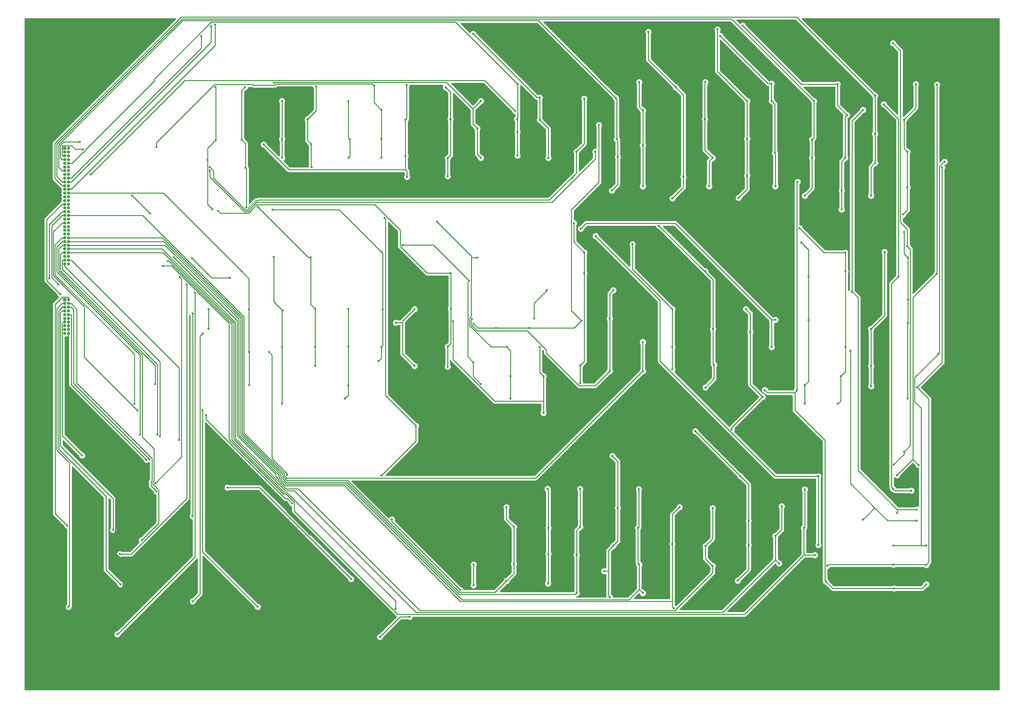
<source format=gbr>
G04 #@! TF.FileFunction,Copper,L2,Bot,Signal*
%FSLAX46Y46*%
G04 Gerber Fmt 4.6, Leading zero omitted, Abs format (unit mm)*
G04 Created by KiCad (PCBNEW 4.0.7) date 04/12/19 18:07:42*
%MOMM*%
%LPD*%
G01*
G04 APERTURE LIST*
%ADD10C,0.100000*%
%ADD11R,0.850000X0.850000*%
%ADD12O,0.850000X0.850000*%
%ADD13C,0.600000*%
%ADD14C,0.250000*%
%ADD15C,0.254000*%
G04 APERTURE END LIST*
D10*
D11*
X26670000Y-50800000D03*
D12*
X27670000Y-50800000D03*
X26670000Y-51800000D03*
X27670000Y-51800000D03*
X26670000Y-52800000D03*
X27670000Y-52800000D03*
X26670000Y-53800000D03*
X27670000Y-53800000D03*
X26670000Y-54800000D03*
X27670000Y-54800000D03*
X26670000Y-55800000D03*
X27670000Y-55800000D03*
X26670000Y-56800000D03*
X27670000Y-56800000D03*
X26670000Y-57800000D03*
X27670000Y-57800000D03*
X26670000Y-58800000D03*
X27670000Y-58800000D03*
X26670000Y-59800000D03*
X27670000Y-59800000D03*
X26670000Y-60800000D03*
X27670000Y-60800000D03*
X26670000Y-61800000D03*
X27670000Y-61800000D03*
X26670000Y-62800000D03*
X27670000Y-62800000D03*
X26670000Y-63800000D03*
X27670000Y-63800000D03*
X26670000Y-64800000D03*
X27670000Y-64800000D03*
X26670000Y-65800000D03*
X27670000Y-65800000D03*
X26670000Y-66800000D03*
X27670000Y-66800000D03*
X26670000Y-67800000D03*
X27670000Y-67800000D03*
X26670000Y-68800000D03*
X27670000Y-68800000D03*
X26670000Y-69800000D03*
X27670000Y-69800000D03*
X26670000Y-70800000D03*
X27670000Y-70800000D03*
X26670000Y-71800000D03*
X27670000Y-71800000D03*
X26670000Y-72800000D03*
X27670000Y-72800000D03*
X26670000Y-73800000D03*
X27670000Y-73800000D03*
X26670000Y-74800000D03*
X27670000Y-74800000D03*
X26670000Y-75800000D03*
X27670000Y-75800000D03*
X26670000Y-76800000D03*
X27670000Y-76800000D03*
X26670000Y-77800000D03*
X27670000Y-77800000D03*
X26670000Y-78800000D03*
X27670000Y-78800000D03*
X26670000Y-79800000D03*
X27670000Y-79800000D03*
X26670000Y-80800000D03*
X27670000Y-80800000D03*
X26670000Y-81800000D03*
X27670000Y-81800000D03*
D11*
X26670000Y-91440000D03*
D12*
X27670000Y-91440000D03*
X26670000Y-92440000D03*
X27670000Y-92440000D03*
X26670000Y-93440000D03*
X27670000Y-93440000D03*
X26670000Y-94440000D03*
X27670000Y-94440000D03*
X26670000Y-95440000D03*
X27670000Y-95440000D03*
X26670000Y-96440000D03*
X27670000Y-96440000D03*
X26670000Y-97440000D03*
X27670000Y-97440000D03*
X26670000Y-98440000D03*
X27670000Y-98440000D03*
X26670000Y-99440000D03*
X27670000Y-99440000D03*
X26670000Y-100440000D03*
X27670000Y-100440000D03*
D13*
X67199200Y-48549700D03*
X67106300Y-34334000D03*
X66317500Y-67187100D03*
X64971700Y-53927600D03*
X75110000Y-55992500D03*
X74155900Y-48438800D03*
X74947800Y-34428000D03*
X75382700Y-66654400D03*
X84952400Y-38100000D03*
X84952400Y-53340000D03*
X84952400Y-48344600D03*
X92890000Y-55880000D03*
X92768300Y-49632300D03*
X91802900Y-42959400D03*
X94074200Y-34133400D03*
X31514800Y-51116900D03*
X103136200Y-48369400D03*
X102814400Y-53340000D03*
X102742200Y-38162300D03*
X111645000Y-48260000D03*
X111633900Y-53340000D03*
X111645000Y-40473700D03*
X109670600Y-34020800D03*
X51279000Y-50391700D03*
X118111000Y-43097200D03*
X118423600Y-33699300D03*
X118515000Y-58474000D03*
X118111000Y-52858200D03*
X30714200Y-49033600D03*
X80040400Y-49771100D03*
X129414100Y-53392800D03*
X130168600Y-42946600D03*
X128880400Y-34384900D03*
X129414100Y-58303400D03*
X138314200Y-38100000D03*
X137340000Y-45385400D03*
X138304800Y-53340000D03*
X82799800Y-33201900D03*
X148010700Y-42928700D03*
X148181700Y-33546400D03*
X148160700Y-52737000D03*
X148160700Y-46434700D03*
X154153500Y-37147900D03*
X154153500Y-43180000D03*
X136251000Y-20014700D03*
X156412400Y-53353600D03*
X163962900Y-51697700D03*
X166064900Y-37438300D03*
X162924700Y-58740800D03*
X65604900Y-55800000D03*
X173472100Y-62121700D03*
X175089000Y-53087700D03*
X174790700Y-48310500D03*
X174517500Y-37257800D03*
X181790000Y-40640000D03*
X181790000Y-60960000D03*
X181790000Y-50007700D03*
X180818000Y-33020000D03*
X169016300Y-51692400D03*
X65610100Y-56800000D03*
X183285700Y-19520600D03*
X190599700Y-34374300D03*
X192692300Y-58420000D03*
X189728500Y-64216600D03*
X199570000Y-60960000D03*
X200549300Y-53340000D03*
X147540500Y-40784200D03*
X33630300Y-57800000D03*
X198463100Y-42958400D03*
X198598000Y-33020000D03*
X209808700Y-38100000D03*
X201849200Y-18873100D03*
X209808700Y-48260000D03*
X207487000Y-64076100D03*
X209808700Y-58168400D03*
X217350000Y-60960000D03*
X217236100Y-51988900D03*
X202570900Y-20590700D03*
X63326800Y-20716700D03*
X216392200Y-38100000D03*
X216328600Y-33392800D03*
X227198100Y-53340000D03*
X227706300Y-38100000D03*
X227198100Y-48442100D03*
X225284600Y-63500000D03*
X236110700Y-53340000D03*
X235146700Y-62121900D03*
X235130000Y-67210400D03*
X236600400Y-41849200D03*
X234034100Y-33546400D03*
X208583500Y-17797400D03*
X65893000Y-17984900D03*
X244103700Y-46883700D03*
X244103700Y-54729000D03*
X243043600Y-63500000D03*
X244103700Y-36626500D03*
X251569400Y-68580000D03*
X252821200Y-61248500D03*
X252821200Y-51697700D03*
X251893200Y-43102000D03*
X255075500Y-33546400D03*
X49591000Y-68326000D03*
X44742100Y-63438400D03*
X67044800Y-17556500D03*
X65254300Y-99234800D03*
X65254300Y-93980000D03*
X76108200Y-105492900D03*
X74158200Y-83820000D03*
X76134800Y-114379100D03*
X76108200Y-94056600D03*
X84964900Y-119380000D03*
X85118600Y-94339600D03*
X82747700Y-79935200D03*
X84971300Y-104140000D03*
X93840700Y-104140000D03*
X93840700Y-93853800D03*
X78429600Y-66547700D03*
X93840700Y-109220000D03*
X92714600Y-80091700D03*
X102738200Y-93980000D03*
X102738200Y-114423200D03*
X70969900Y-85553900D03*
X60840000Y-80298400D03*
X101780000Y-118012200D03*
X102738200Y-104039400D03*
X110869200Y-107867900D03*
X111635600Y-104157800D03*
X82445900Y-67271000D03*
X112009800Y-94032100D03*
X111631800Y-78615500D03*
X120531400Y-93961300D03*
X115505000Y-97595800D03*
X120521900Y-109220000D03*
X25465100Y-89932500D03*
X129401900Y-104045400D03*
X130243500Y-93831400D03*
X130212100Y-84280700D03*
X129401900Y-109406700D03*
X67812300Y-67582400D03*
X135141600Y-86318100D03*
X117321100Y-76781500D03*
X138320800Y-114058300D03*
X136268600Y-108222700D03*
X126531200Y-70495300D03*
X145278900Y-104140000D03*
X137395200Y-80150200D03*
X146233400Y-118011100D03*
X146233400Y-111982700D03*
X155120000Y-111955900D03*
X155120000Y-121807400D03*
X154156200Y-104084800D03*
X152605000Y-96520000D03*
X156099400Y-88900000D03*
X130884800Y-97245000D03*
X22494400Y-85760000D03*
X166119900Y-84280700D03*
X166119900Y-78760200D03*
X163250000Y-70895600D03*
X164962400Y-109130600D03*
X164962400Y-113828700D03*
X172900000Y-96520000D03*
X173856500Y-88900000D03*
X172900000Y-110604900D03*
X135943900Y-96621000D03*
X24914500Y-87295800D03*
X181790000Y-110588200D03*
X181787400Y-102787200D03*
X189726500Y-110123200D03*
X189726500Y-93980000D03*
X189726500Y-104140000D03*
X179033300Y-76505200D03*
X186099200Y-71571000D03*
X198589400Y-83820000D03*
X198576100Y-114987600D03*
X200921300Y-108902700D03*
X200599100Y-99300100D03*
X209423900Y-93939100D03*
X210651300Y-100083700D03*
X213955100Y-117503200D03*
X205647400Y-126251400D03*
X46225800Y-121229400D03*
X165131900Y-72362600D03*
X216382300Y-104140000D03*
X217350000Y-96840500D03*
X224309600Y-76051000D03*
X226264600Y-85201700D03*
X225264900Y-119380000D03*
X225260200Y-114357700D03*
X226240000Y-96911500D03*
X234884300Y-111982700D03*
X236178100Y-104140000D03*
X236110500Y-78760100D03*
X236178100Y-83820000D03*
X223805600Y-72149800D03*
X234176200Y-119380000D03*
X243069000Y-109278500D03*
X243069000Y-114663700D03*
X243069000Y-99242900D03*
X246660700Y-78595100D03*
X252910000Y-91440000D03*
X252910000Y-97684400D03*
X252910000Y-80102600D03*
X251914200Y-73271200D03*
X252889000Y-118000900D03*
X136367200Y-168115000D03*
X136386600Y-162560000D03*
X45318300Y-119436500D03*
X147189100Y-152400000D03*
X147189100Y-162397200D03*
X145188500Y-147142600D03*
X145192300Y-166955700D03*
X156452600Y-152695500D03*
X156452600Y-159693700D03*
X156339100Y-167640000D03*
X156220800Y-142240000D03*
X46851100Y-127644700D03*
X164010000Y-170180000D03*
X164010000Y-160020000D03*
X164980600Y-152400000D03*
X164962400Y-142240000D03*
X173862300Y-157480000D03*
X171398800Y-164280400D03*
X47265400Y-156040300D03*
X175089000Y-147325900D03*
X172962900Y-171360800D03*
X173620100Y-133369700D03*
X181790000Y-170180000D03*
X180836900Y-162560000D03*
X180487100Y-152713400D03*
X180702900Y-142294400D03*
X189710300Y-157037200D03*
X191645100Y-147130200D03*
X190105200Y-174258600D03*
X55903200Y-80072100D03*
X198582700Y-157551400D03*
X200524300Y-147394100D03*
X200553200Y-162925400D03*
X210202800Y-150752200D03*
X195882100Y-126728500D03*
X50897700Y-114102500D03*
X207975700Y-138822100D03*
X207245400Y-166867300D03*
X210202800Y-157316500D03*
X217350000Y-154827400D03*
X219041200Y-146883100D03*
X218335200Y-162242500D03*
X227973600Y-160020000D03*
X52951500Y-82378000D03*
X224996200Y-152731000D03*
X225237900Y-142332500D03*
X228903600Y-157295200D03*
X228903600Y-138830200D03*
X169109600Y-74338900D03*
X51552600Y-127626100D03*
X57365000Y-129100300D03*
X52213800Y-128104100D03*
X115432600Y-174459500D03*
X54293600Y-81048100D03*
X27314100Y-152089900D03*
X27654400Y-173884100D03*
X51240400Y-142834300D03*
X41605700Y-167847600D03*
X49442900Y-134305800D03*
X39633000Y-153232300D03*
X78428600Y-173883800D03*
X63640600Y-121089500D03*
X87666500Y-146108300D03*
X64590500Y-122375000D03*
X103504600Y-166425700D03*
X70292000Y-141885500D03*
X48584800Y-134395100D03*
X31285800Y-133254500D03*
X40055300Y-158968800D03*
X42241600Y-178928600D03*
X40258400Y-140763000D03*
X92461300Y-154474500D03*
X86331900Y-145862200D03*
X40258400Y-153751000D03*
X252821200Y-77111100D03*
X248948300Y-22590700D03*
X50896300Y-140738800D03*
X57498800Y-85425000D03*
X249156500Y-135686200D03*
X251893200Y-132264100D03*
X260744100Y-33689200D03*
X260657700Y-84472500D03*
X255810900Y-135849700D03*
X41413500Y-159727600D03*
X59399600Y-87325900D03*
X250010000Y-138541300D03*
X248948300Y-142210900D03*
X250435000Y-85206400D03*
X246461100Y-38969900D03*
X253882000Y-142668100D03*
X40753100Y-181263400D03*
X61640800Y-89567100D03*
X250110200Y-148716000D03*
X240862400Y-40473700D03*
X237855400Y-89241700D03*
X255339300Y-147771700D03*
X61006800Y-95155500D03*
X60927800Y-149563500D03*
X142351200Y-99060000D03*
X136347600Y-97881100D03*
X151264400Y-99032600D03*
X165310000Y-97103200D03*
X237512700Y-105107400D03*
X170000000Y-44562600D03*
X240862400Y-150534800D03*
X255339300Y-150752200D03*
X60987300Y-172400000D03*
X63735600Y-100425300D03*
X249057900Y-157480000D03*
X261123800Y-105973300D03*
X262767600Y-54363300D03*
X86308400Y-138498400D03*
X81462100Y-105492900D03*
X257877900Y-157416700D03*
X249036000Y-162560000D03*
X231274600Y-162898700D03*
X255419200Y-114971500D03*
X257877900Y-162674200D03*
X262070200Y-55896700D03*
X230935700Y-167121000D03*
X223169500Y-115655900D03*
X249218800Y-168919600D03*
X111214300Y-181990800D03*
X119208700Y-176550200D03*
X214552400Y-115663300D03*
X223340000Y-59785200D03*
X257877900Y-167817500D03*
X120887400Y-125238900D03*
X114435400Y-150375900D03*
X112460100Y-69441700D03*
X132794200Y-169377500D03*
X111648000Y-138663900D03*
D14*
X64971700Y-50777200D02*
X64971700Y-53927600D01*
X67199200Y-48549700D02*
X64971700Y-50777200D01*
X64971700Y-65841300D02*
X66317500Y-67187100D01*
X64971700Y-53927600D02*
X64971700Y-65841300D01*
X67199200Y-34426900D02*
X67106300Y-34334000D01*
X67199200Y-48549700D02*
X67199200Y-34426900D01*
X75110000Y-49392900D02*
X75110000Y-55992500D01*
X74155900Y-48438800D02*
X75110000Y-49392900D01*
X74155900Y-35219900D02*
X74155900Y-48438800D01*
X74947800Y-34428000D02*
X74155900Y-35219900D01*
X75382700Y-56265200D02*
X75110000Y-55992500D01*
X75382700Y-66654400D02*
X75382700Y-56265200D01*
X84952400Y-38100000D02*
X84952400Y-48344600D01*
X84952400Y-48344600D02*
X84952400Y-53340000D01*
X92768300Y-55758300D02*
X92768300Y-49632300D01*
X92890000Y-55880000D02*
X92768300Y-55758300D01*
X91802900Y-48666900D02*
X91802900Y-42959400D01*
X92768300Y-49632300D02*
X91802900Y-48666900D01*
X94074200Y-40688100D02*
X94074200Y-34133400D01*
X91802900Y-42959400D02*
X94074200Y-40688100D01*
X26670000Y-52800000D02*
X25919700Y-52800000D01*
X31434300Y-51036400D02*
X31514800Y-51116900D01*
X29532900Y-51036400D02*
X31434300Y-51036400D01*
X28540300Y-50043800D02*
X29532900Y-51036400D01*
X26098600Y-50043800D02*
X28540300Y-50043800D01*
X25919700Y-50222700D02*
X26098600Y-50043800D01*
X25919700Y-52800000D02*
X25919700Y-50222700D01*
X103136200Y-53018200D02*
X102814400Y-53340000D01*
X103136200Y-48369400D02*
X103136200Y-53018200D01*
X102742200Y-47975400D02*
X102742200Y-38162300D01*
X103136200Y-48369400D02*
X102742200Y-47975400D01*
X111645000Y-48260000D02*
X111645000Y-40473700D01*
X111645000Y-53328900D02*
X111633900Y-53340000D01*
X111645000Y-48260000D02*
X111645000Y-53328900D01*
X109670600Y-38499300D02*
X109670600Y-34020800D01*
X111645000Y-40473700D02*
X109670600Y-38499300D01*
X109156200Y-33506400D02*
X109670600Y-34020800D01*
X83379700Y-33506400D02*
X109156200Y-33506400D01*
X83058900Y-33827200D02*
X83379700Y-33506400D01*
X77253800Y-33827200D02*
X83058900Y-33827200D01*
X77123300Y-33696700D02*
X77253800Y-33827200D01*
X66853900Y-33696700D02*
X77123300Y-33696700D01*
X51279000Y-49271600D02*
X66853900Y-33696700D01*
X51279000Y-50391700D02*
X51279000Y-49271600D01*
X118111000Y-43097200D02*
X118111000Y-52858200D01*
X86800500Y-56531200D02*
X80040400Y-49771100D01*
X118111000Y-56531200D02*
X86800500Y-56531200D01*
X118515000Y-56935200D02*
X118111000Y-56531200D01*
X118515000Y-58474000D02*
X118515000Y-56935200D01*
X118111000Y-56531200D02*
X118111000Y-52858200D01*
X26670000Y-53800000D02*
X25919700Y-53800000D01*
X118423600Y-42784600D02*
X118423600Y-33699300D01*
X118111000Y-43097200D02*
X118423600Y-42784600D01*
X26426700Y-49033600D02*
X30714200Y-49033600D01*
X25453400Y-50006900D02*
X26426700Y-49033600D01*
X25453400Y-53333700D02*
X25453400Y-50006900D01*
X25919700Y-53800000D02*
X25453400Y-53333700D01*
X130168600Y-52638300D02*
X130168600Y-42946600D01*
X129414100Y-53392800D02*
X130168600Y-52638300D01*
X129414100Y-53392800D02*
X129414100Y-58303400D01*
X130168600Y-35673100D02*
X128880400Y-34384900D01*
X130168600Y-42946600D02*
X130168600Y-35673100D01*
X137340000Y-52375200D02*
X138304800Y-53340000D01*
X137340000Y-45385400D02*
X137340000Y-52375200D01*
X82945700Y-33056000D02*
X82799800Y-33201900D01*
X129072800Y-33056000D02*
X82945700Y-33056000D01*
X136215500Y-40198700D02*
X129072800Y-33056000D01*
X138314200Y-38100000D02*
X136215500Y-40198700D01*
X136215500Y-44260900D02*
X137340000Y-45385400D01*
X136215500Y-40198700D02*
X136215500Y-44260900D01*
X148181700Y-42757700D02*
X148181700Y-33546400D01*
X148010700Y-42928700D02*
X148181700Y-42757700D01*
X148160700Y-43078700D02*
X148160700Y-46434700D01*
X148010700Y-42928700D02*
X148160700Y-43078700D01*
X148160700Y-46434700D02*
X148160700Y-52737000D01*
X131566500Y-16931200D02*
X148181700Y-33546400D01*
X65943500Y-16931200D02*
X131566500Y-16931200D01*
X50726200Y-32148500D02*
X65943500Y-16931200D01*
X50726200Y-32678200D02*
X50726200Y-32148500D01*
X32140100Y-51264300D02*
X50726200Y-32678200D01*
X32140100Y-51376000D02*
X32140100Y-51264300D01*
X31773900Y-51742200D02*
X32140100Y-51376000D01*
X31662200Y-51742200D02*
X31773900Y-51742200D01*
X28604400Y-54800000D02*
X31662200Y-51742200D01*
X27670000Y-54800000D02*
X28604400Y-54800000D01*
X154153500Y-43180000D02*
X154153500Y-37147900D01*
X156412400Y-45438900D02*
X154153500Y-43180000D01*
X156412400Y-53353600D02*
X156412400Y-45438900D01*
X153384200Y-37147900D02*
X136251000Y-20014700D01*
X154153500Y-37147900D02*
X153384200Y-37147900D01*
X166064900Y-49595700D02*
X166064900Y-37438300D01*
X163962900Y-51697700D02*
X166064900Y-49595700D01*
X162924700Y-58740800D02*
X162779500Y-58595500D01*
X163962900Y-57412100D02*
X163962900Y-51697700D01*
X162779500Y-58595500D02*
X163962900Y-57412100D01*
X66617000Y-56812100D02*
X65604900Y-55800000D01*
X66617000Y-58779200D02*
X66617000Y-56812100D01*
X75151100Y-67313300D02*
X66617000Y-58779200D01*
X75669400Y-67313300D02*
X75151100Y-67313300D01*
X76035600Y-66947100D02*
X75669400Y-67313300D01*
X76035600Y-66736200D02*
X76035600Y-66947100D01*
X77999800Y-64772000D02*
X76035600Y-66736200D01*
X78438300Y-64772000D02*
X77999800Y-64772000D01*
X78556200Y-64654100D02*
X78438300Y-64772000D01*
X156720900Y-64654100D02*
X78556200Y-64654100D01*
X162779500Y-58595500D02*
X156720900Y-64654100D01*
X175089000Y-60504800D02*
X173472100Y-62121700D01*
X175089000Y-53087700D02*
X175089000Y-60504800D01*
X175089000Y-48608800D02*
X174790700Y-48310500D01*
X175089000Y-53087700D02*
X175089000Y-48608800D01*
X174790700Y-37531000D02*
X174517500Y-37257800D01*
X174790700Y-48310500D02*
X174790700Y-37531000D01*
X25003000Y-55883300D02*
X25919700Y-56800000D01*
X25003000Y-49820400D02*
X25003000Y-55883300D01*
X58342500Y-16480900D02*
X25003000Y-49820400D01*
X153740600Y-16480900D02*
X58342500Y-16480900D01*
X174517500Y-37257800D02*
X153740600Y-16480900D01*
X26670000Y-56800000D02*
X25919700Y-56800000D01*
X181790000Y-50007700D02*
X181790000Y-60960000D01*
X181790000Y-40640000D02*
X181790000Y-50007700D01*
X180818000Y-39668000D02*
X180818000Y-33020000D01*
X181790000Y-40640000D02*
X180818000Y-39668000D01*
X65610100Y-58473000D02*
X65610100Y-56800000D01*
X74900800Y-67763700D02*
X65610100Y-58473000D01*
X75855900Y-67763700D02*
X74900800Y-67763700D01*
X76485900Y-67133700D02*
X75855900Y-67763700D01*
X76485900Y-66922800D02*
X76485900Y-67133700D01*
X78186400Y-65222300D02*
X76485900Y-66922800D01*
X157425700Y-65222300D02*
X78186400Y-65222300D01*
X169016300Y-53631700D02*
X157425700Y-65222300D01*
X169016300Y-51692400D02*
X169016300Y-53631700D01*
X192692300Y-36466900D02*
X190599700Y-34374300D01*
X192692300Y-58420000D02*
X192692300Y-36466900D01*
X192692300Y-61252800D02*
X192692300Y-58420000D01*
X189728500Y-64216600D02*
X192692300Y-61252800D01*
X183285700Y-27060300D02*
X183285700Y-19520600D01*
X190599700Y-34374300D02*
X183285700Y-27060300D01*
X199570000Y-54319300D02*
X200549300Y-53340000D01*
X199570000Y-60960000D02*
X199570000Y-54319300D01*
X198463100Y-51253800D02*
X198463100Y-42958400D01*
X200549300Y-53340000D02*
X198463100Y-51253800D01*
X198463100Y-33154900D02*
X198598000Y-33020000D01*
X198463100Y-42958400D02*
X198463100Y-33154900D01*
X58870400Y-32559900D02*
X33630300Y-57800000D01*
X139316200Y-32559900D02*
X58870400Y-32559900D01*
X147540500Y-40784200D02*
X139316200Y-32559900D01*
X209808700Y-38100000D02*
X209808700Y-48260000D01*
X209808700Y-61754400D02*
X209808700Y-58168400D01*
X207487000Y-64076100D02*
X209808700Y-61754400D01*
X209808700Y-58168400D02*
X209808700Y-48260000D01*
X201849200Y-30140500D02*
X201849200Y-18873100D01*
X209808700Y-38100000D02*
X201849200Y-30140500D01*
X27670000Y-58800000D02*
X28420300Y-58800000D01*
X217350000Y-52102800D02*
X217350000Y-60960000D01*
X217236100Y-51988900D02*
X217350000Y-52102800D01*
X217236100Y-38943900D02*
X217236100Y-51988900D01*
X216392200Y-38100000D02*
X217236100Y-38943900D01*
X216328600Y-38036400D02*
X216392200Y-38100000D01*
X216328600Y-33392800D02*
X216328600Y-38036400D01*
X63326800Y-23893500D02*
X63326800Y-20716700D01*
X28420300Y-58800000D02*
X63326800Y-23893500D01*
X215373000Y-33392800D02*
X202570900Y-20590700D01*
X216328600Y-33392800D02*
X215373000Y-33392800D01*
X227198100Y-53340000D02*
X227198100Y-48442100D01*
X227706300Y-47933900D02*
X227706300Y-38100000D01*
X227198100Y-48442100D02*
X227706300Y-47933900D01*
X24491500Y-58371800D02*
X25919700Y-59800000D01*
X24491500Y-49695000D02*
X24491500Y-58371800D01*
X58155900Y-16030600D02*
X24491500Y-49695000D01*
X205636900Y-16030600D02*
X58155900Y-16030600D01*
X227706300Y-38100000D02*
X205636900Y-16030600D01*
X26670000Y-59800000D02*
X25919700Y-59800000D01*
X227198100Y-61586500D02*
X225284600Y-63500000D01*
X227198100Y-53340000D02*
X227198100Y-61586500D01*
X235146700Y-54304000D02*
X236110700Y-53340000D01*
X235146700Y-62121900D02*
X235146700Y-54304000D01*
X236110700Y-42338900D02*
X236600400Y-41849200D01*
X236110700Y-53340000D02*
X236110700Y-42338900D01*
X27670000Y-59800000D02*
X28420300Y-59800000D01*
X234034100Y-39282900D02*
X234034100Y-33546400D01*
X236600400Y-41849200D02*
X234034100Y-39282900D01*
X224332500Y-33546400D02*
X208583500Y-17797400D01*
X234034100Y-33546400D02*
X224332500Y-33546400D01*
X65892900Y-17984900D02*
X65893000Y-17984900D01*
X65892900Y-22327400D02*
X65892900Y-17984900D01*
X28420300Y-59800000D02*
X65892900Y-22327400D01*
X235146700Y-67193700D02*
X235130000Y-67210400D01*
X235146700Y-62121900D02*
X235146700Y-67193700D01*
X244103700Y-46883700D02*
X244103700Y-54729000D01*
X26670000Y-60800000D02*
X25919700Y-60800000D01*
X244103700Y-46883700D02*
X244103700Y-36626500D01*
X24041100Y-58921400D02*
X25919700Y-60800000D01*
X24041100Y-49446700D02*
X24041100Y-58921400D01*
X57912400Y-15575400D02*
X24041100Y-49446700D01*
X223052600Y-15575400D02*
X57912400Y-15575400D01*
X244103700Y-36626500D02*
X223052600Y-15575400D01*
X243043600Y-55789100D02*
X243043600Y-63500000D01*
X244103700Y-54729000D02*
X243043600Y-55789100D01*
X252821200Y-61248500D02*
X252821200Y-51697700D01*
X251893200Y-50769700D02*
X251893200Y-43102000D01*
X252821200Y-51697700D02*
X251893200Y-50769700D01*
X255075500Y-39919700D02*
X255075500Y-33546400D01*
X251893200Y-43102000D02*
X255075500Y-39919700D01*
X252821200Y-67328200D02*
X251569400Y-68580000D01*
X252821200Y-61248500D02*
X252821200Y-67328200D01*
X49591000Y-68287300D02*
X49591000Y-68326000D01*
X44742100Y-63438400D02*
X49591000Y-68287300D01*
X27670000Y-61800000D02*
X28420300Y-61800000D01*
X67044800Y-23175500D02*
X28420300Y-61800000D01*
X67044800Y-17556500D02*
X67044800Y-23175500D01*
X65254300Y-93980000D02*
X65254300Y-99234800D01*
X53138200Y-62800000D02*
X74158200Y-83820000D01*
X27670000Y-62800000D02*
X53138200Y-62800000D01*
X76134800Y-105519500D02*
X76108200Y-105492900D01*
X76134800Y-114379100D02*
X76134800Y-105519500D01*
X76108200Y-105492900D02*
X76108200Y-94056600D01*
X76108200Y-85770000D02*
X74158200Y-83820000D01*
X76108200Y-94056600D02*
X76108200Y-85770000D01*
X82747700Y-91968700D02*
X82747700Y-79935200D01*
X85118600Y-94339600D02*
X82747700Y-91968700D01*
X84964900Y-104146400D02*
X84964900Y-119380000D01*
X84971300Y-104140000D02*
X84964900Y-104146400D01*
X84971300Y-94486900D02*
X84971300Y-104140000D01*
X85118600Y-94339600D02*
X84971300Y-94486900D01*
X93840700Y-104140000D02*
X93840700Y-93853800D01*
X93840700Y-104140000D02*
X93840700Y-109220000D01*
X92714600Y-92727700D02*
X92714600Y-80091700D01*
X93840700Y-93853800D02*
X92714600Y-92727700D01*
X91973600Y-80091700D02*
X92714600Y-80091700D01*
X78429600Y-66547700D02*
X91973600Y-80091700D01*
X66095500Y-85553900D02*
X70969900Y-85553900D01*
X60840000Y-80298400D02*
X66095500Y-85553900D01*
X102738200Y-117054000D02*
X101780000Y-118012200D01*
X102738200Y-114423200D02*
X102738200Y-117054000D01*
X102738200Y-114423200D02*
X102738200Y-104039400D01*
X102738200Y-104039400D02*
X102738200Y-93980000D01*
X112009800Y-103783600D02*
X112009800Y-94032100D01*
X111635600Y-104157800D02*
X112009800Y-103783600D01*
X112009800Y-78993500D02*
X111631800Y-78615500D01*
X112009800Y-94032100D02*
X112009800Y-78993500D01*
X111635600Y-107101500D02*
X110869200Y-107867900D01*
X111635600Y-104157800D02*
X111635600Y-107101500D01*
X100287300Y-67271000D02*
X82445900Y-67271000D01*
X111631800Y-78615500D02*
X100287300Y-67271000D01*
X26670000Y-65800000D02*
X25919700Y-65800000D01*
X21815400Y-86282800D02*
X25465100Y-89932500D01*
X21815400Y-69904300D02*
X21815400Y-86282800D01*
X25919700Y-65800000D02*
X21815400Y-69904300D01*
X117342600Y-97595800D02*
X115505000Y-97595800D01*
X117342600Y-97150100D02*
X117342600Y-97595800D01*
X120531400Y-93961300D02*
X117342600Y-97150100D01*
X117342600Y-106040700D02*
X120521900Y-109220000D01*
X117342600Y-97595800D02*
X117342600Y-106040700D01*
X130243500Y-103203800D02*
X129401900Y-104045400D01*
X130243500Y-93831400D02*
X130243500Y-103203800D01*
X129401900Y-104045400D02*
X129401900Y-109406700D01*
X130243500Y-84312100D02*
X130212100Y-84280700D01*
X130243500Y-93831400D02*
X130243500Y-84312100D01*
X68443900Y-68214000D02*
X67812300Y-67582400D01*
X76042500Y-68214000D02*
X68443900Y-68214000D01*
X76936200Y-67320300D02*
X76042500Y-68214000D01*
X76936200Y-67109400D02*
X76936200Y-67320300D01*
X78173000Y-65872600D02*
X76936200Y-67109400D01*
X109837500Y-65872600D02*
X78173000Y-65872600D01*
X116695700Y-72730800D02*
X109837500Y-65872600D01*
X116695700Y-77077100D02*
X116695700Y-72730800D01*
X123899300Y-84280700D02*
X116695700Y-77077100D01*
X130212100Y-84280700D02*
X123899300Y-84280700D01*
X136268600Y-112006100D02*
X136268600Y-108222700D01*
X138320800Y-114058300D02*
X136268600Y-112006100D01*
X134799200Y-106753300D02*
X136268600Y-108222700D01*
X134799200Y-86660500D02*
X134799200Y-106753300D01*
X135141600Y-86318100D02*
X134799200Y-86660500D01*
X125605000Y-76781500D02*
X117321100Y-76781500D01*
X135141600Y-86318100D02*
X125605000Y-76781500D01*
X146233400Y-118011100D02*
X146233400Y-111982700D01*
X146233400Y-105094500D02*
X145278900Y-104140000D01*
X146233400Y-111982700D02*
X146233400Y-105094500D01*
X135766900Y-79731000D02*
X135766900Y-80150200D01*
X126531200Y-70495300D02*
X135766900Y-79731000D01*
X135766900Y-80150200D02*
X137395200Y-80150200D01*
X141085100Y-104140000D02*
X145278900Y-104140000D01*
X135249500Y-98304400D02*
X141085100Y-104140000D01*
X135249500Y-96412300D02*
X135249500Y-98304400D01*
X135766900Y-95894900D02*
X135249500Y-96412300D01*
X135766900Y-80150200D02*
X135766900Y-95894900D01*
X154156200Y-110992100D02*
X154156200Y-104084800D01*
X155120000Y-111955900D02*
X154156200Y-110992100D01*
X26670000Y-67800000D02*
X25919700Y-67800000D01*
X155120000Y-111955900D02*
X155120000Y-118644200D01*
X155120000Y-118644200D02*
X155120000Y-121807400D01*
X130884800Y-107507200D02*
X130884800Y-97245000D01*
X142021800Y-118644200D02*
X130884800Y-107507200D01*
X155120000Y-118644200D02*
X142021800Y-118644200D01*
X22494400Y-71225300D02*
X22494400Y-85760000D01*
X25919700Y-67800000D02*
X22494400Y-71225300D01*
X152605000Y-92394400D02*
X156099400Y-88900000D01*
X152605000Y-96520000D02*
X152605000Y-92394400D01*
X166119900Y-84280700D02*
X166119900Y-78760200D01*
X166119900Y-107973100D02*
X166119900Y-84280700D01*
X164962400Y-109130600D02*
X166119900Y-107973100D01*
X164962400Y-113828700D02*
X164962400Y-109130600D01*
X163250000Y-75890300D02*
X166119900Y-78760200D01*
X163250000Y-70895600D02*
X163250000Y-75890300D01*
X23126500Y-71593200D02*
X25919700Y-68800000D01*
X23126500Y-85507800D02*
X23126500Y-71593200D01*
X24914500Y-87295800D02*
X23126500Y-85507800D01*
X172900000Y-96520000D02*
X172900000Y-110604900D01*
X135699800Y-96865100D02*
X135943900Y-96621000D01*
X135699800Y-98117800D02*
X135699800Y-96865100D01*
X137351400Y-99769400D02*
X135699800Y-98117800D01*
X150755700Y-99769400D02*
X137351400Y-99769400D01*
X155946200Y-104959900D02*
X150755700Y-99769400D01*
X155946200Y-105754200D02*
X155946200Y-104959900D01*
X164670100Y-114478100D02*
X155946200Y-105754200D01*
X169026800Y-114478100D02*
X164670100Y-114478100D01*
X172900000Y-110604900D02*
X169026800Y-114478100D01*
X26670000Y-68800000D02*
X25919700Y-68800000D01*
X172900000Y-89856500D02*
X173856500Y-88900000D01*
X172900000Y-96520000D02*
X172900000Y-89856500D01*
X181790000Y-110588200D02*
X181787400Y-110585600D01*
X181787400Y-110585600D02*
X181787400Y-102787200D01*
X47540300Y-68800000D02*
X27670000Y-68800000D01*
X74743900Y-96003600D02*
X47540300Y-68800000D01*
X74743900Y-127181500D02*
X74743900Y-96003600D01*
X83984900Y-136422500D02*
X74743900Y-127181500D01*
X83985000Y-136422500D02*
X83984900Y-136422500D01*
X85567200Y-138004700D02*
X83985000Y-136422500D01*
X85567200Y-138641700D02*
X85567200Y-138004700D01*
X86250900Y-139325400D02*
X85567200Y-138641700D01*
X153047600Y-139325400D02*
X86250900Y-139325400D01*
X181787400Y-110585600D02*
X153047600Y-139325400D01*
X189726500Y-104140000D02*
X189726500Y-110123200D01*
X189726500Y-104140000D02*
X189726500Y-93980000D01*
X179033300Y-83286800D02*
X179033300Y-76505200D01*
X189726500Y-93980000D02*
X179033300Y-83286800D01*
X200921300Y-112642400D02*
X200921300Y-108902700D01*
X198576100Y-114987600D02*
X200921300Y-112642400D01*
X200599100Y-108580500D02*
X200599100Y-99300100D01*
X200921300Y-108902700D02*
X200599100Y-108580500D01*
X200599100Y-86070900D02*
X198468800Y-83940600D01*
X200599100Y-99300100D02*
X200599100Y-86070900D01*
X198468700Y-83940600D02*
X198468800Y-83940600D01*
X198468700Y-83940500D02*
X198468700Y-83940600D01*
X186099200Y-71571000D02*
X198468700Y-83940500D01*
X198468800Y-83940600D02*
X198589400Y-83820000D01*
X210651300Y-95166500D02*
X210651300Y-100083700D01*
X209423900Y-93939100D02*
X210651300Y-95166500D01*
X210651300Y-114199400D02*
X213955100Y-117503200D01*
X210651300Y-100083700D02*
X210651300Y-114199400D01*
X26670000Y-70800000D02*
X25919700Y-70800000D01*
X205647400Y-125810900D02*
X205647400Y-126251400D01*
X213955100Y-117503200D02*
X205647400Y-125810900D01*
X31923600Y-106927200D02*
X46225800Y-121229400D01*
X31923600Y-93290600D02*
X31923600Y-106927200D01*
X23576900Y-84943900D02*
X31923600Y-93290600D01*
X23576900Y-73142800D02*
X23576900Y-84943900D01*
X25919700Y-70800000D02*
X23576900Y-73142800D01*
X216382300Y-96840500D02*
X216382300Y-104140000D01*
X190428300Y-70886500D02*
X216382300Y-96840500D01*
X166608000Y-70886500D02*
X190428300Y-70886500D01*
X165131900Y-72362600D02*
X166608000Y-70886500D01*
X216382300Y-96840500D02*
X217350000Y-96840500D01*
X226264600Y-96886900D02*
X226240000Y-96911500D01*
X226264600Y-85201700D02*
X226264600Y-96886900D01*
X226240000Y-113377900D02*
X225260200Y-114357700D01*
X226240000Y-96911500D02*
X226240000Y-113377900D01*
X226264600Y-78006000D02*
X224309600Y-76051000D01*
X226264600Y-85201700D02*
X226264600Y-78006000D01*
X225260200Y-119375300D02*
X225264900Y-119380000D01*
X225260200Y-114357700D02*
X225260200Y-119375300D01*
X236178100Y-110688900D02*
X236178100Y-104140000D01*
X234884300Y-111982700D02*
X236178100Y-110688900D01*
X236178100Y-104140000D02*
X236178100Y-83820000D01*
X236178100Y-78827700D02*
X236110500Y-78760100D01*
X236178100Y-83820000D02*
X236178100Y-78827700D01*
X230415900Y-78760100D02*
X223805600Y-72149800D01*
X236110500Y-78760100D02*
X230415900Y-78760100D01*
X234884300Y-118671900D02*
X234176200Y-119380000D01*
X234884300Y-111982700D02*
X234884300Y-118671900D01*
X243069000Y-114663700D02*
X243069000Y-109278500D01*
X243069000Y-109278500D02*
X243069000Y-99242900D01*
X246660700Y-95651200D02*
X246660700Y-78595100D01*
X243069000Y-99242900D02*
X246660700Y-95651200D01*
X252910000Y-97684400D02*
X252910000Y-91440000D01*
X252910000Y-91440000D02*
X252910000Y-80102600D01*
X252889000Y-97705400D02*
X252910000Y-97684400D01*
X252889000Y-118000900D02*
X252889000Y-97705400D01*
X251914200Y-79106800D02*
X251914200Y-73271200D01*
X252910000Y-80102600D02*
X251914200Y-79106800D01*
X136367200Y-162579400D02*
X136367200Y-168115000D01*
X136386600Y-162560000D02*
X136367200Y-162579400D01*
X26670000Y-74800000D02*
X25919700Y-74800000D01*
X45318300Y-106048400D02*
X45318300Y-119436500D01*
X24039500Y-84769600D02*
X45318300Y-106048400D01*
X24039500Y-76680200D02*
X24039500Y-84769600D01*
X25919700Y-74800000D02*
X24039500Y-76680200D01*
X147189100Y-152400000D02*
X147189100Y-162397200D01*
X145188500Y-150399400D02*
X145188500Y-147142600D01*
X147189100Y-152400000D02*
X145188500Y-150399400D01*
X147189100Y-164958900D02*
X145192300Y-166955700D01*
X147189100Y-162397200D02*
X147189100Y-164958900D01*
X52882400Y-74800000D02*
X27670000Y-74800000D01*
X74293600Y-96211200D02*
X52882400Y-74800000D01*
X74293600Y-127368100D02*
X74293600Y-96211200D01*
X83798300Y-136872800D02*
X74293600Y-127368100D01*
X83798400Y-136872800D02*
X83798300Y-136872800D01*
X85116900Y-138191300D02*
X83798400Y-136872800D01*
X85116900Y-138828300D02*
X85116900Y-138191300D01*
X86322200Y-140033600D02*
X85116900Y-138828300D01*
X102565800Y-140033600D02*
X86322200Y-140033600D01*
X132535100Y-170002900D02*
X102565800Y-140033600D01*
X142145100Y-170002900D02*
X132535100Y-170002900D01*
X145192300Y-166955700D02*
X142145100Y-170002900D01*
X156452600Y-159693700D02*
X156452600Y-152695500D01*
X26670000Y-75800000D02*
X25919700Y-75800000D01*
X46851100Y-106307400D02*
X46851100Y-127644700D01*
X24490000Y-83946300D02*
X46851100Y-106307400D01*
X24490000Y-77229700D02*
X24490000Y-83946300D01*
X25919700Y-75800000D02*
X24490000Y-77229700D01*
X156452600Y-142471800D02*
X156220800Y-142240000D01*
X156452600Y-152695500D02*
X156452600Y-142471800D01*
X156452600Y-167526500D02*
X156339100Y-167640000D01*
X156452600Y-159693700D02*
X156452600Y-167526500D01*
X164010000Y-160020000D02*
X164010000Y-170180000D01*
X164010000Y-153370600D02*
X164980600Y-152400000D01*
X164010000Y-160020000D02*
X164010000Y-153370600D01*
X53223800Y-75800000D02*
X27670000Y-75800000D01*
X73843200Y-96419400D02*
X53223800Y-75800000D01*
X73843200Y-127554600D02*
X73843200Y-96419400D01*
X83611700Y-137323100D02*
X73843200Y-127554600D01*
X83611800Y-137323100D02*
X83611700Y-137323100D01*
X84666600Y-138377900D02*
X83611800Y-137323100D01*
X84666600Y-139014900D02*
X84666600Y-138377900D01*
X86135600Y-140483900D02*
X84666600Y-139014900D01*
X102379200Y-140483900D02*
X86135600Y-140483900D01*
X132437000Y-170541700D02*
X102379200Y-140483900D01*
X163648300Y-170541700D02*
X132437000Y-170541700D01*
X164010000Y-170180000D02*
X163648300Y-170541700D01*
X164980600Y-142258200D02*
X164962400Y-142240000D01*
X164980600Y-152400000D02*
X164980600Y-142258200D01*
X26670000Y-76800000D02*
X25919700Y-76800000D01*
X175089000Y-156253300D02*
X175089000Y-147325900D01*
X173862300Y-157480000D02*
X175089000Y-156253300D01*
X172614400Y-171012300D02*
X172614400Y-164280400D01*
X172962900Y-171360800D02*
X172614400Y-171012300D01*
X171398800Y-164280400D02*
X172614400Y-164280400D01*
X172614400Y-158727900D02*
X173862300Y-157480000D01*
X172614400Y-164280400D02*
X172614400Y-158727900D01*
X24988300Y-77731400D02*
X25919700Y-76800000D01*
X24988300Y-83807700D02*
X24988300Y-77731400D01*
X47479400Y-106298800D02*
X24988300Y-83807700D01*
X47479400Y-128316000D02*
X47479400Y-106298800D01*
X50637200Y-131473800D02*
X47479400Y-128316000D01*
X50637200Y-140113600D02*
X50637200Y-131473800D01*
X50271000Y-140479800D02*
X50637200Y-140113600D01*
X50271000Y-140997800D02*
X50271000Y-140479800D01*
X50637300Y-141364100D02*
X50271000Y-140997800D01*
X50733100Y-141364100D02*
X50637300Y-141364100D01*
X51865700Y-142496700D02*
X50733100Y-141364100D01*
X51865700Y-151440000D02*
X51865700Y-142496700D01*
X47265400Y-156040300D02*
X51865700Y-151440000D01*
X175089000Y-134838600D02*
X173620100Y-133369700D01*
X175089000Y-147325900D02*
X175089000Y-134838600D01*
X180836900Y-169226900D02*
X181790000Y-170180000D01*
X180836900Y-162560000D02*
X180836900Y-169226900D01*
X180487100Y-162210200D02*
X180487100Y-152713400D01*
X180836900Y-162560000D02*
X180487100Y-162210200D01*
X180702900Y-152497600D02*
X180702900Y-142294400D01*
X180487100Y-152713400D02*
X180702900Y-152497600D01*
X53586800Y-76800000D02*
X27670000Y-76800000D01*
X73365500Y-96578700D02*
X53586800Y-76800000D01*
X73365500Y-127713800D02*
X73365500Y-96578700D01*
X83425100Y-137773400D02*
X73365500Y-127713800D01*
X83425200Y-137773400D02*
X83425100Y-137773400D01*
X84216300Y-138564500D02*
X83425200Y-137773400D01*
X84216300Y-139201500D02*
X84216300Y-138564500D01*
X85949000Y-140934200D02*
X84216300Y-139201500D01*
X102192600Y-140934200D02*
X85949000Y-140934200D01*
X133249200Y-171990800D02*
X102192600Y-140934200D01*
X178073000Y-171990800D02*
X133249200Y-171990800D01*
X180836900Y-169226900D02*
X178073000Y-171990800D01*
X189710300Y-149065000D02*
X189710300Y-157037200D01*
X191645100Y-147130200D02*
X189710300Y-149065000D01*
X189710300Y-157037200D02*
X189710300Y-172441100D01*
X189710300Y-173863700D02*
X189710300Y-172441100D01*
X190105200Y-174258600D02*
X189710300Y-173863700D01*
X72915100Y-97084000D02*
X55903200Y-80072100D01*
X72915100Y-127900300D02*
X72915100Y-97084000D01*
X83238500Y-138223700D02*
X72915100Y-127900300D01*
X83238600Y-138223700D02*
X83238500Y-138223700D01*
X83238600Y-138860700D02*
X83238600Y-138223700D01*
X85762400Y-141384500D02*
X83238600Y-138860700D01*
X101723200Y-141384500D02*
X85762400Y-141384500D01*
X132779800Y-172441100D02*
X101723200Y-141384500D01*
X189710300Y-172441100D02*
X132779800Y-172441100D01*
X200524300Y-155609800D02*
X198582700Y-157551400D01*
X200524300Y-147394100D02*
X200524300Y-155609800D01*
X27670000Y-77800000D02*
X28420300Y-77800000D01*
X198582700Y-160954900D02*
X198582700Y-157551400D01*
X200553200Y-162925400D02*
X198582700Y-160954900D01*
X52699500Y-77800000D02*
X28420300Y-77800000D01*
X72464800Y-97565300D02*
X52699500Y-77800000D01*
X72464800Y-128723800D02*
X72464800Y-97565300D01*
X85960200Y-142219200D02*
X72464800Y-128723800D01*
X89308300Y-142219200D02*
X85960200Y-142219200D01*
X121973200Y-174884100D02*
X89308300Y-142219200D01*
X190419300Y-174884100D02*
X121973200Y-174884100D01*
X200553200Y-164750200D02*
X190419300Y-174884100D01*
X200553200Y-162925400D02*
X200553200Y-164750200D01*
X26670000Y-78800000D02*
X25919700Y-78800000D01*
X210202800Y-141049200D02*
X207975700Y-138822100D01*
X210202800Y-150752200D02*
X210202800Y-141049200D01*
X210202800Y-163909900D02*
X210202800Y-157316500D01*
X207245400Y-166867300D02*
X210202800Y-163909900D01*
X210202800Y-157316500D02*
X210202800Y-150752200D01*
X195882100Y-126728500D02*
X207975700Y-138822100D01*
X50897700Y-109080200D02*
X50897700Y-114102500D01*
X25438600Y-83621100D02*
X50897700Y-109080200D01*
X25438600Y-79281100D02*
X25438600Y-83621100D01*
X25919700Y-78800000D02*
X25438600Y-79281100D01*
X219041200Y-153136200D02*
X219041200Y-146883100D01*
X217350000Y-154827400D02*
X219041200Y-153136200D01*
X218335200Y-162242500D02*
X217350000Y-161257300D01*
X217350000Y-161257300D02*
X217350000Y-154827400D01*
X53039100Y-78800000D02*
X27670000Y-78800000D01*
X72000800Y-97761700D02*
X53039100Y-78800000D01*
X72000800Y-128896700D02*
X72000800Y-97761700D01*
X85839400Y-142735300D02*
X72000800Y-128896700D01*
X88269200Y-142735300D02*
X85839400Y-142735300D01*
X120912400Y-175378500D02*
X88269200Y-142735300D01*
X203228800Y-175378500D02*
X120912400Y-175378500D01*
X217350000Y-161257300D02*
X203228800Y-175378500D01*
X224996200Y-160020000D02*
X227973600Y-160020000D01*
X224996200Y-160020000D02*
X224996200Y-152731000D01*
X225237900Y-152489300D02*
X225237900Y-142332500D01*
X224996200Y-152731000D02*
X225237900Y-152489300D01*
X55336300Y-82378000D02*
X52951500Y-82378000D01*
X70715700Y-97757400D02*
X55336300Y-82378000D01*
X70715700Y-128954400D02*
X70715700Y-97757400D01*
X85397300Y-143636000D02*
X70715700Y-128954400D01*
X86078600Y-143636000D02*
X85397300Y-143636000D01*
X88291800Y-145849200D02*
X86078600Y-143636000D01*
X88291800Y-148214900D02*
X88291800Y-145849200D01*
X115963600Y-175886700D02*
X88291800Y-148214900D01*
X209129500Y-175886700D02*
X115963600Y-175886700D01*
X224996200Y-160020000D02*
X209129500Y-175886700D01*
X228903600Y-157295200D02*
X228903600Y-138830200D01*
X217341900Y-138830200D02*
X228903600Y-138830200D01*
X186433400Y-107921700D02*
X217341900Y-138830200D01*
X186433400Y-91662700D02*
X186433400Y-107921700D01*
X169109600Y-74338900D02*
X186433400Y-91662700D01*
X26670000Y-80800000D02*
X25919700Y-80800000D01*
X51552600Y-108809300D02*
X51552600Y-127626100D01*
X25919700Y-83176400D02*
X51552600Y-108809300D01*
X25919700Y-80800000D02*
X25919700Y-83176400D01*
X57365000Y-109744700D02*
X28420300Y-80800000D01*
X57365000Y-129100300D02*
X57365000Y-109744700D01*
X27670000Y-80800000D02*
X28420300Y-80800000D01*
X26670000Y-81800000D02*
X26670000Y-82550300D01*
X52213800Y-108094100D02*
X52213800Y-128104100D01*
X26670000Y-82550300D02*
X52213800Y-108094100D01*
X54650300Y-81048100D02*
X54293600Y-81048100D01*
X71517600Y-97915400D02*
X54650300Y-81048100D01*
X71517600Y-129119400D02*
X71517600Y-97915400D01*
X85583800Y-143185600D02*
X71517600Y-129119400D01*
X86265100Y-143185600D02*
X85583800Y-143185600D01*
X115432600Y-172353100D02*
X86265100Y-143185600D01*
X115432600Y-174459500D02*
X115432600Y-172353100D01*
X27670000Y-91440000D02*
X27670000Y-90689700D01*
X24077300Y-148853100D02*
X27314100Y-152089900D01*
X24077300Y-92692900D02*
X24077300Y-148853100D01*
X26080500Y-90689700D02*
X24077300Y-92692900D01*
X27670000Y-90689700D02*
X26080500Y-90689700D01*
X26670000Y-92440000D02*
X25919700Y-92440000D01*
X24558900Y-93800800D02*
X25919700Y-92440000D01*
X24558900Y-131811400D02*
X24558900Y-93800800D01*
X27939400Y-135191900D02*
X24558900Y-131811400D01*
X27939400Y-173599100D02*
X27939400Y-135191900D01*
X27654400Y-173884100D02*
X27939400Y-173599100D01*
X27670000Y-92440000D02*
X28420300Y-92440000D01*
X49820700Y-141414600D02*
X51240400Y-142834300D01*
X49820700Y-140293200D02*
X49820700Y-141414600D01*
X50105700Y-140008200D02*
X49820700Y-140293200D01*
X50105700Y-134046300D02*
X50105700Y-140008200D01*
X29885300Y-113825900D02*
X50105700Y-134046300D01*
X29885300Y-93905000D02*
X29885300Y-113825900D01*
X28420300Y-92440000D02*
X29885300Y-93905000D01*
X26670000Y-93440000D02*
X25919700Y-93440000D01*
X37706100Y-163948000D02*
X41605700Y-167847600D01*
X37706100Y-144226400D02*
X37706100Y-163948000D01*
X25009300Y-131529600D02*
X37706100Y-144226400D01*
X25009300Y-94350400D02*
X25009300Y-131529600D01*
X25919700Y-93440000D02*
X25009300Y-94350400D01*
X29033000Y-94052700D02*
X28420300Y-93440000D01*
X29033000Y-113895900D02*
X29033000Y-94052700D01*
X49442900Y-134305800D02*
X29033000Y-113895900D01*
X27670000Y-93440000D02*
X28420300Y-93440000D01*
X26670000Y-94440000D02*
X25919700Y-94440000D01*
X39633000Y-144873300D02*
X39633000Y-153232300D01*
X25459700Y-130700000D02*
X39633000Y-144873300D01*
X25459700Y-94900000D02*
X25459700Y-130700000D01*
X25919700Y-94440000D02*
X25459700Y-94900000D01*
X63640600Y-159095800D02*
X78428600Y-173883800D01*
X63640600Y-121089500D02*
X63640600Y-159095800D01*
X64590500Y-123544500D02*
X64590500Y-122375000D01*
X85853700Y-144807700D02*
X64590500Y-123544500D01*
X86365900Y-144807700D02*
X85853700Y-144807700D01*
X87666500Y-146108300D02*
X86365900Y-144807700D01*
X28420300Y-114230600D02*
X28420300Y-95440000D01*
X48584800Y-134395100D02*
X28420300Y-114230600D01*
X27670000Y-95440000D02*
X28420300Y-95440000D01*
X78964400Y-141885500D02*
X70292000Y-141885500D01*
X103504600Y-166425700D02*
X78964400Y-141885500D01*
X26670000Y-97440000D02*
X26294900Y-97440000D01*
X26544600Y-97190300D02*
X26670000Y-97190300D01*
X26294900Y-97440000D02*
X26544600Y-97190300D01*
X26670000Y-96440000D02*
X26670000Y-97190300D01*
X25919600Y-127888300D02*
X31285800Y-133254500D01*
X25919600Y-97815300D02*
X25919600Y-127888300D01*
X26294900Y-97440000D02*
X25919600Y-97815300D01*
X27670000Y-99440000D02*
X27670000Y-98440000D01*
X27670000Y-98440000D02*
X27670000Y-97440000D01*
X27670000Y-128174600D02*
X27670000Y-100440000D01*
X40258400Y-140763000D02*
X27670000Y-128174600D01*
X42241600Y-161440000D02*
X42241600Y-178928600D01*
X40055300Y-159253700D02*
X42241600Y-161440000D01*
X40055300Y-158968800D02*
X40055300Y-159253700D01*
X40258400Y-158765700D02*
X40258400Y-153751000D01*
X40055300Y-158968800D02*
X40258400Y-158765700D01*
X40258400Y-153751000D02*
X40258400Y-140763000D01*
X86331900Y-148345100D02*
X86331900Y-145862200D01*
X92461300Y-154474500D02*
X86331900Y-148345100D01*
X252821200Y-72530700D02*
X252821200Y-77111100D01*
X250944100Y-70653600D02*
X252821200Y-72530700D01*
X250944100Y-24586500D02*
X250944100Y-70653600D01*
X248948300Y-22590700D02*
X250944100Y-24586500D01*
X251893200Y-132949500D02*
X251893200Y-132264100D01*
X249156500Y-135686200D02*
X251893200Y-132949500D01*
X253579000Y-77868900D02*
X252821200Y-77111100D01*
X253579000Y-130578300D02*
X253579000Y-77868900D01*
X251893200Y-132264100D02*
X253579000Y-130578300D01*
X57990300Y-85916500D02*
X57498800Y-85425000D01*
X57990300Y-133644800D02*
X57990300Y-85916500D01*
X50896300Y-140738800D02*
X57990300Y-133644800D01*
X260744100Y-84386100D02*
X260657700Y-84472500D01*
X260744100Y-33689200D02*
X260744100Y-84386100D01*
X44478900Y-159727600D02*
X41413500Y-159727600D01*
X59399600Y-144806900D02*
X44478900Y-159727600D01*
X59399600Y-87325900D02*
X59399600Y-144806900D01*
X254256300Y-134295000D02*
X255810900Y-135849700D01*
X254282000Y-134269300D02*
X254256300Y-134295000D01*
X254282000Y-90848200D02*
X254282000Y-134269300D01*
X260657700Y-84472500D02*
X254282000Y-90848200D01*
X254256300Y-134295000D02*
X250010000Y-138541300D01*
X248523100Y-87118300D02*
X250435000Y-85206400D01*
X248523100Y-141785700D02*
X248523100Y-87118300D01*
X248948300Y-142210900D02*
X248523100Y-141785700D01*
X249405500Y-142668100D02*
X253882000Y-142668100D01*
X248948300Y-142210900D02*
X249405500Y-142668100D01*
X250435000Y-42943800D02*
X250435000Y-85206400D01*
X246461100Y-38969900D02*
X250435000Y-42943800D01*
X61640800Y-160491200D02*
X61640800Y-89567100D01*
X40868600Y-181263400D02*
X61640800Y-160491200D01*
X40753100Y-181263400D02*
X40868600Y-181263400D01*
X237944600Y-89241700D02*
X237855400Y-89241700D01*
X237944600Y-43391500D02*
X240862400Y-40473700D01*
X237944600Y-89241700D02*
X237944600Y-43391500D01*
X250110200Y-147771700D02*
X255339300Y-147771700D01*
X250110200Y-148716000D02*
X250110200Y-147771700D01*
X239534700Y-90831800D02*
X237944600Y-89241700D01*
X239534700Y-137196200D02*
X239534700Y-90831800D01*
X250110200Y-147771700D02*
X239534700Y-137196200D01*
X61006800Y-149484500D02*
X61006800Y-95155500D01*
X60927800Y-149563500D02*
X61006800Y-149484500D01*
X137526500Y-99060000D02*
X142351200Y-99060000D01*
X136347600Y-97881100D02*
X137526500Y-99060000D01*
X142378600Y-99032600D02*
X151264400Y-99032600D01*
X142351200Y-99060000D02*
X142378600Y-99032600D01*
X163380600Y-99032600D02*
X165310000Y-97103200D01*
X151264400Y-99032600D02*
X163380600Y-99032600D01*
X170000000Y-59892100D02*
X170000000Y-44562600D01*
X162594500Y-67297600D02*
X170000000Y-59892100D01*
X162594500Y-94387700D02*
X162594500Y-67297600D01*
X165310000Y-97103200D02*
X162594500Y-94387700D01*
X244074600Y-147322600D02*
X240862400Y-150534800D01*
X247504200Y-150752200D02*
X244074600Y-147322600D01*
X255339300Y-150752200D02*
X247504200Y-150752200D01*
X237512700Y-140760700D02*
X237512700Y-105107400D01*
X244074600Y-147322600D02*
X237512700Y-140760700D01*
X62955900Y-101205000D02*
X63735600Y-100425300D01*
X62955900Y-170431400D02*
X62955900Y-101205000D01*
X60987300Y-172400000D02*
X62955900Y-170431400D01*
X256487600Y-157416700D02*
X257877900Y-157416700D01*
X256424300Y-157480000D02*
X256487600Y-157416700D01*
X249057900Y-157480000D02*
X256424300Y-157480000D01*
X254763100Y-112334000D02*
X261123800Y-105973300D01*
X254763100Y-118818700D02*
X254763100Y-112334000D01*
X256487600Y-120543200D02*
X254763100Y-118818700D01*
X256487600Y-157416700D02*
X256487600Y-120543200D01*
X261444900Y-105652200D02*
X261123800Y-105973300D01*
X261444900Y-55585500D02*
X261444900Y-105652200D01*
X262667100Y-54363300D02*
X261444900Y-55585500D01*
X262767600Y-54363300D02*
X262667100Y-54363300D01*
X82231700Y-106262500D02*
X81462100Y-105492900D01*
X82231700Y-134032400D02*
X82231700Y-106262500D01*
X82231800Y-134032400D02*
X82231700Y-134032400D01*
X86308400Y-138109000D02*
X82231800Y-134032400D01*
X86308400Y-138498400D02*
X86308400Y-138109000D01*
X231613300Y-162560000D02*
X231274600Y-162898700D01*
X249036000Y-162560000D02*
X231613300Y-162560000D01*
X257877900Y-162560000D02*
X249036000Y-162560000D01*
X257877900Y-162560000D02*
X257877900Y-162674200D01*
X258552400Y-161885500D02*
X257877900Y-162560000D01*
X258552400Y-118104700D02*
X258552400Y-161885500D01*
X255419200Y-114971500D02*
X258552400Y-118104700D01*
X262070200Y-108320500D02*
X262070200Y-55896700D01*
X255419200Y-114971500D02*
X262070200Y-108320500D01*
X215268600Y-116379500D02*
X214552400Y-115663300D01*
X222616400Y-116379500D02*
X215268600Y-116379500D01*
X222616400Y-121099700D02*
X222616400Y-116379500D01*
X230644000Y-129127300D02*
X222616400Y-121099700D01*
X230644000Y-166829400D02*
X230644000Y-129127300D01*
X230644100Y-166829400D02*
X230644000Y-166829400D01*
X230935700Y-167121000D02*
X230644100Y-166829400D01*
X223169500Y-115826400D02*
X223169500Y-115655900D01*
X222616400Y-116379500D02*
X223169500Y-115826400D01*
X232734300Y-168919600D02*
X249218800Y-168919600D01*
X230935700Y-167121000D02*
X232734300Y-168919600D01*
X256775800Y-168919600D02*
X257877900Y-167817500D01*
X249218800Y-168919600D02*
X256775800Y-168919600D01*
X223169500Y-59955700D02*
X223340000Y-59785200D01*
X223169500Y-115655900D02*
X223169500Y-59955700D01*
X116654900Y-176550200D02*
X111214300Y-181990800D01*
X119208700Y-176550200D02*
X116654900Y-176550200D01*
X112781400Y-117132900D02*
X120887400Y-125238900D01*
X112781400Y-69763000D02*
X112781400Y-117132900D01*
X112460100Y-69441700D02*
X112781400Y-69763000D01*
X114435400Y-151018700D02*
X114435400Y-150375900D01*
X132794200Y-169377500D02*
X114435400Y-151018700D01*
X120887400Y-129424500D02*
X120887400Y-125238900D01*
X111648000Y-138663900D02*
X120887400Y-129424500D01*
D15*
G36*
X23503699Y-48909299D02*
X23338952Y-49155861D01*
X23281100Y-49446700D01*
X23281100Y-58921400D01*
X23338952Y-59212239D01*
X23503699Y-59458801D01*
X25382299Y-61337401D01*
X25628861Y-61502148D01*
X25647733Y-61505902D01*
X25589233Y-61800000D01*
X25669921Y-62205644D01*
X25732968Y-62300000D01*
X25669921Y-62394356D01*
X25589233Y-62800000D01*
X25669921Y-63205644D01*
X25732968Y-63300000D01*
X25669921Y-63394356D01*
X25589233Y-63800000D01*
X25669921Y-64205644D01*
X25732968Y-64300000D01*
X25669921Y-64394356D01*
X25589233Y-64800000D01*
X25647733Y-65094098D01*
X25628861Y-65097852D01*
X25382299Y-65262599D01*
X21277999Y-69366899D01*
X21113252Y-69613461D01*
X21055400Y-69904300D01*
X21055400Y-86282800D01*
X21113252Y-86573639D01*
X21277999Y-86820201D01*
X24529978Y-90072180D01*
X24529938Y-90117667D01*
X24671983Y-90461443D01*
X24934773Y-90724692D01*
X24960163Y-90735235D01*
X23539899Y-92155499D01*
X23375152Y-92402061D01*
X23317300Y-92692900D01*
X23317300Y-148853100D01*
X23375152Y-149143939D01*
X23539899Y-149390501D01*
X26378978Y-152229580D01*
X26378938Y-152275067D01*
X26520983Y-152618843D01*
X26783773Y-152882092D01*
X27127301Y-153024738D01*
X27179400Y-153024783D01*
X27179400Y-173068694D01*
X27125457Y-173090983D01*
X26862208Y-173353773D01*
X26719562Y-173697301D01*
X26719238Y-174069267D01*
X26861283Y-174413043D01*
X27124073Y-174676292D01*
X27467601Y-174818938D01*
X27839567Y-174819262D01*
X28183343Y-174677217D01*
X28446592Y-174414427D01*
X28589238Y-174070899D01*
X28589328Y-173968093D01*
X28641548Y-173889939D01*
X28699400Y-173599100D01*
X28699400Y-136294502D01*
X36946100Y-144541202D01*
X36946100Y-163948000D01*
X37003952Y-164238839D01*
X37168699Y-164485401D01*
X40670578Y-167987280D01*
X40670538Y-168032767D01*
X40812583Y-168376543D01*
X41075373Y-168639792D01*
X41418901Y-168782438D01*
X41790867Y-168782762D01*
X42134643Y-168640717D01*
X42397892Y-168377927D01*
X42540538Y-168034399D01*
X42540862Y-167662433D01*
X42398817Y-167318657D01*
X42136027Y-167055408D01*
X41792499Y-166912762D01*
X41745623Y-166912721D01*
X38466100Y-163633198D01*
X38466100Y-144781202D01*
X38873000Y-145188102D01*
X38873000Y-152669837D01*
X38840808Y-152701973D01*
X38698162Y-153045501D01*
X38697838Y-153417467D01*
X38839883Y-153761243D01*
X39102673Y-154024492D01*
X39446201Y-154167138D01*
X39818167Y-154167462D01*
X40161943Y-154025417D01*
X40425192Y-153762627D01*
X40567838Y-153419099D01*
X40568162Y-153047133D01*
X40426117Y-152703357D01*
X40393000Y-152670182D01*
X40393000Y-144873300D01*
X40335148Y-144582461D01*
X40170401Y-144335899D01*
X26219700Y-130385198D01*
X26219700Y-129263202D01*
X30350678Y-133394180D01*
X30350638Y-133439667D01*
X30492683Y-133783443D01*
X30755473Y-134046692D01*
X31099001Y-134189338D01*
X31470967Y-134189662D01*
X31814743Y-134047617D01*
X32077992Y-133784827D01*
X32220638Y-133441299D01*
X32220962Y-133069333D01*
X32078917Y-132725557D01*
X31816127Y-132462308D01*
X31472599Y-132319662D01*
X31425723Y-132319621D01*
X26679600Y-127573498D01*
X26679600Y-101500000D01*
X26797002Y-101500000D01*
X26797002Y-101333630D01*
X26960065Y-101459554D01*
X27170000Y-101351981D01*
X27379935Y-101459554D01*
X27542998Y-101333630D01*
X27542998Y-101500000D01*
X27660300Y-101500000D01*
X27660300Y-114230600D01*
X27718152Y-114521439D01*
X27882899Y-114768001D01*
X47649678Y-134534780D01*
X47649638Y-134580267D01*
X47791683Y-134924043D01*
X48054473Y-135187292D01*
X48398001Y-135329938D01*
X48769967Y-135330262D01*
X49113743Y-135188217D01*
X49118477Y-135183491D01*
X49256101Y-135240638D01*
X49345700Y-135240716D01*
X49345700Y-139693398D01*
X49283299Y-139755799D01*
X49118552Y-140002361D01*
X49060700Y-140293200D01*
X49060700Y-141414600D01*
X49118552Y-141705439D01*
X49283299Y-141952001D01*
X50305278Y-142973980D01*
X50305238Y-143019467D01*
X50447283Y-143363243D01*
X50710073Y-143626492D01*
X51053601Y-143769138D01*
X51105700Y-143769183D01*
X51105700Y-151125198D01*
X47125720Y-155105178D01*
X47080233Y-155105138D01*
X46736457Y-155247183D01*
X46473208Y-155509973D01*
X46330562Y-155853501D01*
X46330238Y-156225467D01*
X46472283Y-156569243D01*
X46517330Y-156614368D01*
X44164098Y-158967600D01*
X41975963Y-158967600D01*
X41943827Y-158935408D01*
X41600299Y-158792762D01*
X41228333Y-158792438D01*
X40884557Y-158934483D01*
X40621308Y-159197273D01*
X40478662Y-159540801D01*
X40478338Y-159912767D01*
X40620383Y-160256543D01*
X40883173Y-160519792D01*
X41226701Y-160662438D01*
X41598667Y-160662762D01*
X41942443Y-160520717D01*
X41975618Y-160487600D01*
X44478900Y-160487600D01*
X44769739Y-160429748D01*
X45016301Y-160265001D01*
X59937001Y-145344301D01*
X60101748Y-145097740D01*
X60159600Y-144806900D01*
X60159600Y-95553552D01*
X60213683Y-95684443D01*
X60246800Y-95717618D01*
X60246800Y-148922175D01*
X60135608Y-149033173D01*
X59992962Y-149376701D01*
X59992638Y-149748667D01*
X60134683Y-150092443D01*
X60397473Y-150355692D01*
X60741001Y-150498338D01*
X60880800Y-150498460D01*
X60880800Y-160176398D01*
X40728820Y-180328378D01*
X40567933Y-180328238D01*
X40224157Y-180470283D01*
X39960908Y-180733073D01*
X39818262Y-181076601D01*
X39817938Y-181448567D01*
X39959983Y-181792343D01*
X40222773Y-182055592D01*
X40566301Y-182198238D01*
X40938267Y-182198562D01*
X41282043Y-182056517D01*
X41545292Y-181793727D01*
X41639179Y-181567623D01*
X62178201Y-161028601D01*
X62195900Y-161002113D01*
X62195900Y-170116598D01*
X60847620Y-171464878D01*
X60802133Y-171464838D01*
X60458357Y-171606883D01*
X60195108Y-171869673D01*
X60052462Y-172213201D01*
X60052138Y-172585167D01*
X60194183Y-172928943D01*
X60456973Y-173192192D01*
X60800501Y-173334838D01*
X61172467Y-173335162D01*
X61516243Y-173193117D01*
X61779492Y-172930327D01*
X61922138Y-172586799D01*
X61922179Y-172539923D01*
X63493301Y-170968801D01*
X63658048Y-170722239D01*
X63715900Y-170431400D01*
X63715900Y-160245902D01*
X77493478Y-174023480D01*
X77493438Y-174068967D01*
X77635483Y-174412743D01*
X77898273Y-174675992D01*
X78241801Y-174818638D01*
X78613767Y-174818962D01*
X78957543Y-174676917D01*
X79220792Y-174414127D01*
X79363438Y-174070599D01*
X79363762Y-173698633D01*
X79221717Y-173354857D01*
X78958927Y-173091608D01*
X78615399Y-172948962D01*
X78568523Y-172948921D01*
X64400600Y-158780998D01*
X64400600Y-142070667D01*
X69356838Y-142070667D01*
X69498883Y-142414443D01*
X69761673Y-142677692D01*
X70105201Y-142820338D01*
X70477167Y-142820662D01*
X70820943Y-142678617D01*
X70854118Y-142645500D01*
X78649598Y-142645500D01*
X102569478Y-166565380D01*
X102569438Y-166610867D01*
X102711483Y-166954643D01*
X102974273Y-167217892D01*
X103317801Y-167360538D01*
X103689767Y-167360862D01*
X104033543Y-167218817D01*
X104296792Y-166956027D01*
X104439438Y-166612499D01*
X104439762Y-166240533D01*
X104297717Y-165896757D01*
X104034927Y-165633508D01*
X103691399Y-165490862D01*
X103644523Y-165490821D01*
X79501801Y-141348099D01*
X79255239Y-141183352D01*
X78964400Y-141125500D01*
X70854463Y-141125500D01*
X70822327Y-141093308D01*
X70478799Y-140950662D01*
X70106833Y-140950338D01*
X69763057Y-141092383D01*
X69499808Y-141355173D01*
X69357162Y-141698701D01*
X69356838Y-142070667D01*
X64400600Y-142070667D01*
X64400600Y-124429402D01*
X85316299Y-145345101D01*
X85562861Y-145509848D01*
X85853700Y-145567700D01*
X86051098Y-145567700D01*
X86731378Y-146247980D01*
X86731338Y-146293467D01*
X86873383Y-146637243D01*
X87136173Y-146900492D01*
X87479701Y-147043138D01*
X87531800Y-147043183D01*
X87531800Y-148214900D01*
X87589652Y-148505739D01*
X87754399Y-148752301D01*
X115426199Y-176424101D01*
X115594046Y-176536252D01*
X111074620Y-181055678D01*
X111029133Y-181055638D01*
X110685357Y-181197683D01*
X110422108Y-181460473D01*
X110279462Y-181804001D01*
X110279138Y-182175967D01*
X110421183Y-182519743D01*
X110683973Y-182782992D01*
X111027501Y-182925638D01*
X111399467Y-182925962D01*
X111743243Y-182783917D01*
X112006492Y-182521127D01*
X112149138Y-182177599D01*
X112149179Y-182130723D01*
X116969702Y-177310200D01*
X118646237Y-177310200D01*
X118678373Y-177342392D01*
X119021901Y-177485038D01*
X119393867Y-177485362D01*
X119737643Y-177343317D01*
X120000892Y-177080527D01*
X120143538Y-176736999D01*
X120143617Y-176646700D01*
X209129500Y-176646700D01*
X209420339Y-176588848D01*
X209666901Y-176424101D01*
X225311002Y-160780000D01*
X227411137Y-160780000D01*
X227443273Y-160812192D01*
X227786801Y-160954838D01*
X228158767Y-160955162D01*
X228502543Y-160813117D01*
X228765792Y-160550327D01*
X228908438Y-160206799D01*
X228908762Y-159834833D01*
X228766717Y-159491057D01*
X228503927Y-159227808D01*
X228160399Y-159085162D01*
X227788433Y-159084838D01*
X227444657Y-159226883D01*
X227411482Y-159260000D01*
X225756200Y-159260000D01*
X225756200Y-153293463D01*
X225788392Y-153261327D01*
X225931038Y-152917799D01*
X225931146Y-152793462D01*
X225940048Y-152780140D01*
X225962264Y-152668452D01*
X225997900Y-152489300D01*
X225997900Y-142894963D01*
X226030092Y-142862827D01*
X226172738Y-142519299D01*
X226173062Y-142147333D01*
X226031017Y-141803557D01*
X225768227Y-141540308D01*
X225424699Y-141397662D01*
X225052733Y-141397338D01*
X224708957Y-141539383D01*
X224445708Y-141802173D01*
X224303062Y-142145701D01*
X224302738Y-142517667D01*
X224444783Y-142861443D01*
X224477900Y-142894618D01*
X224477900Y-151933485D01*
X224467257Y-151937883D01*
X224204008Y-152200673D01*
X224061362Y-152544201D01*
X224061038Y-152916167D01*
X224203083Y-153259943D01*
X224236200Y-153293118D01*
X224236200Y-159705198D01*
X208814698Y-175126700D01*
X204555402Y-175126700D01*
X217350000Y-162332102D01*
X217400078Y-162382180D01*
X217400038Y-162427667D01*
X217542083Y-162771443D01*
X217804873Y-163034692D01*
X218148401Y-163177338D01*
X218520367Y-163177662D01*
X218864143Y-163035617D01*
X219127392Y-162772827D01*
X219270038Y-162429299D01*
X219270362Y-162057333D01*
X219128317Y-161713557D01*
X218865527Y-161450308D01*
X218521999Y-161307662D01*
X218475123Y-161307621D01*
X218110000Y-160942498D01*
X218110000Y-155389863D01*
X218142192Y-155357727D01*
X218284838Y-155014199D01*
X218284879Y-154967323D01*
X219578601Y-153673601D01*
X219743348Y-153427039D01*
X219801200Y-153136200D01*
X219801200Y-147445563D01*
X219833392Y-147413427D01*
X219976038Y-147069899D01*
X219976362Y-146697933D01*
X219834317Y-146354157D01*
X219571527Y-146090908D01*
X219227999Y-145948262D01*
X218856033Y-145947938D01*
X218512257Y-146089983D01*
X218249008Y-146352773D01*
X218106362Y-146696301D01*
X218106038Y-147068267D01*
X218248083Y-147412043D01*
X218281200Y-147445218D01*
X218281200Y-152821398D01*
X217210320Y-153892278D01*
X217164833Y-153892238D01*
X216821057Y-154034283D01*
X216557808Y-154297073D01*
X216415162Y-154640601D01*
X216414838Y-155012567D01*
X216556883Y-155356343D01*
X216590000Y-155389518D01*
X216590000Y-160942498D01*
X202913998Y-174618500D01*
X191759702Y-174618500D01*
X201090601Y-165287601D01*
X201255348Y-165041039D01*
X201313200Y-164750200D01*
X201313200Y-163487863D01*
X201345392Y-163455727D01*
X201488038Y-163112199D01*
X201488362Y-162740233D01*
X201346317Y-162396457D01*
X201083527Y-162133208D01*
X200739999Y-161990562D01*
X200693123Y-161990521D01*
X199342700Y-160640098D01*
X199342700Y-158113863D01*
X199374892Y-158081727D01*
X199517538Y-157738199D01*
X199517579Y-157691323D01*
X201061701Y-156147201D01*
X201226448Y-155900639D01*
X201284300Y-155609800D01*
X201284300Y-147956563D01*
X201316492Y-147924427D01*
X201459138Y-147580899D01*
X201459462Y-147208933D01*
X201317417Y-146865157D01*
X201054627Y-146601908D01*
X200711099Y-146459262D01*
X200339133Y-146458938D01*
X199995357Y-146600983D01*
X199732108Y-146863773D01*
X199589462Y-147207301D01*
X199589138Y-147579267D01*
X199731183Y-147923043D01*
X199764300Y-147956218D01*
X199764300Y-155294998D01*
X198443020Y-156616278D01*
X198397533Y-156616238D01*
X198053757Y-156758283D01*
X197790508Y-157021073D01*
X197647862Y-157364601D01*
X197647538Y-157736567D01*
X197789583Y-158080343D01*
X197822700Y-158113518D01*
X197822700Y-160954900D01*
X197880552Y-161245739D01*
X198045299Y-161492301D01*
X199618078Y-163065080D01*
X199618038Y-163110567D01*
X199760083Y-163454343D01*
X199793200Y-163487518D01*
X199793200Y-164435398D01*
X190698803Y-173529795D01*
X190635527Y-173466408D01*
X190470300Y-173397799D01*
X190470300Y-157599663D01*
X190502492Y-157567527D01*
X190645138Y-157223999D01*
X190645462Y-156852033D01*
X190503417Y-156508257D01*
X190470300Y-156475082D01*
X190470300Y-149379802D01*
X191784780Y-148065322D01*
X191830267Y-148065362D01*
X192174043Y-147923317D01*
X192437292Y-147660527D01*
X192579938Y-147316999D01*
X192580262Y-146945033D01*
X192438217Y-146601257D01*
X192175427Y-146338008D01*
X191831899Y-146195362D01*
X191459933Y-146195038D01*
X191116157Y-146337083D01*
X190852908Y-146599873D01*
X190710262Y-146943401D01*
X190710221Y-146990277D01*
X189172899Y-148527599D01*
X189008152Y-148774161D01*
X188950300Y-149065000D01*
X188950300Y-156474737D01*
X188918108Y-156506873D01*
X188775462Y-156850401D01*
X188775138Y-157222367D01*
X188917183Y-157566143D01*
X188950300Y-157599318D01*
X188950300Y-171681100D01*
X179457502Y-171681100D01*
X180836900Y-170301702D01*
X180854878Y-170319680D01*
X180854838Y-170365167D01*
X180996883Y-170708943D01*
X181259673Y-170972192D01*
X181603201Y-171114838D01*
X181975167Y-171115162D01*
X182318943Y-170973117D01*
X182582192Y-170710327D01*
X182724838Y-170366799D01*
X182725162Y-169994833D01*
X182583117Y-169651057D01*
X182320327Y-169387808D01*
X181976799Y-169245162D01*
X181929923Y-169245121D01*
X181596900Y-168912098D01*
X181596900Y-163122463D01*
X181629092Y-163090327D01*
X181771738Y-162746799D01*
X181772062Y-162374833D01*
X181630017Y-162031057D01*
X181367227Y-161767808D01*
X181247100Y-161717927D01*
X181247100Y-153275863D01*
X181279292Y-153243727D01*
X181421938Y-152900199D01*
X181422110Y-152702664D01*
X181462900Y-152497600D01*
X181462900Y-142856863D01*
X181495092Y-142824727D01*
X181637738Y-142481199D01*
X181638062Y-142109233D01*
X181496017Y-141765457D01*
X181233227Y-141502208D01*
X180889699Y-141359562D01*
X180517733Y-141359238D01*
X180173957Y-141501283D01*
X179910708Y-141764073D01*
X179768062Y-142107601D01*
X179767738Y-142479567D01*
X179909783Y-142823343D01*
X179942900Y-142856518D01*
X179942900Y-151935513D01*
X179694908Y-152183073D01*
X179552262Y-152526601D01*
X179551938Y-152898567D01*
X179693983Y-153242343D01*
X179727100Y-153275518D01*
X179727100Y-162210200D01*
X179784952Y-162501039D01*
X179901798Y-162675912D01*
X179901738Y-162745167D01*
X180043783Y-163088943D01*
X180076900Y-163122118D01*
X180076900Y-168912098D01*
X177758198Y-171230800D01*
X173898014Y-171230800D01*
X173898062Y-171175633D01*
X173756017Y-170831857D01*
X173493227Y-170568608D01*
X173374400Y-170519266D01*
X173374400Y-159042702D01*
X174001980Y-158415122D01*
X174047467Y-158415162D01*
X174391243Y-158273117D01*
X174654492Y-158010327D01*
X174797138Y-157666799D01*
X174797179Y-157619923D01*
X175626401Y-156790701D01*
X175791148Y-156544139D01*
X175849000Y-156253300D01*
X175849000Y-147888363D01*
X175881192Y-147856227D01*
X176023838Y-147512699D01*
X176024162Y-147140733D01*
X175882117Y-146796957D01*
X175849000Y-146763782D01*
X175849000Y-134838600D01*
X175831583Y-134751038D01*
X175791148Y-134547760D01*
X175626401Y-134301199D01*
X174555222Y-133230020D01*
X174555262Y-133184533D01*
X174413217Y-132840757D01*
X174150427Y-132577508D01*
X173806899Y-132434862D01*
X173434933Y-132434538D01*
X173091157Y-132576583D01*
X172827908Y-132839373D01*
X172685262Y-133182901D01*
X172684938Y-133554867D01*
X172826983Y-133898643D01*
X173089773Y-134161892D01*
X173433301Y-134304538D01*
X173480177Y-134304579D01*
X174329000Y-135153402D01*
X174329000Y-146763437D01*
X174296808Y-146795573D01*
X174154162Y-147139101D01*
X174153838Y-147511067D01*
X174295883Y-147854843D01*
X174329000Y-147888018D01*
X174329000Y-155938498D01*
X173722620Y-156544878D01*
X173677133Y-156544838D01*
X173333357Y-156686883D01*
X173070108Y-156949673D01*
X172927462Y-157293201D01*
X172927421Y-157340077D01*
X172076999Y-158190499D01*
X171912252Y-158437061D01*
X171854400Y-158727900D01*
X171854400Y-163457178D01*
X171585599Y-163345562D01*
X171213633Y-163345238D01*
X170869857Y-163487283D01*
X170606608Y-163750073D01*
X170463962Y-164093601D01*
X170463638Y-164465567D01*
X170605683Y-164809343D01*
X170868473Y-165072592D01*
X171212001Y-165215238D01*
X171583967Y-165215562D01*
X171854400Y-165103822D01*
X171854400Y-171012300D01*
X171897863Y-171230800D01*
X163958667Y-171230800D01*
X164131814Y-171115107D01*
X164195167Y-171115162D01*
X164538943Y-170973117D01*
X164802192Y-170710327D01*
X164944838Y-170366799D01*
X164945162Y-169994833D01*
X164803117Y-169651057D01*
X164770000Y-169617882D01*
X164770000Y-160582463D01*
X164802192Y-160550327D01*
X164944838Y-160206799D01*
X164945162Y-159834833D01*
X164803117Y-159491057D01*
X164770000Y-159457882D01*
X164770000Y-153685402D01*
X165120280Y-153335122D01*
X165165767Y-153335162D01*
X165509543Y-153193117D01*
X165772792Y-152930327D01*
X165915438Y-152586799D01*
X165915762Y-152214833D01*
X165773717Y-151871057D01*
X165740600Y-151837882D01*
X165740600Y-142784295D01*
X165754592Y-142770327D01*
X165897238Y-142426799D01*
X165897562Y-142054833D01*
X165755517Y-141711057D01*
X165492727Y-141447808D01*
X165149199Y-141305162D01*
X164777233Y-141304838D01*
X164433457Y-141446883D01*
X164170208Y-141709673D01*
X164027562Y-142053201D01*
X164027238Y-142425167D01*
X164169283Y-142768943D01*
X164220600Y-142820350D01*
X164220600Y-151837537D01*
X164188408Y-151869673D01*
X164045762Y-152213201D01*
X164045721Y-152260077D01*
X163472599Y-152833199D01*
X163307852Y-153079761D01*
X163250000Y-153370600D01*
X163250000Y-159457537D01*
X163217808Y-159489673D01*
X163075162Y-159833201D01*
X163074838Y-160205167D01*
X163216883Y-160548943D01*
X163250000Y-160582118D01*
X163250000Y-169617537D01*
X163217808Y-169649673D01*
X163162985Y-169781700D01*
X143441102Y-169781700D01*
X145331980Y-167890822D01*
X145377467Y-167890862D01*
X145721243Y-167748817D01*
X145984492Y-167486027D01*
X146127138Y-167142499D01*
X146127179Y-167095623D01*
X147726501Y-165496301D01*
X147891248Y-165249739D01*
X147949100Y-164958900D01*
X147949100Y-162959663D01*
X147981292Y-162927527D01*
X148123938Y-162583999D01*
X148124262Y-162212033D01*
X147982217Y-161868257D01*
X147949100Y-161835082D01*
X147949100Y-152962463D01*
X147981292Y-152930327D01*
X148123938Y-152586799D01*
X148124262Y-152214833D01*
X147982217Y-151871057D01*
X147719427Y-151607808D01*
X147375899Y-151465162D01*
X147329023Y-151465121D01*
X145948500Y-150084598D01*
X145948500Y-147705063D01*
X145980692Y-147672927D01*
X146123338Y-147329399D01*
X146123662Y-146957433D01*
X145981617Y-146613657D01*
X145718827Y-146350408D01*
X145375299Y-146207762D01*
X145003333Y-146207438D01*
X144659557Y-146349483D01*
X144396308Y-146612273D01*
X144253662Y-146955801D01*
X144253338Y-147327767D01*
X144395383Y-147671543D01*
X144428500Y-147704718D01*
X144428500Y-150399400D01*
X144486352Y-150690239D01*
X144651099Y-150936801D01*
X146253978Y-152539680D01*
X146253938Y-152585167D01*
X146395983Y-152928943D01*
X146429100Y-152962118D01*
X146429100Y-161834737D01*
X146396908Y-161866873D01*
X146254262Y-162210401D01*
X146253938Y-162582367D01*
X146395983Y-162926143D01*
X146429100Y-162959318D01*
X146429100Y-164644098D01*
X145052620Y-166020578D01*
X145007133Y-166020538D01*
X144663357Y-166162583D01*
X144400108Y-166425373D01*
X144257462Y-166768901D01*
X144257421Y-166815777D01*
X141830298Y-169242900D01*
X133729318Y-169242900D01*
X133729362Y-169192333D01*
X133587317Y-168848557D01*
X133324527Y-168585308D01*
X132980999Y-168442662D01*
X132934123Y-168442621D01*
X132791669Y-168300167D01*
X135432038Y-168300167D01*
X135574083Y-168643943D01*
X135836873Y-168907192D01*
X136180401Y-169049838D01*
X136552367Y-169050162D01*
X136896143Y-168908117D01*
X137159392Y-168645327D01*
X137302038Y-168301799D01*
X137302362Y-167929833D01*
X137160317Y-167586057D01*
X137127200Y-167552882D01*
X137127200Y-163141829D01*
X137178792Y-163090327D01*
X137321438Y-162746799D01*
X137321762Y-162374833D01*
X137179717Y-162031057D01*
X136916927Y-161767808D01*
X136573399Y-161625162D01*
X136201433Y-161624838D01*
X135857657Y-161766883D01*
X135594408Y-162029673D01*
X135451762Y-162373201D01*
X135451438Y-162745167D01*
X135593483Y-163088943D01*
X135607200Y-163102684D01*
X135607200Y-167552537D01*
X135575008Y-167584673D01*
X135432362Y-167928201D01*
X135432038Y-168300167D01*
X132791669Y-168300167D01*
X115277511Y-150786009D01*
X115370238Y-150562699D01*
X115370562Y-150190733D01*
X115228517Y-149846957D01*
X114965727Y-149583708D01*
X114622199Y-149441062D01*
X114250233Y-149440738D01*
X113906457Y-149582783D01*
X113643208Y-149845573D01*
X113587275Y-149980273D01*
X106032169Y-142425167D01*
X155285638Y-142425167D01*
X155427683Y-142768943D01*
X155690473Y-143032192D01*
X155692600Y-143033075D01*
X155692600Y-152133037D01*
X155660408Y-152165173D01*
X155517762Y-152508701D01*
X155517438Y-152880667D01*
X155659483Y-153224443D01*
X155692600Y-153257618D01*
X155692600Y-159131237D01*
X155660408Y-159163373D01*
X155517762Y-159506901D01*
X155517438Y-159878867D01*
X155659483Y-160222643D01*
X155692600Y-160255818D01*
X155692600Y-166964235D01*
X155546908Y-167109673D01*
X155404262Y-167453201D01*
X155403938Y-167825167D01*
X155545983Y-168168943D01*
X155808773Y-168432192D01*
X156152301Y-168574838D01*
X156524267Y-168575162D01*
X156868043Y-168433117D01*
X157131292Y-168170327D01*
X157273938Y-167826799D01*
X157274262Y-167454833D01*
X157212600Y-167305599D01*
X157212600Y-160256163D01*
X157244792Y-160224027D01*
X157387438Y-159880499D01*
X157387762Y-159508533D01*
X157245717Y-159164757D01*
X157212600Y-159131582D01*
X157212600Y-153257963D01*
X157244792Y-153225827D01*
X157387438Y-152882299D01*
X157387762Y-152510333D01*
X157245717Y-152166557D01*
X157212600Y-152133382D01*
X157212600Y-142471800D01*
X157155847Y-142186488D01*
X157155962Y-142054833D01*
X157013917Y-141711057D01*
X156751127Y-141447808D01*
X156407599Y-141305162D01*
X156035633Y-141304838D01*
X155691857Y-141446883D01*
X155428608Y-141709673D01*
X155285962Y-142053201D01*
X155285638Y-142425167D01*
X106032169Y-142425167D01*
X103692402Y-140085400D01*
X153047600Y-140085400D01*
X153338439Y-140027548D01*
X153585001Y-139862801D01*
X166534135Y-126913667D01*
X194946938Y-126913667D01*
X195088983Y-127257443D01*
X195351773Y-127520692D01*
X195695301Y-127663338D01*
X195742177Y-127663379D01*
X207040578Y-138961780D01*
X207040538Y-139007267D01*
X207182583Y-139351043D01*
X207445373Y-139614292D01*
X207788901Y-139756938D01*
X207835777Y-139756979D01*
X209442800Y-141364002D01*
X209442800Y-150189737D01*
X209410608Y-150221873D01*
X209267962Y-150565401D01*
X209267638Y-150937367D01*
X209409683Y-151281143D01*
X209442800Y-151314318D01*
X209442800Y-156754037D01*
X209410608Y-156786173D01*
X209267962Y-157129701D01*
X209267638Y-157501667D01*
X209409683Y-157845443D01*
X209442800Y-157878618D01*
X209442800Y-163595098D01*
X207105720Y-165932178D01*
X207060233Y-165932138D01*
X206716457Y-166074183D01*
X206453208Y-166336973D01*
X206310562Y-166680501D01*
X206310238Y-167052467D01*
X206452283Y-167396243D01*
X206715073Y-167659492D01*
X207058601Y-167802138D01*
X207430567Y-167802462D01*
X207774343Y-167660417D01*
X208037592Y-167397627D01*
X208180238Y-167054099D01*
X208180279Y-167007223D01*
X210740201Y-164447301D01*
X210904948Y-164200740D01*
X210962800Y-163909900D01*
X210962800Y-157878963D01*
X210994992Y-157846827D01*
X211137638Y-157503299D01*
X211137962Y-157131333D01*
X210995917Y-156787557D01*
X210962800Y-156754382D01*
X210962800Y-151314663D01*
X210994992Y-151282527D01*
X211137638Y-150938999D01*
X211137962Y-150567033D01*
X210995917Y-150223257D01*
X210962800Y-150190082D01*
X210962800Y-141049200D01*
X210904948Y-140758361D01*
X210740201Y-140511799D01*
X208910822Y-138682420D01*
X208910862Y-138636933D01*
X208768817Y-138293157D01*
X208506027Y-138029908D01*
X208162499Y-137887262D01*
X208115623Y-137887221D01*
X196817222Y-126588820D01*
X196817262Y-126543333D01*
X196675217Y-126199557D01*
X196412427Y-125936308D01*
X196068899Y-125793662D01*
X195696933Y-125793338D01*
X195353157Y-125935383D01*
X195089908Y-126198173D01*
X194947262Y-126541701D01*
X194946938Y-126913667D01*
X166534135Y-126913667D01*
X181924484Y-111523318D01*
X181975167Y-111523362D01*
X182318943Y-111381317D01*
X182582192Y-111118527D01*
X182724838Y-110774999D01*
X182725162Y-110403033D01*
X182583117Y-110059257D01*
X182547400Y-110023478D01*
X182547400Y-103349663D01*
X182579592Y-103317527D01*
X182722238Y-102973999D01*
X182722562Y-102602033D01*
X182580517Y-102258257D01*
X182317727Y-101995008D01*
X181974199Y-101852362D01*
X181602233Y-101852038D01*
X181258457Y-101994083D01*
X180995208Y-102256873D01*
X180852562Y-102600401D01*
X180852238Y-102972367D01*
X180994283Y-103316143D01*
X181027400Y-103349318D01*
X181027400Y-110028333D01*
X180997808Y-110057873D01*
X180855162Y-110401401D01*
X180855126Y-110443072D01*
X152732798Y-138565400D01*
X112821302Y-138565400D01*
X121424801Y-129961901D01*
X121589548Y-129715339D01*
X121647400Y-129424500D01*
X121647400Y-125801363D01*
X121679592Y-125769227D01*
X121822238Y-125425699D01*
X121822562Y-125053733D01*
X121680517Y-124709957D01*
X121417727Y-124446708D01*
X121074199Y-124304062D01*
X121027323Y-124304021D01*
X113541400Y-116818098D01*
X113541400Y-97780967D01*
X114569838Y-97780967D01*
X114711883Y-98124743D01*
X114974673Y-98387992D01*
X115318201Y-98530638D01*
X115690167Y-98530962D01*
X116033943Y-98388917D01*
X116067118Y-98355800D01*
X116582600Y-98355800D01*
X116582600Y-106040700D01*
X116640452Y-106331539D01*
X116805199Y-106578101D01*
X119586778Y-109359680D01*
X119586738Y-109405167D01*
X119728783Y-109748943D01*
X119991573Y-110012192D01*
X120335101Y-110154838D01*
X120707067Y-110155162D01*
X121050843Y-110013117D01*
X121314092Y-109750327D01*
X121456738Y-109406799D01*
X121457062Y-109034833D01*
X121315017Y-108691057D01*
X121052227Y-108427808D01*
X120708699Y-108285162D01*
X120661823Y-108285121D01*
X118102600Y-105725898D01*
X118102600Y-97464902D01*
X120671080Y-94896422D01*
X120716567Y-94896462D01*
X121060343Y-94754417D01*
X121323592Y-94491627D01*
X121466238Y-94148099D01*
X121466562Y-93776133D01*
X121324517Y-93432357D01*
X121061727Y-93169108D01*
X120718199Y-93026462D01*
X120346233Y-93026138D01*
X120002457Y-93168183D01*
X119739208Y-93430973D01*
X119596562Y-93774501D01*
X119596521Y-93821377D01*
X116805199Y-96612699D01*
X116656128Y-96835800D01*
X116067463Y-96835800D01*
X116035327Y-96803608D01*
X115691799Y-96660962D01*
X115319833Y-96660638D01*
X114976057Y-96802683D01*
X114712808Y-97065473D01*
X114570162Y-97409001D01*
X114569838Y-97780967D01*
X113541400Y-97780967D01*
X113541400Y-70651302D01*
X115935700Y-73045602D01*
X115935700Y-77077100D01*
X115993552Y-77367939D01*
X116158299Y-77614501D01*
X123361899Y-84818101D01*
X123608461Y-84982848D01*
X123899300Y-85040700D01*
X129483500Y-85040700D01*
X129483500Y-93268937D01*
X129451308Y-93301073D01*
X129308662Y-93644601D01*
X129308338Y-94016567D01*
X129450383Y-94360343D01*
X129483500Y-94393518D01*
X129483500Y-102888998D01*
X129262220Y-103110278D01*
X129216733Y-103110238D01*
X128872957Y-103252283D01*
X128609708Y-103515073D01*
X128467062Y-103858601D01*
X128466738Y-104230567D01*
X128608783Y-104574343D01*
X128641900Y-104607518D01*
X128641900Y-108844237D01*
X128609708Y-108876373D01*
X128467062Y-109219901D01*
X128466738Y-109591867D01*
X128608783Y-109935643D01*
X128871573Y-110198892D01*
X129215101Y-110341538D01*
X129587067Y-110341862D01*
X129930843Y-110199817D01*
X130194092Y-109937027D01*
X130336738Y-109593499D01*
X130337062Y-109221533D01*
X130195017Y-108877757D01*
X130161900Y-108844582D01*
X130161900Y-107693713D01*
X130182652Y-107798039D01*
X130347399Y-108044601D01*
X141484399Y-119181601D01*
X141730960Y-119346348D01*
X141779214Y-119355946D01*
X142021800Y-119404200D01*
X154360000Y-119404200D01*
X154360000Y-121244937D01*
X154327808Y-121277073D01*
X154185162Y-121620601D01*
X154184838Y-121992567D01*
X154326883Y-122336343D01*
X154589673Y-122599592D01*
X154933201Y-122742238D01*
X155305167Y-122742562D01*
X155648943Y-122600517D01*
X155912192Y-122337727D01*
X156054838Y-121994199D01*
X156055162Y-121622233D01*
X155913117Y-121278457D01*
X155880000Y-121245282D01*
X155880000Y-112518363D01*
X155912192Y-112486227D01*
X156054838Y-112142699D01*
X156055162Y-111770733D01*
X155913117Y-111426957D01*
X155650327Y-111163708D01*
X155306799Y-111021062D01*
X155259923Y-111021021D01*
X154916200Y-110677298D01*
X154916200Y-105004703D01*
X155186200Y-105274703D01*
X155186200Y-105754200D01*
X155244052Y-106045039D01*
X155408799Y-106291601D01*
X164132699Y-115015501D01*
X164379261Y-115180248D01*
X164670100Y-115238100D01*
X169026800Y-115238100D01*
X169317639Y-115180248D01*
X169564201Y-115015501D01*
X173039680Y-111540022D01*
X173085167Y-111540062D01*
X173428943Y-111398017D01*
X173692192Y-111135227D01*
X173834838Y-110791699D01*
X173835162Y-110419733D01*
X173693117Y-110075957D01*
X173660000Y-110042782D01*
X173660000Y-97082463D01*
X173692192Y-97050327D01*
X173834838Y-96706799D01*
X173835162Y-96334833D01*
X173693117Y-95991057D01*
X173660000Y-95957882D01*
X173660000Y-90171302D01*
X173996180Y-89835122D01*
X174041667Y-89835162D01*
X174385443Y-89693117D01*
X174648692Y-89430327D01*
X174791338Y-89086799D01*
X174791662Y-88714833D01*
X174649617Y-88371057D01*
X174386827Y-88107808D01*
X174043299Y-87965162D01*
X173671333Y-87964838D01*
X173327557Y-88106883D01*
X173064308Y-88369673D01*
X172921662Y-88713201D01*
X172921621Y-88760077D01*
X172362599Y-89319099D01*
X172197852Y-89565661D01*
X172140000Y-89856500D01*
X172140000Y-95957537D01*
X172107808Y-95989673D01*
X171965162Y-96333201D01*
X171964838Y-96705167D01*
X172106883Y-97048943D01*
X172140000Y-97082118D01*
X172140000Y-110042437D01*
X172107808Y-110074573D01*
X171965162Y-110418101D01*
X171965121Y-110464977D01*
X168711998Y-113718100D01*
X165897497Y-113718100D01*
X165897562Y-113643533D01*
X165755517Y-113299757D01*
X165722400Y-113266582D01*
X165722400Y-109693063D01*
X165754592Y-109660927D01*
X165897238Y-109317399D01*
X165897279Y-109270523D01*
X166657301Y-108510501D01*
X166822048Y-108263940D01*
X166879900Y-107973100D01*
X166879900Y-84843163D01*
X166912092Y-84811027D01*
X167054738Y-84467499D01*
X167055062Y-84095533D01*
X166913017Y-83751757D01*
X166879900Y-83718582D01*
X166879900Y-79322663D01*
X166912092Y-79290527D01*
X167054738Y-78946999D01*
X167055062Y-78575033D01*
X166913017Y-78231257D01*
X166650227Y-77968008D01*
X166306699Y-77825362D01*
X166259824Y-77825321D01*
X164010000Y-75575498D01*
X164010000Y-74524067D01*
X168174438Y-74524067D01*
X168316483Y-74867843D01*
X168579273Y-75131092D01*
X168922801Y-75273738D01*
X168969677Y-75273779D01*
X185673400Y-91977502D01*
X185673400Y-107921700D01*
X185731252Y-108212539D01*
X185895999Y-108459101D01*
X216804499Y-139367601D01*
X217051061Y-139532348D01*
X217341900Y-139590200D01*
X228143600Y-139590200D01*
X228143600Y-156732737D01*
X228111408Y-156764873D01*
X227968762Y-157108401D01*
X227968438Y-157480367D01*
X228110483Y-157824143D01*
X228373273Y-158087392D01*
X228716801Y-158230038D01*
X229088767Y-158230362D01*
X229432543Y-158088317D01*
X229695792Y-157825527D01*
X229838438Y-157481999D01*
X229838762Y-157110033D01*
X229696717Y-156766257D01*
X229663600Y-156733082D01*
X229663600Y-139392663D01*
X229695792Y-139360527D01*
X229838438Y-139016999D01*
X229838762Y-138645033D01*
X229696717Y-138301257D01*
X229433927Y-138038008D01*
X229090399Y-137895362D01*
X228718433Y-137895038D01*
X228374657Y-138037083D01*
X228341482Y-138070200D01*
X217656702Y-138070200D01*
X206403879Y-126817377D01*
X206439592Y-126781727D01*
X206582238Y-126438199D01*
X206582562Y-126066233D01*
X206548736Y-125984366D01*
X214094780Y-118438322D01*
X214140267Y-118438362D01*
X214484043Y-118296317D01*
X214747292Y-118033527D01*
X214889938Y-117689999D01*
X214890262Y-117318033D01*
X214748217Y-116974257D01*
X214485427Y-116711008D01*
X214141899Y-116568362D01*
X214095023Y-116568321D01*
X213375169Y-115848467D01*
X213617238Y-115848467D01*
X213759283Y-116192243D01*
X214022073Y-116455492D01*
X214365601Y-116598138D01*
X214412477Y-116598179D01*
X214731199Y-116916901D01*
X214977761Y-117081648D01*
X215268600Y-117139500D01*
X221856400Y-117139500D01*
X221856400Y-121099700D01*
X221914252Y-121390539D01*
X222078999Y-121637101D01*
X229884000Y-129442102D01*
X229884000Y-166829400D01*
X229941852Y-167120239D01*
X230000623Y-167208197D01*
X230000538Y-167306167D01*
X230142583Y-167649943D01*
X230405373Y-167913192D01*
X230748901Y-168055838D01*
X230795777Y-168055879D01*
X232196899Y-169457001D01*
X232443461Y-169621748D01*
X232734300Y-169679600D01*
X248656337Y-169679600D01*
X248688473Y-169711792D01*
X249032001Y-169854438D01*
X249403967Y-169854762D01*
X249747743Y-169712717D01*
X249780918Y-169679600D01*
X256775800Y-169679600D01*
X257066639Y-169621748D01*
X257313201Y-169457001D01*
X258017580Y-168752622D01*
X258063067Y-168752662D01*
X258406843Y-168610617D01*
X258670092Y-168347827D01*
X258812738Y-168004299D01*
X258813062Y-167632333D01*
X258671017Y-167288557D01*
X258408227Y-167025308D01*
X258064699Y-166882662D01*
X257692733Y-166882338D01*
X257348957Y-167024383D01*
X257085708Y-167287173D01*
X256943062Y-167630701D01*
X256943021Y-167677577D01*
X256460998Y-168159600D01*
X249781263Y-168159600D01*
X249749127Y-168127408D01*
X249405599Y-167984762D01*
X249033633Y-167984438D01*
X248689857Y-168126483D01*
X248656682Y-168159600D01*
X233049102Y-168159600D01*
X231870822Y-166981320D01*
X231870862Y-166935833D01*
X231728817Y-166592057D01*
X231466027Y-166328808D01*
X231404000Y-166303052D01*
X231404000Y-163833813D01*
X231459767Y-163833862D01*
X231803543Y-163691817D01*
X232066792Y-163429027D01*
X232112064Y-163320000D01*
X248473537Y-163320000D01*
X248505673Y-163352192D01*
X248849201Y-163494838D01*
X249221167Y-163495162D01*
X249564943Y-163353117D01*
X249598118Y-163320000D01*
X257201436Y-163320000D01*
X257347573Y-163466392D01*
X257691101Y-163609038D01*
X258063067Y-163609362D01*
X258406843Y-163467317D01*
X258670092Y-163204527D01*
X258812738Y-162860999D01*
X258812878Y-162699824D01*
X259089801Y-162422901D01*
X259254548Y-162176339D01*
X259312400Y-161885500D01*
X259312400Y-118104700D01*
X259254548Y-117813861D01*
X259089801Y-117567299D01*
X256494002Y-114971500D01*
X262607601Y-108857901D01*
X262772348Y-108611340D01*
X262781946Y-108563086D01*
X262830200Y-108320500D01*
X262830200Y-56459163D01*
X262862392Y-56427027D01*
X263005038Y-56083499D01*
X263005362Y-55711533D01*
X262863317Y-55367757D01*
X262800436Y-55304766D01*
X262806867Y-55298335D01*
X262952767Y-55298462D01*
X263296543Y-55156417D01*
X263559792Y-54893627D01*
X263702438Y-54550099D01*
X263702762Y-54178133D01*
X263560717Y-53834357D01*
X263297927Y-53571108D01*
X262954399Y-53428462D01*
X262582433Y-53428138D01*
X262238657Y-53570183D01*
X261975408Y-53832973D01*
X261870869Y-54084729D01*
X261504100Y-54451498D01*
X261504100Y-34251663D01*
X261536292Y-34219527D01*
X261678938Y-33875999D01*
X261679262Y-33504033D01*
X261537217Y-33160257D01*
X261274427Y-32897008D01*
X260930899Y-32754362D01*
X260558933Y-32754038D01*
X260215157Y-32896083D01*
X259951908Y-33158873D01*
X259809262Y-33502401D01*
X259808938Y-33874367D01*
X259950983Y-34218143D01*
X259984100Y-34251318D01*
X259984100Y-83823788D01*
X259865508Y-83942173D01*
X259722862Y-84285701D01*
X259722821Y-84332577D01*
X254339000Y-89716398D01*
X254339000Y-77868900D01*
X254281148Y-77578061D01*
X254116401Y-77331499D01*
X253756322Y-76971420D01*
X253756362Y-76925933D01*
X253614317Y-76582157D01*
X253581200Y-76548982D01*
X253581200Y-72530700D01*
X253542591Y-72336599D01*
X253523348Y-72239860D01*
X253358601Y-71993299D01*
X251704100Y-70338798D01*
X251704100Y-69515118D01*
X251754567Y-69515162D01*
X252098343Y-69373117D01*
X252361592Y-69110327D01*
X252504238Y-68766799D01*
X252504279Y-68719923D01*
X253358601Y-67865601D01*
X253523348Y-67619039D01*
X253581200Y-67328200D01*
X253581200Y-61810963D01*
X253613392Y-61778827D01*
X253756038Y-61435299D01*
X253756362Y-61063333D01*
X253614317Y-60719557D01*
X253581200Y-60686382D01*
X253581200Y-52260163D01*
X253613392Y-52228027D01*
X253756038Y-51884499D01*
X253756362Y-51512533D01*
X253614317Y-51168757D01*
X253351527Y-50905508D01*
X253007999Y-50762862D01*
X252961123Y-50762821D01*
X252653200Y-50454898D01*
X252653200Y-43664463D01*
X252685392Y-43632327D01*
X252828038Y-43288799D01*
X252828079Y-43241923D01*
X255612901Y-40457101D01*
X255777648Y-40210539D01*
X255835500Y-39919700D01*
X255835500Y-34108863D01*
X255867692Y-34076727D01*
X256010338Y-33733199D01*
X256010662Y-33361233D01*
X255868617Y-33017457D01*
X255605827Y-32754208D01*
X255262299Y-32611562D01*
X254890333Y-32611238D01*
X254546557Y-32753283D01*
X254283308Y-33016073D01*
X254140662Y-33359601D01*
X254140338Y-33731567D01*
X254282383Y-34075343D01*
X254315500Y-34108518D01*
X254315500Y-39604898D01*
X251753520Y-42166878D01*
X251708033Y-42166838D01*
X251704100Y-42168463D01*
X251704100Y-24586500D01*
X251646248Y-24295661D01*
X251646248Y-24295660D01*
X251481501Y-24049099D01*
X249883422Y-22451020D01*
X249883462Y-22405533D01*
X249741417Y-22061757D01*
X249478627Y-21798508D01*
X249135099Y-21655862D01*
X248763133Y-21655538D01*
X248419357Y-21797583D01*
X248156108Y-22060373D01*
X248013462Y-22403901D01*
X248013138Y-22775867D01*
X248155183Y-23119643D01*
X248417973Y-23382892D01*
X248761501Y-23525538D01*
X248808377Y-23525579D01*
X250184100Y-24901302D01*
X250184100Y-41618098D01*
X247396222Y-38830220D01*
X247396262Y-38784733D01*
X247254217Y-38440957D01*
X246991427Y-38177708D01*
X246647899Y-38035062D01*
X246275933Y-38034738D01*
X245932157Y-38176783D01*
X245668908Y-38439573D01*
X245526262Y-38783101D01*
X245525938Y-39155067D01*
X245667983Y-39498843D01*
X245930773Y-39762092D01*
X246274301Y-39904738D01*
X246321177Y-39904779D01*
X249675000Y-43258602D01*
X249675000Y-84643937D01*
X249642808Y-84676073D01*
X249500162Y-85019601D01*
X249500121Y-85066477D01*
X247985699Y-86580899D01*
X247820952Y-86827461D01*
X247763100Y-87118300D01*
X247763100Y-141785700D01*
X247820952Y-142076539D01*
X247985699Y-142323101D01*
X248013178Y-142350580D01*
X248013138Y-142396067D01*
X248155183Y-142739843D01*
X248417973Y-143003092D01*
X248761501Y-143145738D01*
X248808377Y-143145779D01*
X248868099Y-143205501D01*
X249114660Y-143370248D01*
X249162914Y-143379846D01*
X249405500Y-143428100D01*
X253319537Y-143428100D01*
X253351673Y-143460292D01*
X253695201Y-143602938D01*
X254067167Y-143603262D01*
X254410943Y-143461217D01*
X254674192Y-143198427D01*
X254816838Y-142854899D01*
X254817162Y-142482933D01*
X254675117Y-142139157D01*
X254412327Y-141875908D01*
X254068799Y-141733262D01*
X253696833Y-141732938D01*
X253353057Y-141874983D01*
X253319882Y-141908100D01*
X249834857Y-141908100D01*
X249741417Y-141681957D01*
X249478627Y-141418708D01*
X249283100Y-141337518D01*
X249283100Y-139136576D01*
X249479673Y-139333492D01*
X249823201Y-139476138D01*
X250195167Y-139476462D01*
X250538943Y-139334417D01*
X250802192Y-139071627D01*
X250944838Y-138728099D01*
X250944879Y-138681223D01*
X254256283Y-135369819D01*
X254875778Y-135989355D01*
X254875738Y-136034867D01*
X255017783Y-136378643D01*
X255280573Y-136641892D01*
X255624101Y-136784538D01*
X255727600Y-136784628D01*
X255727600Y-146920533D01*
X255526099Y-146836862D01*
X255154133Y-146836538D01*
X254810357Y-146978583D01*
X254777182Y-147011700D01*
X250425002Y-147011700D01*
X240294700Y-136881398D01*
X240294700Y-99428067D01*
X242133838Y-99428067D01*
X242275883Y-99771843D01*
X242309000Y-99805018D01*
X242309000Y-108716037D01*
X242276808Y-108748173D01*
X242134162Y-109091701D01*
X242133838Y-109463667D01*
X242275883Y-109807443D01*
X242309000Y-109840618D01*
X242309000Y-114101237D01*
X242276808Y-114133373D01*
X242134162Y-114476901D01*
X242133838Y-114848867D01*
X242275883Y-115192643D01*
X242538673Y-115455892D01*
X242882201Y-115598538D01*
X243254167Y-115598862D01*
X243597943Y-115456817D01*
X243861192Y-115194027D01*
X244003838Y-114850499D01*
X244004162Y-114478533D01*
X243862117Y-114134757D01*
X243829000Y-114101582D01*
X243829000Y-109840963D01*
X243861192Y-109808827D01*
X244003838Y-109465299D01*
X244004162Y-109093333D01*
X243862117Y-108749557D01*
X243829000Y-108716382D01*
X243829000Y-99805363D01*
X243861192Y-99773227D01*
X244003838Y-99429699D01*
X244003879Y-99382823D01*
X247198101Y-96188601D01*
X247362848Y-95942039D01*
X247420700Y-95651200D01*
X247420700Y-79157563D01*
X247452892Y-79125427D01*
X247595538Y-78781899D01*
X247595862Y-78409933D01*
X247453817Y-78066157D01*
X247191027Y-77802908D01*
X246847499Y-77660262D01*
X246475533Y-77659938D01*
X246131757Y-77801983D01*
X245868508Y-78064773D01*
X245725862Y-78408301D01*
X245725538Y-78780267D01*
X245867583Y-79124043D01*
X245900700Y-79157218D01*
X245900700Y-95336398D01*
X242929320Y-98307778D01*
X242883833Y-98307738D01*
X242540057Y-98449783D01*
X242276808Y-98712573D01*
X242134162Y-99056101D01*
X242133838Y-99428067D01*
X240294700Y-99428067D01*
X240294700Y-90831800D01*
X240236848Y-90540961D01*
X240072101Y-90294399D01*
X238759810Y-88982108D01*
X238704600Y-88848489D01*
X238704600Y-43706302D01*
X241002080Y-41408822D01*
X241047567Y-41408862D01*
X241391343Y-41266817D01*
X241654592Y-41004027D01*
X241797238Y-40660499D01*
X241797562Y-40288533D01*
X241655517Y-39944757D01*
X241392727Y-39681508D01*
X241049199Y-39538862D01*
X240677233Y-39538538D01*
X240333457Y-39680583D01*
X240070208Y-39943373D01*
X239927562Y-40286901D01*
X239927521Y-40333777D01*
X237407199Y-42854099D01*
X237242452Y-43100661D01*
X237184600Y-43391500D01*
X237184600Y-88590193D01*
X237063208Y-88711373D01*
X236938100Y-89012665D01*
X236938100Y-84382463D01*
X236970292Y-84350327D01*
X237112938Y-84006799D01*
X237113262Y-83634833D01*
X236971217Y-83291057D01*
X236938100Y-83257882D01*
X236938100Y-79205155D01*
X237045338Y-78946899D01*
X237045662Y-78574933D01*
X236903617Y-78231157D01*
X236640827Y-77967908D01*
X236297299Y-77825262D01*
X235925333Y-77824938D01*
X235581557Y-77966983D01*
X235548382Y-78000100D01*
X230730702Y-78000100D01*
X224740722Y-72010120D01*
X224740762Y-71964633D01*
X224598717Y-71620857D01*
X224335927Y-71357608D01*
X223992399Y-71214962D01*
X223929500Y-71214907D01*
X223929500Y-60517866D01*
X224132192Y-60315527D01*
X224274838Y-59971999D01*
X224275162Y-59600033D01*
X224133117Y-59256257D01*
X223870327Y-58993008D01*
X223526799Y-58850362D01*
X223154833Y-58850038D01*
X222811057Y-58992083D01*
X222547808Y-59254873D01*
X222405162Y-59598401D01*
X222404838Y-59970367D01*
X222409500Y-59981650D01*
X222409500Y-115093437D01*
X222377308Y-115125573D01*
X222234662Y-115469101D01*
X222234531Y-115619500D01*
X215583402Y-115619500D01*
X215487522Y-115523620D01*
X215487562Y-115478133D01*
X215345517Y-115134357D01*
X215082727Y-114871108D01*
X214739199Y-114728462D01*
X214367233Y-114728138D01*
X214023457Y-114870183D01*
X213760208Y-115132973D01*
X213617562Y-115476501D01*
X213617238Y-115848467D01*
X213375169Y-115848467D01*
X211411300Y-113884598D01*
X211411300Y-100646163D01*
X211443492Y-100614027D01*
X211586138Y-100270499D01*
X211586462Y-99898533D01*
X211444417Y-99554757D01*
X211411300Y-99521582D01*
X211411300Y-95166500D01*
X211353448Y-94875661D01*
X211188701Y-94629099D01*
X210359022Y-93799420D01*
X210359062Y-93753933D01*
X210217017Y-93410157D01*
X209954227Y-93146908D01*
X209610699Y-93004262D01*
X209238733Y-93003938D01*
X208894957Y-93145983D01*
X208631708Y-93408773D01*
X208489062Y-93752301D01*
X208488738Y-94124267D01*
X208630783Y-94468043D01*
X208893573Y-94731292D01*
X209237101Y-94873938D01*
X209283977Y-94873979D01*
X209891300Y-95481302D01*
X209891300Y-99521237D01*
X209859108Y-99553373D01*
X209716462Y-99896901D01*
X209716138Y-100268867D01*
X209858183Y-100612643D01*
X209891300Y-100645818D01*
X209891300Y-114199400D01*
X209949152Y-114490239D01*
X210113899Y-114736801D01*
X212880298Y-117503200D01*
X205109999Y-125273499D01*
X205009864Y-125423362D01*
X190379239Y-110792737D01*
X190518692Y-110653527D01*
X190661338Y-110309999D01*
X190661662Y-109938033D01*
X190519617Y-109594257D01*
X190486500Y-109561082D01*
X190486500Y-104702463D01*
X190518692Y-104670327D01*
X190661338Y-104326799D01*
X190661662Y-103954833D01*
X190519617Y-103611057D01*
X190486500Y-103577882D01*
X190486500Y-94542463D01*
X190518692Y-94510327D01*
X190661338Y-94166799D01*
X190661662Y-93794833D01*
X190519617Y-93451057D01*
X190256827Y-93187808D01*
X189913299Y-93045162D01*
X189866423Y-93045121D01*
X179793300Y-82971998D01*
X179793300Y-77067663D01*
X179825492Y-77035527D01*
X179968138Y-76691999D01*
X179968462Y-76320033D01*
X179826417Y-75976257D01*
X179563627Y-75713008D01*
X179220099Y-75570362D01*
X178848133Y-75570038D01*
X178504357Y-75712083D01*
X178241108Y-75974873D01*
X178098462Y-76318401D01*
X178098138Y-76690367D01*
X178240183Y-77034143D01*
X178273300Y-77067318D01*
X178273300Y-82427798D01*
X170044722Y-74199220D01*
X170044762Y-74153733D01*
X169902717Y-73809957D01*
X169639927Y-73546708D01*
X169296399Y-73404062D01*
X168924433Y-73403738D01*
X168580657Y-73545783D01*
X168317408Y-73808573D01*
X168174762Y-74152101D01*
X168174438Y-74524067D01*
X164010000Y-74524067D01*
X164010000Y-72547767D01*
X164196738Y-72547767D01*
X164338783Y-72891543D01*
X164601573Y-73154792D01*
X164945101Y-73297438D01*
X165317067Y-73297762D01*
X165660843Y-73155717D01*
X165924092Y-72892927D01*
X166066738Y-72549399D01*
X166066779Y-72502523D01*
X166922802Y-71646500D01*
X185164134Y-71646500D01*
X185164038Y-71756167D01*
X185306083Y-72099943D01*
X185568873Y-72363192D01*
X185912401Y-72505838D01*
X185959277Y-72505879D01*
X197792017Y-84338619D01*
X197796283Y-84348943D01*
X198059073Y-84612192D01*
X198070218Y-84616820D01*
X199839100Y-86385702D01*
X199839100Y-98737637D01*
X199806908Y-98769773D01*
X199664262Y-99113301D01*
X199663938Y-99485267D01*
X199805983Y-99829043D01*
X199839100Y-99862218D01*
X199839100Y-108580500D01*
X199896952Y-108871339D01*
X199986210Y-109004924D01*
X199986138Y-109087867D01*
X200128183Y-109431643D01*
X200161300Y-109464818D01*
X200161300Y-112327598D01*
X198436420Y-114052478D01*
X198390933Y-114052438D01*
X198047157Y-114194483D01*
X197783908Y-114457273D01*
X197641262Y-114800801D01*
X197640938Y-115172767D01*
X197782983Y-115516543D01*
X198045773Y-115779792D01*
X198389301Y-115922438D01*
X198761267Y-115922762D01*
X199105043Y-115780717D01*
X199368292Y-115517927D01*
X199510938Y-115174399D01*
X199510979Y-115127523D01*
X201458701Y-113179801D01*
X201623448Y-112933239D01*
X201681300Y-112642400D01*
X201681300Y-109465163D01*
X201713492Y-109433027D01*
X201856138Y-109089499D01*
X201856462Y-108717533D01*
X201714417Y-108373757D01*
X201451627Y-108110508D01*
X201359100Y-108072087D01*
X201359100Y-99862563D01*
X201391292Y-99830427D01*
X201533938Y-99486899D01*
X201534262Y-99114933D01*
X201392217Y-98771157D01*
X201359100Y-98737982D01*
X201359100Y-86070900D01*
X201301248Y-85780061D01*
X201136501Y-85533499D01*
X199524312Y-83921310D01*
X199524562Y-83634833D01*
X199382517Y-83291057D01*
X199119727Y-83027808D01*
X198776199Y-82885162D01*
X198487913Y-82884911D01*
X187249502Y-71646500D01*
X190113498Y-71646500D01*
X215622300Y-97155302D01*
X215622300Y-103577537D01*
X215590108Y-103609673D01*
X215447462Y-103953201D01*
X215447138Y-104325167D01*
X215589183Y-104668943D01*
X215851973Y-104932192D01*
X216195501Y-105074838D01*
X216567467Y-105075162D01*
X216911243Y-104933117D01*
X217174492Y-104670327D01*
X217317138Y-104326799D01*
X217317462Y-103954833D01*
X217175417Y-103611057D01*
X217142300Y-103577882D01*
X217142300Y-97766659D01*
X217163201Y-97775338D01*
X217535167Y-97775662D01*
X217878943Y-97633617D01*
X218142192Y-97370827D01*
X218284838Y-97027299D01*
X218285162Y-96655333D01*
X218143117Y-96311557D01*
X217880327Y-96048308D01*
X217536799Y-95905662D01*
X217164833Y-95905338D01*
X216821057Y-96047383D01*
X216787882Y-96080500D01*
X216697102Y-96080500D01*
X190965701Y-70349099D01*
X190719139Y-70184352D01*
X190428300Y-70126500D01*
X166608000Y-70126500D01*
X166317161Y-70184352D01*
X166070599Y-70349099D01*
X164992220Y-71427478D01*
X164946733Y-71427438D01*
X164602957Y-71569483D01*
X164339708Y-71832273D01*
X164197062Y-72175801D01*
X164196738Y-72547767D01*
X164010000Y-72547767D01*
X164010000Y-71458063D01*
X164042192Y-71425927D01*
X164184838Y-71082399D01*
X164185162Y-70710433D01*
X164043117Y-70366657D01*
X163780327Y-70103408D01*
X163436799Y-69960762D01*
X163354500Y-69960690D01*
X163354500Y-67612402D01*
X170537401Y-60429501D01*
X170702148Y-60182939D01*
X170760000Y-59892100D01*
X170760000Y-45125063D01*
X170792192Y-45092927D01*
X170934838Y-44749399D01*
X170935162Y-44377433D01*
X170793117Y-44033657D01*
X170530327Y-43770408D01*
X170186799Y-43627762D01*
X169814833Y-43627438D01*
X169471057Y-43769483D01*
X169207808Y-44032273D01*
X169065162Y-44375801D01*
X169064838Y-44747767D01*
X169206883Y-45091543D01*
X169240000Y-45124718D01*
X169240000Y-50772885D01*
X169203099Y-50757562D01*
X168831133Y-50757238D01*
X168487357Y-50899283D01*
X168224108Y-51162073D01*
X168081462Y-51505601D01*
X168081138Y-51877567D01*
X168223183Y-52221343D01*
X168256300Y-52254518D01*
X168256300Y-53316898D01*
X164722900Y-56850298D01*
X164722900Y-52260163D01*
X164755092Y-52228027D01*
X164897738Y-51884499D01*
X164897779Y-51837623D01*
X166602301Y-50133101D01*
X166767048Y-49886539D01*
X166824900Y-49595700D01*
X166824900Y-38000763D01*
X166857092Y-37968627D01*
X166999738Y-37625099D01*
X167000062Y-37253133D01*
X166858017Y-36909357D01*
X166595227Y-36646108D01*
X166251699Y-36503462D01*
X165879733Y-36503138D01*
X165535957Y-36645183D01*
X165272708Y-36907973D01*
X165130062Y-37251501D01*
X165129738Y-37623467D01*
X165271783Y-37967243D01*
X165304900Y-38000418D01*
X165304900Y-49280898D01*
X163823220Y-50762578D01*
X163777733Y-50762538D01*
X163433957Y-50904583D01*
X163170708Y-51167373D01*
X163028062Y-51510901D01*
X163027738Y-51882867D01*
X163169783Y-52226643D01*
X163202900Y-52259818D01*
X163202900Y-57097298D01*
X156406098Y-63894100D01*
X78556200Y-63894100D01*
X78265361Y-63951952D01*
X78175493Y-64012000D01*
X77999800Y-64012000D01*
X77708960Y-64069852D01*
X77462399Y-64234599D01*
X76142700Y-65554298D01*
X76142700Y-56265200D01*
X76084848Y-55974361D01*
X76045068Y-55914826D01*
X76045162Y-55807333D01*
X75903117Y-55463557D01*
X75870000Y-55430382D01*
X75870000Y-49392900D01*
X75812148Y-49102061D01*
X75647401Y-48855499D01*
X75091022Y-48299120D01*
X75091062Y-48253633D01*
X74949017Y-47909857D01*
X74915900Y-47876682D01*
X74915900Y-35534702D01*
X75087480Y-35363122D01*
X75132967Y-35363162D01*
X75476743Y-35221117D01*
X75739992Y-34958327D01*
X75882638Y-34614799D01*
X75882776Y-34456700D01*
X76854235Y-34456700D01*
X76962961Y-34529348D01*
X77253800Y-34587200D01*
X83058900Y-34587200D01*
X83349739Y-34529348D01*
X83596301Y-34364601D01*
X83694502Y-34266400D01*
X93139083Y-34266400D01*
X93139038Y-34318567D01*
X93281083Y-34662343D01*
X93314200Y-34695518D01*
X93314200Y-40373298D01*
X91663220Y-42024278D01*
X91617733Y-42024238D01*
X91273957Y-42166283D01*
X91010708Y-42429073D01*
X90868062Y-42772601D01*
X90867738Y-43144567D01*
X91009783Y-43488343D01*
X91042900Y-43521518D01*
X91042900Y-48666900D01*
X91100752Y-48957739D01*
X91265499Y-49204301D01*
X91833178Y-49771980D01*
X91833138Y-49817467D01*
X91975183Y-50161243D01*
X92008300Y-50194418D01*
X92008300Y-55565231D01*
X91955162Y-55693201D01*
X91955094Y-55771200D01*
X87115302Y-55771200D01*
X85478425Y-54134323D01*
X85481343Y-54133117D01*
X85744592Y-53870327D01*
X85887238Y-53526799D01*
X85887562Y-53154833D01*
X85745517Y-52811057D01*
X85712400Y-52777882D01*
X85712400Y-48907063D01*
X85744592Y-48874927D01*
X85887238Y-48531399D01*
X85887562Y-48159433D01*
X85745517Y-47815657D01*
X85712400Y-47782482D01*
X85712400Y-38662463D01*
X85744592Y-38630327D01*
X85887238Y-38286799D01*
X85887562Y-37914833D01*
X85745517Y-37571057D01*
X85482727Y-37307808D01*
X85139199Y-37165162D01*
X84767233Y-37164838D01*
X84423457Y-37306883D01*
X84160208Y-37569673D01*
X84017562Y-37913201D01*
X84017238Y-38285167D01*
X84159283Y-38628943D01*
X84192400Y-38662118D01*
X84192400Y-47782137D01*
X84160208Y-47814273D01*
X84017562Y-48157801D01*
X84017238Y-48529767D01*
X84159283Y-48873543D01*
X84192400Y-48906718D01*
X84192400Y-52777537D01*
X84160208Y-52809673D01*
X84158321Y-52814219D01*
X80975522Y-49631420D01*
X80975562Y-49585933D01*
X80833517Y-49242157D01*
X80570727Y-48978908D01*
X80227199Y-48836262D01*
X79855233Y-48835938D01*
X79511457Y-48977983D01*
X79248208Y-49240773D01*
X79105562Y-49584301D01*
X79105238Y-49956267D01*
X79247283Y-50300043D01*
X79510073Y-50563292D01*
X79853601Y-50705938D01*
X79900477Y-50705979D01*
X86263099Y-57068601D01*
X86509661Y-57233348D01*
X86800500Y-57291200D01*
X117755000Y-57291200D01*
X117755000Y-57911537D01*
X117722808Y-57943673D01*
X117580162Y-58287201D01*
X117579838Y-58659167D01*
X117721883Y-59002943D01*
X117984673Y-59266192D01*
X118328201Y-59408838D01*
X118700167Y-59409162D01*
X119043943Y-59267117D01*
X119307192Y-59004327D01*
X119449838Y-58660799D01*
X119450162Y-58288833D01*
X119308117Y-57945057D01*
X119275000Y-57911882D01*
X119275000Y-56935200D01*
X119273436Y-56927338D01*
X119217148Y-56644360D01*
X119052401Y-56397799D01*
X118871000Y-56216398D01*
X118871000Y-53420663D01*
X118903192Y-53388527D01*
X119045838Y-53044999D01*
X119046162Y-52673033D01*
X118904117Y-52329257D01*
X118871000Y-52296082D01*
X118871000Y-43659663D01*
X118903192Y-43627527D01*
X119045838Y-43283999D01*
X119045916Y-43194917D01*
X119125748Y-43075439D01*
X119183600Y-42784600D01*
X119183600Y-34261763D01*
X119215792Y-34229627D01*
X119358438Y-33886099D01*
X119358499Y-33816000D01*
X128126848Y-33816000D01*
X128088208Y-33854573D01*
X127945562Y-34198101D01*
X127945238Y-34570067D01*
X128087283Y-34913843D01*
X128350073Y-35177092D01*
X128693601Y-35319738D01*
X128740477Y-35319779D01*
X129408600Y-35987902D01*
X129408600Y-42384137D01*
X129376408Y-42416273D01*
X129233762Y-42759801D01*
X129233438Y-43131767D01*
X129375483Y-43475543D01*
X129408600Y-43508718D01*
X129408600Y-52323498D01*
X129274420Y-52457678D01*
X129228933Y-52457638D01*
X128885157Y-52599683D01*
X128621908Y-52862473D01*
X128479262Y-53206001D01*
X128478938Y-53577967D01*
X128620983Y-53921743D01*
X128654100Y-53954918D01*
X128654100Y-57740937D01*
X128621908Y-57773073D01*
X128479262Y-58116601D01*
X128478938Y-58488567D01*
X128620983Y-58832343D01*
X128883773Y-59095592D01*
X129227301Y-59238238D01*
X129599267Y-59238562D01*
X129943043Y-59096517D01*
X130206292Y-58833727D01*
X130348938Y-58490199D01*
X130349262Y-58118233D01*
X130207217Y-57774457D01*
X130174100Y-57741282D01*
X130174100Y-53955263D01*
X130206292Y-53923127D01*
X130348938Y-53579599D01*
X130348979Y-53532723D01*
X130706001Y-53175701D01*
X130870748Y-52929139D01*
X130928600Y-52638300D01*
X130928600Y-43509063D01*
X130960792Y-43476927D01*
X131103438Y-43133399D01*
X131103762Y-42761433D01*
X130961717Y-42417657D01*
X130928600Y-42384482D01*
X130928600Y-35986602D01*
X135455500Y-40513502D01*
X135455500Y-44260900D01*
X135513352Y-44551739D01*
X135678099Y-44798301D01*
X136404878Y-45525080D01*
X136404838Y-45570567D01*
X136546883Y-45914343D01*
X136580000Y-45947518D01*
X136580000Y-52375200D01*
X136637852Y-52666039D01*
X136802599Y-52912601D01*
X137369678Y-53479680D01*
X137369638Y-53525167D01*
X137511683Y-53868943D01*
X137774473Y-54132192D01*
X138118001Y-54274838D01*
X138489967Y-54275162D01*
X138833743Y-54133117D01*
X139096992Y-53870327D01*
X139239638Y-53526799D01*
X139239962Y-53154833D01*
X139097917Y-52811057D01*
X138835127Y-52547808D01*
X138491599Y-52405162D01*
X138444723Y-52405121D01*
X138100000Y-52060398D01*
X138100000Y-45947863D01*
X138132192Y-45915727D01*
X138274838Y-45572199D01*
X138275162Y-45200233D01*
X138133117Y-44856457D01*
X137870327Y-44593208D01*
X137526799Y-44450562D01*
X137479923Y-44450521D01*
X136975500Y-43946098D01*
X136975500Y-40513502D01*
X138453880Y-39035122D01*
X138499367Y-39035162D01*
X138843143Y-38893117D01*
X139106392Y-38630327D01*
X139249038Y-38286799D01*
X139249362Y-37914833D01*
X139107317Y-37571057D01*
X138844527Y-37307808D01*
X138500999Y-37165162D01*
X138129033Y-37164838D01*
X137785257Y-37306883D01*
X137522008Y-37569673D01*
X137379362Y-37913201D01*
X137379321Y-37960077D01*
X136215500Y-39123898D01*
X130411502Y-33319900D01*
X139001398Y-33319900D01*
X146605378Y-40923880D01*
X146605338Y-40969367D01*
X146747383Y-41313143D01*
X147010173Y-41576392D01*
X147353701Y-41719038D01*
X147421700Y-41719097D01*
X147421700Y-42195535D01*
X147218508Y-42398373D01*
X147075862Y-42741901D01*
X147075538Y-43113867D01*
X147217583Y-43457643D01*
X147400700Y-43641080D01*
X147400700Y-45872237D01*
X147368508Y-45904373D01*
X147225862Y-46247901D01*
X147225538Y-46619867D01*
X147367583Y-46963643D01*
X147400700Y-46996818D01*
X147400700Y-52174537D01*
X147368508Y-52206673D01*
X147225862Y-52550201D01*
X147225538Y-52922167D01*
X147367583Y-53265943D01*
X147630373Y-53529192D01*
X147973901Y-53671838D01*
X148345867Y-53672162D01*
X148689643Y-53530117D01*
X148952892Y-53267327D01*
X149095538Y-52923799D01*
X149095862Y-52551833D01*
X148953817Y-52208057D01*
X148920700Y-52174882D01*
X148920700Y-46997163D01*
X148952892Y-46965027D01*
X149095538Y-46621499D01*
X149095862Y-46249533D01*
X148953817Y-45905757D01*
X148920700Y-45872582D01*
X148920700Y-43175315D01*
X148945538Y-43115499D01*
X148945862Y-42743533D01*
X148941700Y-42733460D01*
X148941700Y-34108863D01*
X148973892Y-34076727D01*
X149051449Y-33889951D01*
X152846799Y-37685301D01*
X153093361Y-37850048D01*
X153384200Y-37907900D01*
X153393500Y-37907900D01*
X153393500Y-42617537D01*
X153361308Y-42649673D01*
X153218662Y-42993201D01*
X153218338Y-43365167D01*
X153360383Y-43708943D01*
X153623173Y-43972192D01*
X153966701Y-44114838D01*
X154013577Y-44114879D01*
X155652400Y-45753702D01*
X155652400Y-52791137D01*
X155620208Y-52823273D01*
X155477562Y-53166801D01*
X155477238Y-53538767D01*
X155619283Y-53882543D01*
X155882073Y-54145792D01*
X156225601Y-54288438D01*
X156597567Y-54288762D01*
X156941343Y-54146717D01*
X157204592Y-53883927D01*
X157347238Y-53540399D01*
X157347562Y-53168433D01*
X157205517Y-52824657D01*
X157172400Y-52791482D01*
X157172400Y-45438900D01*
X157114548Y-45148061D01*
X156949801Y-44901499D01*
X155088622Y-43040320D01*
X155088662Y-42994833D01*
X154946617Y-42651057D01*
X154913500Y-42617882D01*
X154913500Y-37710363D01*
X154945692Y-37678227D01*
X155088338Y-37334699D01*
X155088662Y-36962733D01*
X154946617Y-36618957D01*
X154683827Y-36355708D01*
X154340299Y-36213062D01*
X153968333Y-36212738D01*
X153653801Y-36342699D01*
X137186122Y-19875020D01*
X137186162Y-19829533D01*
X137044117Y-19485757D01*
X136781327Y-19222508D01*
X136437799Y-19079862D01*
X136065833Y-19079538D01*
X135722057Y-19221583D01*
X135458808Y-19484373D01*
X135381251Y-19671149D01*
X132951002Y-17240900D01*
X153425798Y-17240900D01*
X173582378Y-37397480D01*
X173582338Y-37442967D01*
X173724383Y-37786743D01*
X173987173Y-38049992D01*
X174030700Y-38068066D01*
X174030700Y-47748037D01*
X173998508Y-47780173D01*
X173855862Y-48123701D01*
X173855538Y-48495667D01*
X173997583Y-48839443D01*
X174260373Y-49102692D01*
X174329000Y-49131189D01*
X174329000Y-52525237D01*
X174296808Y-52557373D01*
X174154162Y-52900901D01*
X174153838Y-53272867D01*
X174295883Y-53616643D01*
X174329000Y-53649818D01*
X174329000Y-60189998D01*
X173332420Y-61186578D01*
X173286933Y-61186538D01*
X172943157Y-61328583D01*
X172679908Y-61591373D01*
X172537262Y-61934901D01*
X172536938Y-62306867D01*
X172678983Y-62650643D01*
X172941773Y-62913892D01*
X173285301Y-63056538D01*
X173657267Y-63056862D01*
X174001043Y-62914817D01*
X174264292Y-62652027D01*
X174406938Y-62308499D01*
X174406979Y-62261623D01*
X175626401Y-61042201D01*
X175791148Y-60795639D01*
X175849000Y-60504800D01*
X175849000Y-53650163D01*
X175881192Y-53618027D01*
X176023838Y-53274499D01*
X176024162Y-52902533D01*
X175882117Y-52558757D01*
X175849000Y-52525582D01*
X175849000Y-48608800D01*
X175791148Y-48317961D01*
X175725779Y-48220130D01*
X175725862Y-48125333D01*
X175583817Y-47781557D01*
X175550700Y-47748382D01*
X175550700Y-37531000D01*
X175492848Y-37240161D01*
X175452569Y-37179878D01*
X175452662Y-37072633D01*
X175310617Y-36728857D01*
X175047827Y-36465608D01*
X174704299Y-36322962D01*
X174657423Y-36322921D01*
X171539669Y-33205167D01*
X179882838Y-33205167D01*
X180024883Y-33548943D01*
X180058000Y-33582118D01*
X180058000Y-39668000D01*
X180115852Y-39958839D01*
X180280599Y-40205401D01*
X180854878Y-40779680D01*
X180854838Y-40825167D01*
X180996883Y-41168943D01*
X181030000Y-41202118D01*
X181030000Y-49445237D01*
X180997808Y-49477373D01*
X180855162Y-49820901D01*
X180854838Y-50192867D01*
X180996883Y-50536643D01*
X181030000Y-50569818D01*
X181030000Y-60397537D01*
X180997808Y-60429673D01*
X180855162Y-60773201D01*
X180854838Y-61145167D01*
X180996883Y-61488943D01*
X181259673Y-61752192D01*
X181603201Y-61894838D01*
X181975167Y-61895162D01*
X182318943Y-61753117D01*
X182582192Y-61490327D01*
X182724838Y-61146799D01*
X182725162Y-60774833D01*
X182583117Y-60431057D01*
X182550000Y-60397882D01*
X182550000Y-50570163D01*
X182582192Y-50538027D01*
X182724838Y-50194499D01*
X182725162Y-49822533D01*
X182583117Y-49478757D01*
X182550000Y-49445582D01*
X182550000Y-41202463D01*
X182582192Y-41170327D01*
X182724838Y-40826799D01*
X182725162Y-40454833D01*
X182583117Y-40111057D01*
X182320327Y-39847808D01*
X181976799Y-39705162D01*
X181929923Y-39705121D01*
X181578000Y-39353198D01*
X181578000Y-33582463D01*
X181610192Y-33550327D01*
X181752838Y-33206799D01*
X181753162Y-32834833D01*
X181611117Y-32491057D01*
X181348327Y-32227808D01*
X181004799Y-32085162D01*
X180632833Y-32084838D01*
X180289057Y-32226883D01*
X180025808Y-32489673D01*
X179883162Y-32833201D01*
X179882838Y-33205167D01*
X171539669Y-33205167D01*
X158040269Y-19705767D01*
X182350538Y-19705767D01*
X182492583Y-20049543D01*
X182525700Y-20082718D01*
X182525700Y-27060300D01*
X182583552Y-27351139D01*
X182748299Y-27597701D01*
X189664578Y-34513980D01*
X189664538Y-34559467D01*
X189806583Y-34903243D01*
X190069373Y-35166492D01*
X190412901Y-35309138D01*
X190459777Y-35309179D01*
X191932300Y-36781702D01*
X191932300Y-57857537D01*
X191900108Y-57889673D01*
X191757462Y-58233201D01*
X191757138Y-58605167D01*
X191899183Y-58948943D01*
X191932300Y-58982118D01*
X191932300Y-60937998D01*
X189588820Y-63281478D01*
X189543333Y-63281438D01*
X189199557Y-63423483D01*
X188936308Y-63686273D01*
X188793662Y-64029801D01*
X188793338Y-64401767D01*
X188935383Y-64745543D01*
X189198173Y-65008792D01*
X189541701Y-65151438D01*
X189913667Y-65151762D01*
X190257443Y-65009717D01*
X190520692Y-64746927D01*
X190663338Y-64403399D01*
X190663379Y-64356523D01*
X193229701Y-61790201D01*
X193394448Y-61543639D01*
X193452300Y-61252800D01*
X193452300Y-58982463D01*
X193484492Y-58950327D01*
X193627138Y-58606799D01*
X193627462Y-58234833D01*
X193485417Y-57891057D01*
X193452300Y-57857882D01*
X193452300Y-43143567D01*
X197527938Y-43143567D01*
X197669983Y-43487343D01*
X197703100Y-43520518D01*
X197703100Y-51253800D01*
X197760952Y-51544639D01*
X197925699Y-51791201D01*
X199474498Y-53340000D01*
X199032599Y-53781899D01*
X198867852Y-54028461D01*
X198810000Y-54319300D01*
X198810000Y-60397537D01*
X198777808Y-60429673D01*
X198635162Y-60773201D01*
X198634838Y-61145167D01*
X198776883Y-61488943D01*
X199039673Y-61752192D01*
X199383201Y-61894838D01*
X199755167Y-61895162D01*
X200098943Y-61753117D01*
X200362192Y-61490327D01*
X200504838Y-61146799D01*
X200505162Y-60774833D01*
X200363117Y-60431057D01*
X200330000Y-60397882D01*
X200330000Y-54634102D01*
X200688980Y-54275122D01*
X200734467Y-54275162D01*
X201078243Y-54133117D01*
X201341492Y-53870327D01*
X201484138Y-53526799D01*
X201484462Y-53154833D01*
X201342417Y-52811057D01*
X201079627Y-52547808D01*
X200736099Y-52405162D01*
X200689223Y-52405121D01*
X199223100Y-50938998D01*
X199223100Y-43520863D01*
X199255292Y-43488727D01*
X199397938Y-43145199D01*
X199398262Y-42773233D01*
X199256217Y-42429457D01*
X199223100Y-42396282D01*
X199223100Y-33717128D01*
X199390192Y-33550327D01*
X199532838Y-33206799D01*
X199533162Y-32834833D01*
X199391117Y-32491057D01*
X199128327Y-32227808D01*
X198784799Y-32085162D01*
X198412833Y-32084838D01*
X198069057Y-32226883D01*
X197805808Y-32489673D01*
X197663162Y-32833201D01*
X197662838Y-33205167D01*
X197703100Y-33302609D01*
X197703100Y-42395937D01*
X197670908Y-42428073D01*
X197528262Y-42771601D01*
X197527938Y-43143567D01*
X193452300Y-43143567D01*
X193452300Y-36466900D01*
X193394448Y-36176061D01*
X193394448Y-36176060D01*
X193229701Y-35929499D01*
X191534822Y-34234620D01*
X191534862Y-34189133D01*
X191392817Y-33845357D01*
X191130027Y-33582108D01*
X190786499Y-33439462D01*
X190739623Y-33439421D01*
X184045700Y-26745498D01*
X184045700Y-20083063D01*
X184077892Y-20050927D01*
X184220538Y-19707399D01*
X184220862Y-19335433D01*
X184106340Y-19058267D01*
X200914038Y-19058267D01*
X201056083Y-19402043D01*
X201089200Y-19435218D01*
X201089200Y-30140500D01*
X201147052Y-30431339D01*
X201311799Y-30677901D01*
X208873578Y-38239680D01*
X208873538Y-38285167D01*
X209015583Y-38628943D01*
X209048700Y-38662118D01*
X209048700Y-47697537D01*
X209016508Y-47729673D01*
X208873862Y-48073201D01*
X208873538Y-48445167D01*
X209015583Y-48788943D01*
X209048700Y-48822118D01*
X209048700Y-57605937D01*
X209016508Y-57638073D01*
X208873862Y-57981601D01*
X208873538Y-58353567D01*
X209015583Y-58697343D01*
X209048700Y-58730518D01*
X209048700Y-61439598D01*
X207347320Y-63140978D01*
X207301833Y-63140938D01*
X206958057Y-63282983D01*
X206694808Y-63545773D01*
X206552162Y-63889301D01*
X206551838Y-64261267D01*
X206693883Y-64605043D01*
X206956673Y-64868292D01*
X207300201Y-65010938D01*
X207672167Y-65011262D01*
X208015943Y-64869217D01*
X208279192Y-64606427D01*
X208421838Y-64262899D01*
X208421879Y-64216023D01*
X210346101Y-62291801D01*
X210510848Y-62045239D01*
X210568700Y-61754400D01*
X210568700Y-58730863D01*
X210600892Y-58698727D01*
X210743538Y-58355199D01*
X210743862Y-57983233D01*
X210601817Y-57639457D01*
X210568700Y-57606282D01*
X210568700Y-48822463D01*
X210600892Y-48790327D01*
X210743538Y-48446799D01*
X210743862Y-48074833D01*
X210601817Y-47731057D01*
X210568700Y-47697882D01*
X210568700Y-38662463D01*
X210600892Y-38630327D01*
X210743538Y-38286799D01*
X210743862Y-37914833D01*
X210601817Y-37571057D01*
X210339027Y-37307808D01*
X209995499Y-37165162D01*
X209948623Y-37165121D01*
X202609200Y-29825698D01*
X202609200Y-21703802D01*
X214835599Y-33930201D01*
X215082160Y-34094948D01*
X215130414Y-34104546D01*
X215373000Y-34152800D01*
X215568600Y-34152800D01*
X215568600Y-37645311D01*
X215457362Y-37913201D01*
X215457038Y-38285167D01*
X215599083Y-38628943D01*
X215861873Y-38892192D01*
X216205401Y-39034838D01*
X216252277Y-39034879D01*
X216476100Y-39258702D01*
X216476100Y-51426437D01*
X216443908Y-51458573D01*
X216301262Y-51802101D01*
X216300938Y-52174067D01*
X216442983Y-52517843D01*
X216590000Y-52665117D01*
X216590000Y-60397537D01*
X216557808Y-60429673D01*
X216415162Y-60773201D01*
X216414838Y-61145167D01*
X216556883Y-61488943D01*
X216819673Y-61752192D01*
X217163201Y-61894838D01*
X217535167Y-61895162D01*
X217878943Y-61753117D01*
X218142192Y-61490327D01*
X218284838Y-61146799D01*
X218285162Y-60774833D01*
X218143117Y-60431057D01*
X218110000Y-60397882D01*
X218110000Y-52322453D01*
X218170938Y-52175699D01*
X218171262Y-51803733D01*
X218029217Y-51459957D01*
X217996100Y-51426782D01*
X217996100Y-38943900D01*
X217938248Y-38653061D01*
X217773501Y-38406499D01*
X217327322Y-37960320D01*
X217327362Y-37914833D01*
X217185317Y-37571057D01*
X217088600Y-37474171D01*
X217088600Y-33955263D01*
X217120792Y-33923127D01*
X217263438Y-33579599D01*
X217263762Y-33207633D01*
X217121717Y-32863857D01*
X216858927Y-32600608D01*
X216515399Y-32457962D01*
X216143433Y-32457638D01*
X215799657Y-32599683D01*
X215766482Y-32632800D01*
X215687802Y-32632800D01*
X203506022Y-20451020D01*
X203506062Y-20405533D01*
X203364017Y-20061757D01*
X203101227Y-19798508D01*
X202757699Y-19655862D01*
X202609200Y-19655733D01*
X202609200Y-19435563D01*
X202641392Y-19403427D01*
X202784038Y-19059899D01*
X202784362Y-18687933D01*
X202642317Y-18344157D01*
X202379527Y-18080908D01*
X202035999Y-17938262D01*
X201664033Y-17937938D01*
X201320257Y-18079983D01*
X201057008Y-18342773D01*
X200914362Y-18686301D01*
X200914038Y-19058267D01*
X184106340Y-19058267D01*
X184078817Y-18991657D01*
X183816027Y-18728408D01*
X183472499Y-18585762D01*
X183100533Y-18585438D01*
X182756757Y-18727483D01*
X182493508Y-18990273D01*
X182350862Y-19333801D01*
X182350538Y-19705767D01*
X158040269Y-19705767D01*
X155125102Y-16790600D01*
X205322098Y-16790600D01*
X226771178Y-38239680D01*
X226771138Y-38285167D01*
X226913183Y-38628943D01*
X226946300Y-38662118D01*
X226946300Y-47534470D01*
X226669157Y-47648983D01*
X226405908Y-47911773D01*
X226263262Y-48255301D01*
X226262938Y-48627267D01*
X226404983Y-48971043D01*
X226438100Y-49004218D01*
X226438100Y-52777537D01*
X226405908Y-52809673D01*
X226263262Y-53153201D01*
X226262938Y-53525167D01*
X226404983Y-53868943D01*
X226438100Y-53902118D01*
X226438100Y-61271698D01*
X225144920Y-62564878D01*
X225099433Y-62564838D01*
X224755657Y-62706883D01*
X224492408Y-62969673D01*
X224349762Y-63313201D01*
X224349438Y-63685167D01*
X224491483Y-64028943D01*
X224754273Y-64292192D01*
X225097801Y-64434838D01*
X225469767Y-64435162D01*
X225813543Y-64293117D01*
X226076792Y-64030327D01*
X226219438Y-63686799D01*
X226219479Y-63639923D01*
X227735501Y-62123901D01*
X227900248Y-61877339D01*
X227958100Y-61586500D01*
X227958100Y-53902463D01*
X227990292Y-53870327D01*
X228132938Y-53526799D01*
X228133262Y-53154833D01*
X227991217Y-52811057D01*
X227958100Y-52777882D01*
X227958100Y-49004563D01*
X227990292Y-48972427D01*
X228132938Y-48628899D01*
X228132979Y-48582023D01*
X228243701Y-48471301D01*
X228408448Y-48224740D01*
X228466300Y-47933900D01*
X228466300Y-38662463D01*
X228498492Y-38630327D01*
X228641138Y-38286799D01*
X228641462Y-37914833D01*
X228499417Y-37571057D01*
X228236627Y-37307808D01*
X227893099Y-37165162D01*
X227846223Y-37165121D01*
X224987502Y-34306400D01*
X233274100Y-34306400D01*
X233274100Y-39282900D01*
X233331952Y-39573739D01*
X233496699Y-39820301D01*
X235535086Y-41858688D01*
X235408552Y-42048061D01*
X235350700Y-42338900D01*
X235350700Y-52777537D01*
X235318508Y-52809673D01*
X235175862Y-53153201D01*
X235175821Y-53200077D01*
X234609299Y-53766599D01*
X234444552Y-54013161D01*
X234386700Y-54304000D01*
X234386700Y-61559437D01*
X234354508Y-61591573D01*
X234211862Y-61935101D01*
X234211538Y-62307067D01*
X234353583Y-62650843D01*
X234386700Y-62684018D01*
X234386700Y-66631266D01*
X234337808Y-66680073D01*
X234195162Y-67023601D01*
X234194838Y-67395567D01*
X234336883Y-67739343D01*
X234599673Y-68002592D01*
X234943201Y-68145238D01*
X235315167Y-68145562D01*
X235658943Y-68003517D01*
X235922192Y-67740727D01*
X236064838Y-67397199D01*
X236065162Y-67025233D01*
X235923117Y-66681457D01*
X235906700Y-66665011D01*
X235906700Y-62684363D01*
X235938892Y-62652227D01*
X236081538Y-62308699D01*
X236081862Y-61936733D01*
X235939817Y-61592957D01*
X235906700Y-61559782D01*
X235906700Y-54618802D01*
X236250380Y-54275122D01*
X236295867Y-54275162D01*
X236639643Y-54133117D01*
X236902892Y-53870327D01*
X237045538Y-53526799D01*
X237045862Y-53154833D01*
X236903817Y-52811057D01*
X236870700Y-52777882D01*
X236870700Y-42749186D01*
X237129343Y-42642317D01*
X237392592Y-42379527D01*
X237535238Y-42035999D01*
X237535562Y-41664033D01*
X237393517Y-41320257D01*
X237130727Y-41057008D01*
X236787199Y-40914362D01*
X236740323Y-40914321D01*
X234794100Y-38968098D01*
X234794100Y-34108863D01*
X234826292Y-34076727D01*
X234968938Y-33733199D01*
X234969262Y-33361233D01*
X234827217Y-33017457D01*
X234564427Y-32754208D01*
X234220899Y-32611562D01*
X233848933Y-32611238D01*
X233505157Y-32753283D01*
X233471982Y-32786400D01*
X224647302Y-32786400D01*
X209518622Y-17657720D01*
X209518662Y-17612233D01*
X209376617Y-17268457D01*
X209113827Y-17005208D01*
X208770299Y-16862562D01*
X208398333Y-16862238D01*
X208054557Y-17004283D01*
X207869810Y-17188708D01*
X207016502Y-16335400D01*
X222737798Y-16335400D01*
X243168578Y-36766180D01*
X243168538Y-36811667D01*
X243310583Y-37155443D01*
X243343700Y-37188618D01*
X243343700Y-46321237D01*
X243311508Y-46353373D01*
X243168862Y-46696901D01*
X243168538Y-47068867D01*
X243310583Y-47412643D01*
X243343700Y-47445818D01*
X243343700Y-54166537D01*
X243311508Y-54198673D01*
X243168862Y-54542201D01*
X243168821Y-54589077D01*
X242506199Y-55251699D01*
X242341452Y-55498261D01*
X242283600Y-55789100D01*
X242283600Y-62937537D01*
X242251408Y-62969673D01*
X242108762Y-63313201D01*
X242108438Y-63685167D01*
X242250483Y-64028943D01*
X242513273Y-64292192D01*
X242856801Y-64434838D01*
X243228767Y-64435162D01*
X243572543Y-64293117D01*
X243835792Y-64030327D01*
X243978438Y-63686799D01*
X243978762Y-63314833D01*
X243836717Y-62971057D01*
X243803600Y-62937882D01*
X243803600Y-56103902D01*
X244243380Y-55664122D01*
X244288867Y-55664162D01*
X244632643Y-55522117D01*
X244895892Y-55259327D01*
X245038538Y-54915799D01*
X245038862Y-54543833D01*
X244896817Y-54200057D01*
X244863700Y-54166882D01*
X244863700Y-47446163D01*
X244895892Y-47414027D01*
X245038538Y-47070499D01*
X245038862Y-46698533D01*
X244896817Y-46354757D01*
X244863700Y-46321582D01*
X244863700Y-37188963D01*
X244895892Y-37156827D01*
X245038538Y-36813299D01*
X245038862Y-36441333D01*
X244896817Y-36097557D01*
X244634027Y-35834308D01*
X244290499Y-35691662D01*
X244243623Y-35691621D01*
X224502002Y-15950000D01*
X277420000Y-15950000D01*
X277420000Y-196140000D01*
X15950000Y-196140000D01*
X15950000Y-15950000D01*
X56462998Y-15950000D01*
X23503699Y-48909299D01*
X23503699Y-48909299D01*
G37*
X23503699Y-48909299D02*
X23338952Y-49155861D01*
X23281100Y-49446700D01*
X23281100Y-58921400D01*
X23338952Y-59212239D01*
X23503699Y-59458801D01*
X25382299Y-61337401D01*
X25628861Y-61502148D01*
X25647733Y-61505902D01*
X25589233Y-61800000D01*
X25669921Y-62205644D01*
X25732968Y-62300000D01*
X25669921Y-62394356D01*
X25589233Y-62800000D01*
X25669921Y-63205644D01*
X25732968Y-63300000D01*
X25669921Y-63394356D01*
X25589233Y-63800000D01*
X25669921Y-64205644D01*
X25732968Y-64300000D01*
X25669921Y-64394356D01*
X25589233Y-64800000D01*
X25647733Y-65094098D01*
X25628861Y-65097852D01*
X25382299Y-65262599D01*
X21277999Y-69366899D01*
X21113252Y-69613461D01*
X21055400Y-69904300D01*
X21055400Y-86282800D01*
X21113252Y-86573639D01*
X21277999Y-86820201D01*
X24529978Y-90072180D01*
X24529938Y-90117667D01*
X24671983Y-90461443D01*
X24934773Y-90724692D01*
X24960163Y-90735235D01*
X23539899Y-92155499D01*
X23375152Y-92402061D01*
X23317300Y-92692900D01*
X23317300Y-148853100D01*
X23375152Y-149143939D01*
X23539899Y-149390501D01*
X26378978Y-152229580D01*
X26378938Y-152275067D01*
X26520983Y-152618843D01*
X26783773Y-152882092D01*
X27127301Y-153024738D01*
X27179400Y-153024783D01*
X27179400Y-173068694D01*
X27125457Y-173090983D01*
X26862208Y-173353773D01*
X26719562Y-173697301D01*
X26719238Y-174069267D01*
X26861283Y-174413043D01*
X27124073Y-174676292D01*
X27467601Y-174818938D01*
X27839567Y-174819262D01*
X28183343Y-174677217D01*
X28446592Y-174414427D01*
X28589238Y-174070899D01*
X28589328Y-173968093D01*
X28641548Y-173889939D01*
X28699400Y-173599100D01*
X28699400Y-136294502D01*
X36946100Y-144541202D01*
X36946100Y-163948000D01*
X37003952Y-164238839D01*
X37168699Y-164485401D01*
X40670578Y-167987280D01*
X40670538Y-168032767D01*
X40812583Y-168376543D01*
X41075373Y-168639792D01*
X41418901Y-168782438D01*
X41790867Y-168782762D01*
X42134643Y-168640717D01*
X42397892Y-168377927D01*
X42540538Y-168034399D01*
X42540862Y-167662433D01*
X42398817Y-167318657D01*
X42136027Y-167055408D01*
X41792499Y-166912762D01*
X41745623Y-166912721D01*
X38466100Y-163633198D01*
X38466100Y-144781202D01*
X38873000Y-145188102D01*
X38873000Y-152669837D01*
X38840808Y-152701973D01*
X38698162Y-153045501D01*
X38697838Y-153417467D01*
X38839883Y-153761243D01*
X39102673Y-154024492D01*
X39446201Y-154167138D01*
X39818167Y-154167462D01*
X40161943Y-154025417D01*
X40425192Y-153762627D01*
X40567838Y-153419099D01*
X40568162Y-153047133D01*
X40426117Y-152703357D01*
X40393000Y-152670182D01*
X40393000Y-144873300D01*
X40335148Y-144582461D01*
X40170401Y-144335899D01*
X26219700Y-130385198D01*
X26219700Y-129263202D01*
X30350678Y-133394180D01*
X30350638Y-133439667D01*
X30492683Y-133783443D01*
X30755473Y-134046692D01*
X31099001Y-134189338D01*
X31470967Y-134189662D01*
X31814743Y-134047617D01*
X32077992Y-133784827D01*
X32220638Y-133441299D01*
X32220962Y-133069333D01*
X32078917Y-132725557D01*
X31816127Y-132462308D01*
X31472599Y-132319662D01*
X31425723Y-132319621D01*
X26679600Y-127573498D01*
X26679600Y-101500000D01*
X26797002Y-101500000D01*
X26797002Y-101333630D01*
X26960065Y-101459554D01*
X27170000Y-101351981D01*
X27379935Y-101459554D01*
X27542998Y-101333630D01*
X27542998Y-101500000D01*
X27660300Y-101500000D01*
X27660300Y-114230600D01*
X27718152Y-114521439D01*
X27882899Y-114768001D01*
X47649678Y-134534780D01*
X47649638Y-134580267D01*
X47791683Y-134924043D01*
X48054473Y-135187292D01*
X48398001Y-135329938D01*
X48769967Y-135330262D01*
X49113743Y-135188217D01*
X49118477Y-135183491D01*
X49256101Y-135240638D01*
X49345700Y-135240716D01*
X49345700Y-139693398D01*
X49283299Y-139755799D01*
X49118552Y-140002361D01*
X49060700Y-140293200D01*
X49060700Y-141414600D01*
X49118552Y-141705439D01*
X49283299Y-141952001D01*
X50305278Y-142973980D01*
X50305238Y-143019467D01*
X50447283Y-143363243D01*
X50710073Y-143626492D01*
X51053601Y-143769138D01*
X51105700Y-143769183D01*
X51105700Y-151125198D01*
X47125720Y-155105178D01*
X47080233Y-155105138D01*
X46736457Y-155247183D01*
X46473208Y-155509973D01*
X46330562Y-155853501D01*
X46330238Y-156225467D01*
X46472283Y-156569243D01*
X46517330Y-156614368D01*
X44164098Y-158967600D01*
X41975963Y-158967600D01*
X41943827Y-158935408D01*
X41600299Y-158792762D01*
X41228333Y-158792438D01*
X40884557Y-158934483D01*
X40621308Y-159197273D01*
X40478662Y-159540801D01*
X40478338Y-159912767D01*
X40620383Y-160256543D01*
X40883173Y-160519792D01*
X41226701Y-160662438D01*
X41598667Y-160662762D01*
X41942443Y-160520717D01*
X41975618Y-160487600D01*
X44478900Y-160487600D01*
X44769739Y-160429748D01*
X45016301Y-160265001D01*
X59937001Y-145344301D01*
X60101748Y-145097740D01*
X60159600Y-144806900D01*
X60159600Y-95553552D01*
X60213683Y-95684443D01*
X60246800Y-95717618D01*
X60246800Y-148922175D01*
X60135608Y-149033173D01*
X59992962Y-149376701D01*
X59992638Y-149748667D01*
X60134683Y-150092443D01*
X60397473Y-150355692D01*
X60741001Y-150498338D01*
X60880800Y-150498460D01*
X60880800Y-160176398D01*
X40728820Y-180328378D01*
X40567933Y-180328238D01*
X40224157Y-180470283D01*
X39960908Y-180733073D01*
X39818262Y-181076601D01*
X39817938Y-181448567D01*
X39959983Y-181792343D01*
X40222773Y-182055592D01*
X40566301Y-182198238D01*
X40938267Y-182198562D01*
X41282043Y-182056517D01*
X41545292Y-181793727D01*
X41639179Y-181567623D01*
X62178201Y-161028601D01*
X62195900Y-161002113D01*
X62195900Y-170116598D01*
X60847620Y-171464878D01*
X60802133Y-171464838D01*
X60458357Y-171606883D01*
X60195108Y-171869673D01*
X60052462Y-172213201D01*
X60052138Y-172585167D01*
X60194183Y-172928943D01*
X60456973Y-173192192D01*
X60800501Y-173334838D01*
X61172467Y-173335162D01*
X61516243Y-173193117D01*
X61779492Y-172930327D01*
X61922138Y-172586799D01*
X61922179Y-172539923D01*
X63493301Y-170968801D01*
X63658048Y-170722239D01*
X63715900Y-170431400D01*
X63715900Y-160245902D01*
X77493478Y-174023480D01*
X77493438Y-174068967D01*
X77635483Y-174412743D01*
X77898273Y-174675992D01*
X78241801Y-174818638D01*
X78613767Y-174818962D01*
X78957543Y-174676917D01*
X79220792Y-174414127D01*
X79363438Y-174070599D01*
X79363762Y-173698633D01*
X79221717Y-173354857D01*
X78958927Y-173091608D01*
X78615399Y-172948962D01*
X78568523Y-172948921D01*
X64400600Y-158780998D01*
X64400600Y-142070667D01*
X69356838Y-142070667D01*
X69498883Y-142414443D01*
X69761673Y-142677692D01*
X70105201Y-142820338D01*
X70477167Y-142820662D01*
X70820943Y-142678617D01*
X70854118Y-142645500D01*
X78649598Y-142645500D01*
X102569478Y-166565380D01*
X102569438Y-166610867D01*
X102711483Y-166954643D01*
X102974273Y-167217892D01*
X103317801Y-167360538D01*
X103689767Y-167360862D01*
X104033543Y-167218817D01*
X104296792Y-166956027D01*
X104439438Y-166612499D01*
X104439762Y-166240533D01*
X104297717Y-165896757D01*
X104034927Y-165633508D01*
X103691399Y-165490862D01*
X103644523Y-165490821D01*
X79501801Y-141348099D01*
X79255239Y-141183352D01*
X78964400Y-141125500D01*
X70854463Y-141125500D01*
X70822327Y-141093308D01*
X70478799Y-140950662D01*
X70106833Y-140950338D01*
X69763057Y-141092383D01*
X69499808Y-141355173D01*
X69357162Y-141698701D01*
X69356838Y-142070667D01*
X64400600Y-142070667D01*
X64400600Y-124429402D01*
X85316299Y-145345101D01*
X85562861Y-145509848D01*
X85853700Y-145567700D01*
X86051098Y-145567700D01*
X86731378Y-146247980D01*
X86731338Y-146293467D01*
X86873383Y-146637243D01*
X87136173Y-146900492D01*
X87479701Y-147043138D01*
X87531800Y-147043183D01*
X87531800Y-148214900D01*
X87589652Y-148505739D01*
X87754399Y-148752301D01*
X115426199Y-176424101D01*
X115594046Y-176536252D01*
X111074620Y-181055678D01*
X111029133Y-181055638D01*
X110685357Y-181197683D01*
X110422108Y-181460473D01*
X110279462Y-181804001D01*
X110279138Y-182175967D01*
X110421183Y-182519743D01*
X110683973Y-182782992D01*
X111027501Y-182925638D01*
X111399467Y-182925962D01*
X111743243Y-182783917D01*
X112006492Y-182521127D01*
X112149138Y-182177599D01*
X112149179Y-182130723D01*
X116969702Y-177310200D01*
X118646237Y-177310200D01*
X118678373Y-177342392D01*
X119021901Y-177485038D01*
X119393867Y-177485362D01*
X119737643Y-177343317D01*
X120000892Y-177080527D01*
X120143538Y-176736999D01*
X120143617Y-176646700D01*
X209129500Y-176646700D01*
X209420339Y-176588848D01*
X209666901Y-176424101D01*
X225311002Y-160780000D01*
X227411137Y-160780000D01*
X227443273Y-160812192D01*
X227786801Y-160954838D01*
X228158767Y-160955162D01*
X228502543Y-160813117D01*
X228765792Y-160550327D01*
X228908438Y-160206799D01*
X228908762Y-159834833D01*
X228766717Y-159491057D01*
X228503927Y-159227808D01*
X228160399Y-159085162D01*
X227788433Y-159084838D01*
X227444657Y-159226883D01*
X227411482Y-159260000D01*
X225756200Y-159260000D01*
X225756200Y-153293463D01*
X225788392Y-153261327D01*
X225931038Y-152917799D01*
X225931146Y-152793462D01*
X225940048Y-152780140D01*
X225962264Y-152668452D01*
X225997900Y-152489300D01*
X225997900Y-142894963D01*
X226030092Y-142862827D01*
X226172738Y-142519299D01*
X226173062Y-142147333D01*
X226031017Y-141803557D01*
X225768227Y-141540308D01*
X225424699Y-141397662D01*
X225052733Y-141397338D01*
X224708957Y-141539383D01*
X224445708Y-141802173D01*
X224303062Y-142145701D01*
X224302738Y-142517667D01*
X224444783Y-142861443D01*
X224477900Y-142894618D01*
X224477900Y-151933485D01*
X224467257Y-151937883D01*
X224204008Y-152200673D01*
X224061362Y-152544201D01*
X224061038Y-152916167D01*
X224203083Y-153259943D01*
X224236200Y-153293118D01*
X224236200Y-159705198D01*
X208814698Y-175126700D01*
X204555402Y-175126700D01*
X217350000Y-162332102D01*
X217400078Y-162382180D01*
X217400038Y-162427667D01*
X217542083Y-162771443D01*
X217804873Y-163034692D01*
X218148401Y-163177338D01*
X218520367Y-163177662D01*
X218864143Y-163035617D01*
X219127392Y-162772827D01*
X219270038Y-162429299D01*
X219270362Y-162057333D01*
X219128317Y-161713557D01*
X218865527Y-161450308D01*
X218521999Y-161307662D01*
X218475123Y-161307621D01*
X218110000Y-160942498D01*
X218110000Y-155389863D01*
X218142192Y-155357727D01*
X218284838Y-155014199D01*
X218284879Y-154967323D01*
X219578601Y-153673601D01*
X219743348Y-153427039D01*
X219801200Y-153136200D01*
X219801200Y-147445563D01*
X219833392Y-147413427D01*
X219976038Y-147069899D01*
X219976362Y-146697933D01*
X219834317Y-146354157D01*
X219571527Y-146090908D01*
X219227999Y-145948262D01*
X218856033Y-145947938D01*
X218512257Y-146089983D01*
X218249008Y-146352773D01*
X218106362Y-146696301D01*
X218106038Y-147068267D01*
X218248083Y-147412043D01*
X218281200Y-147445218D01*
X218281200Y-152821398D01*
X217210320Y-153892278D01*
X217164833Y-153892238D01*
X216821057Y-154034283D01*
X216557808Y-154297073D01*
X216415162Y-154640601D01*
X216414838Y-155012567D01*
X216556883Y-155356343D01*
X216590000Y-155389518D01*
X216590000Y-160942498D01*
X202913998Y-174618500D01*
X191759702Y-174618500D01*
X201090601Y-165287601D01*
X201255348Y-165041039D01*
X201313200Y-164750200D01*
X201313200Y-163487863D01*
X201345392Y-163455727D01*
X201488038Y-163112199D01*
X201488362Y-162740233D01*
X201346317Y-162396457D01*
X201083527Y-162133208D01*
X200739999Y-161990562D01*
X200693123Y-161990521D01*
X199342700Y-160640098D01*
X199342700Y-158113863D01*
X199374892Y-158081727D01*
X199517538Y-157738199D01*
X199517579Y-157691323D01*
X201061701Y-156147201D01*
X201226448Y-155900639D01*
X201284300Y-155609800D01*
X201284300Y-147956563D01*
X201316492Y-147924427D01*
X201459138Y-147580899D01*
X201459462Y-147208933D01*
X201317417Y-146865157D01*
X201054627Y-146601908D01*
X200711099Y-146459262D01*
X200339133Y-146458938D01*
X199995357Y-146600983D01*
X199732108Y-146863773D01*
X199589462Y-147207301D01*
X199589138Y-147579267D01*
X199731183Y-147923043D01*
X199764300Y-147956218D01*
X199764300Y-155294998D01*
X198443020Y-156616278D01*
X198397533Y-156616238D01*
X198053757Y-156758283D01*
X197790508Y-157021073D01*
X197647862Y-157364601D01*
X197647538Y-157736567D01*
X197789583Y-158080343D01*
X197822700Y-158113518D01*
X197822700Y-160954900D01*
X197880552Y-161245739D01*
X198045299Y-161492301D01*
X199618078Y-163065080D01*
X199618038Y-163110567D01*
X199760083Y-163454343D01*
X199793200Y-163487518D01*
X199793200Y-164435398D01*
X190698803Y-173529795D01*
X190635527Y-173466408D01*
X190470300Y-173397799D01*
X190470300Y-157599663D01*
X190502492Y-157567527D01*
X190645138Y-157223999D01*
X190645462Y-156852033D01*
X190503417Y-156508257D01*
X190470300Y-156475082D01*
X190470300Y-149379802D01*
X191784780Y-148065322D01*
X191830267Y-148065362D01*
X192174043Y-147923317D01*
X192437292Y-147660527D01*
X192579938Y-147316999D01*
X192580262Y-146945033D01*
X192438217Y-146601257D01*
X192175427Y-146338008D01*
X191831899Y-146195362D01*
X191459933Y-146195038D01*
X191116157Y-146337083D01*
X190852908Y-146599873D01*
X190710262Y-146943401D01*
X190710221Y-146990277D01*
X189172899Y-148527599D01*
X189008152Y-148774161D01*
X188950300Y-149065000D01*
X188950300Y-156474737D01*
X188918108Y-156506873D01*
X188775462Y-156850401D01*
X188775138Y-157222367D01*
X188917183Y-157566143D01*
X188950300Y-157599318D01*
X188950300Y-171681100D01*
X179457502Y-171681100D01*
X180836900Y-170301702D01*
X180854878Y-170319680D01*
X180854838Y-170365167D01*
X180996883Y-170708943D01*
X181259673Y-170972192D01*
X181603201Y-171114838D01*
X181975167Y-171115162D01*
X182318943Y-170973117D01*
X182582192Y-170710327D01*
X182724838Y-170366799D01*
X182725162Y-169994833D01*
X182583117Y-169651057D01*
X182320327Y-169387808D01*
X181976799Y-169245162D01*
X181929923Y-169245121D01*
X181596900Y-168912098D01*
X181596900Y-163122463D01*
X181629092Y-163090327D01*
X181771738Y-162746799D01*
X181772062Y-162374833D01*
X181630017Y-162031057D01*
X181367227Y-161767808D01*
X181247100Y-161717927D01*
X181247100Y-153275863D01*
X181279292Y-153243727D01*
X181421938Y-152900199D01*
X181422110Y-152702664D01*
X181462900Y-152497600D01*
X181462900Y-142856863D01*
X181495092Y-142824727D01*
X181637738Y-142481199D01*
X181638062Y-142109233D01*
X181496017Y-141765457D01*
X181233227Y-141502208D01*
X180889699Y-141359562D01*
X180517733Y-141359238D01*
X180173957Y-141501283D01*
X179910708Y-141764073D01*
X179768062Y-142107601D01*
X179767738Y-142479567D01*
X179909783Y-142823343D01*
X179942900Y-142856518D01*
X179942900Y-151935513D01*
X179694908Y-152183073D01*
X179552262Y-152526601D01*
X179551938Y-152898567D01*
X179693983Y-153242343D01*
X179727100Y-153275518D01*
X179727100Y-162210200D01*
X179784952Y-162501039D01*
X179901798Y-162675912D01*
X179901738Y-162745167D01*
X180043783Y-163088943D01*
X180076900Y-163122118D01*
X180076900Y-168912098D01*
X177758198Y-171230800D01*
X173898014Y-171230800D01*
X173898062Y-171175633D01*
X173756017Y-170831857D01*
X173493227Y-170568608D01*
X173374400Y-170519266D01*
X173374400Y-159042702D01*
X174001980Y-158415122D01*
X174047467Y-158415162D01*
X174391243Y-158273117D01*
X174654492Y-158010327D01*
X174797138Y-157666799D01*
X174797179Y-157619923D01*
X175626401Y-156790701D01*
X175791148Y-156544139D01*
X175849000Y-156253300D01*
X175849000Y-147888363D01*
X175881192Y-147856227D01*
X176023838Y-147512699D01*
X176024162Y-147140733D01*
X175882117Y-146796957D01*
X175849000Y-146763782D01*
X175849000Y-134838600D01*
X175831583Y-134751038D01*
X175791148Y-134547760D01*
X175626401Y-134301199D01*
X174555222Y-133230020D01*
X174555262Y-133184533D01*
X174413217Y-132840757D01*
X174150427Y-132577508D01*
X173806899Y-132434862D01*
X173434933Y-132434538D01*
X173091157Y-132576583D01*
X172827908Y-132839373D01*
X172685262Y-133182901D01*
X172684938Y-133554867D01*
X172826983Y-133898643D01*
X173089773Y-134161892D01*
X173433301Y-134304538D01*
X173480177Y-134304579D01*
X174329000Y-135153402D01*
X174329000Y-146763437D01*
X174296808Y-146795573D01*
X174154162Y-147139101D01*
X174153838Y-147511067D01*
X174295883Y-147854843D01*
X174329000Y-147888018D01*
X174329000Y-155938498D01*
X173722620Y-156544878D01*
X173677133Y-156544838D01*
X173333357Y-156686883D01*
X173070108Y-156949673D01*
X172927462Y-157293201D01*
X172927421Y-157340077D01*
X172076999Y-158190499D01*
X171912252Y-158437061D01*
X171854400Y-158727900D01*
X171854400Y-163457178D01*
X171585599Y-163345562D01*
X171213633Y-163345238D01*
X170869857Y-163487283D01*
X170606608Y-163750073D01*
X170463962Y-164093601D01*
X170463638Y-164465567D01*
X170605683Y-164809343D01*
X170868473Y-165072592D01*
X171212001Y-165215238D01*
X171583967Y-165215562D01*
X171854400Y-165103822D01*
X171854400Y-171012300D01*
X171897863Y-171230800D01*
X163958667Y-171230800D01*
X164131814Y-171115107D01*
X164195167Y-171115162D01*
X164538943Y-170973117D01*
X164802192Y-170710327D01*
X164944838Y-170366799D01*
X164945162Y-169994833D01*
X164803117Y-169651057D01*
X164770000Y-169617882D01*
X164770000Y-160582463D01*
X164802192Y-160550327D01*
X164944838Y-160206799D01*
X164945162Y-159834833D01*
X164803117Y-159491057D01*
X164770000Y-159457882D01*
X164770000Y-153685402D01*
X165120280Y-153335122D01*
X165165767Y-153335162D01*
X165509543Y-153193117D01*
X165772792Y-152930327D01*
X165915438Y-152586799D01*
X165915762Y-152214833D01*
X165773717Y-151871057D01*
X165740600Y-151837882D01*
X165740600Y-142784295D01*
X165754592Y-142770327D01*
X165897238Y-142426799D01*
X165897562Y-142054833D01*
X165755517Y-141711057D01*
X165492727Y-141447808D01*
X165149199Y-141305162D01*
X164777233Y-141304838D01*
X164433457Y-141446883D01*
X164170208Y-141709673D01*
X164027562Y-142053201D01*
X164027238Y-142425167D01*
X164169283Y-142768943D01*
X164220600Y-142820350D01*
X164220600Y-151837537D01*
X164188408Y-151869673D01*
X164045762Y-152213201D01*
X164045721Y-152260077D01*
X163472599Y-152833199D01*
X163307852Y-153079761D01*
X163250000Y-153370600D01*
X163250000Y-159457537D01*
X163217808Y-159489673D01*
X163075162Y-159833201D01*
X163074838Y-160205167D01*
X163216883Y-160548943D01*
X163250000Y-160582118D01*
X163250000Y-169617537D01*
X163217808Y-169649673D01*
X163162985Y-169781700D01*
X143441102Y-169781700D01*
X145331980Y-167890822D01*
X145377467Y-167890862D01*
X145721243Y-167748817D01*
X145984492Y-167486027D01*
X146127138Y-167142499D01*
X146127179Y-167095623D01*
X147726501Y-165496301D01*
X147891248Y-165249739D01*
X147949100Y-164958900D01*
X147949100Y-162959663D01*
X147981292Y-162927527D01*
X148123938Y-162583999D01*
X148124262Y-162212033D01*
X147982217Y-161868257D01*
X147949100Y-161835082D01*
X147949100Y-152962463D01*
X147981292Y-152930327D01*
X148123938Y-152586799D01*
X148124262Y-152214833D01*
X147982217Y-151871057D01*
X147719427Y-151607808D01*
X147375899Y-151465162D01*
X147329023Y-151465121D01*
X145948500Y-150084598D01*
X145948500Y-147705063D01*
X145980692Y-147672927D01*
X146123338Y-147329399D01*
X146123662Y-146957433D01*
X145981617Y-146613657D01*
X145718827Y-146350408D01*
X145375299Y-146207762D01*
X145003333Y-146207438D01*
X144659557Y-146349483D01*
X144396308Y-146612273D01*
X144253662Y-146955801D01*
X144253338Y-147327767D01*
X144395383Y-147671543D01*
X144428500Y-147704718D01*
X144428500Y-150399400D01*
X144486352Y-150690239D01*
X144651099Y-150936801D01*
X146253978Y-152539680D01*
X146253938Y-152585167D01*
X146395983Y-152928943D01*
X146429100Y-152962118D01*
X146429100Y-161834737D01*
X146396908Y-161866873D01*
X146254262Y-162210401D01*
X146253938Y-162582367D01*
X146395983Y-162926143D01*
X146429100Y-162959318D01*
X146429100Y-164644098D01*
X145052620Y-166020578D01*
X145007133Y-166020538D01*
X144663357Y-166162583D01*
X144400108Y-166425373D01*
X144257462Y-166768901D01*
X144257421Y-166815777D01*
X141830298Y-169242900D01*
X133729318Y-169242900D01*
X133729362Y-169192333D01*
X133587317Y-168848557D01*
X133324527Y-168585308D01*
X132980999Y-168442662D01*
X132934123Y-168442621D01*
X132791669Y-168300167D01*
X135432038Y-168300167D01*
X135574083Y-168643943D01*
X135836873Y-168907192D01*
X136180401Y-169049838D01*
X136552367Y-169050162D01*
X136896143Y-168908117D01*
X137159392Y-168645327D01*
X137302038Y-168301799D01*
X137302362Y-167929833D01*
X137160317Y-167586057D01*
X137127200Y-167552882D01*
X137127200Y-163141829D01*
X137178792Y-163090327D01*
X137321438Y-162746799D01*
X137321762Y-162374833D01*
X137179717Y-162031057D01*
X136916927Y-161767808D01*
X136573399Y-161625162D01*
X136201433Y-161624838D01*
X135857657Y-161766883D01*
X135594408Y-162029673D01*
X135451762Y-162373201D01*
X135451438Y-162745167D01*
X135593483Y-163088943D01*
X135607200Y-163102684D01*
X135607200Y-167552537D01*
X135575008Y-167584673D01*
X135432362Y-167928201D01*
X135432038Y-168300167D01*
X132791669Y-168300167D01*
X115277511Y-150786009D01*
X115370238Y-150562699D01*
X115370562Y-150190733D01*
X115228517Y-149846957D01*
X114965727Y-149583708D01*
X114622199Y-149441062D01*
X114250233Y-149440738D01*
X113906457Y-149582783D01*
X113643208Y-149845573D01*
X113587275Y-149980273D01*
X106032169Y-142425167D01*
X155285638Y-142425167D01*
X155427683Y-142768943D01*
X155690473Y-143032192D01*
X155692600Y-143033075D01*
X155692600Y-152133037D01*
X155660408Y-152165173D01*
X155517762Y-152508701D01*
X155517438Y-152880667D01*
X155659483Y-153224443D01*
X155692600Y-153257618D01*
X155692600Y-159131237D01*
X155660408Y-159163373D01*
X155517762Y-159506901D01*
X155517438Y-159878867D01*
X155659483Y-160222643D01*
X155692600Y-160255818D01*
X155692600Y-166964235D01*
X155546908Y-167109673D01*
X155404262Y-167453201D01*
X155403938Y-167825167D01*
X155545983Y-168168943D01*
X155808773Y-168432192D01*
X156152301Y-168574838D01*
X156524267Y-168575162D01*
X156868043Y-168433117D01*
X157131292Y-168170327D01*
X157273938Y-167826799D01*
X157274262Y-167454833D01*
X157212600Y-167305599D01*
X157212600Y-160256163D01*
X157244792Y-160224027D01*
X157387438Y-159880499D01*
X157387762Y-159508533D01*
X157245717Y-159164757D01*
X157212600Y-159131582D01*
X157212600Y-153257963D01*
X157244792Y-153225827D01*
X157387438Y-152882299D01*
X157387762Y-152510333D01*
X157245717Y-152166557D01*
X157212600Y-152133382D01*
X157212600Y-142471800D01*
X157155847Y-142186488D01*
X157155962Y-142054833D01*
X157013917Y-141711057D01*
X156751127Y-141447808D01*
X156407599Y-141305162D01*
X156035633Y-141304838D01*
X155691857Y-141446883D01*
X155428608Y-141709673D01*
X155285962Y-142053201D01*
X155285638Y-142425167D01*
X106032169Y-142425167D01*
X103692402Y-140085400D01*
X153047600Y-140085400D01*
X153338439Y-140027548D01*
X153585001Y-139862801D01*
X166534135Y-126913667D01*
X194946938Y-126913667D01*
X195088983Y-127257443D01*
X195351773Y-127520692D01*
X195695301Y-127663338D01*
X195742177Y-127663379D01*
X207040578Y-138961780D01*
X207040538Y-139007267D01*
X207182583Y-139351043D01*
X207445373Y-139614292D01*
X207788901Y-139756938D01*
X207835777Y-139756979D01*
X209442800Y-141364002D01*
X209442800Y-150189737D01*
X209410608Y-150221873D01*
X209267962Y-150565401D01*
X209267638Y-150937367D01*
X209409683Y-151281143D01*
X209442800Y-151314318D01*
X209442800Y-156754037D01*
X209410608Y-156786173D01*
X209267962Y-157129701D01*
X209267638Y-157501667D01*
X209409683Y-157845443D01*
X209442800Y-157878618D01*
X209442800Y-163595098D01*
X207105720Y-165932178D01*
X207060233Y-165932138D01*
X206716457Y-166074183D01*
X206453208Y-166336973D01*
X206310562Y-166680501D01*
X206310238Y-167052467D01*
X206452283Y-167396243D01*
X206715073Y-167659492D01*
X207058601Y-167802138D01*
X207430567Y-167802462D01*
X207774343Y-167660417D01*
X208037592Y-167397627D01*
X208180238Y-167054099D01*
X208180279Y-167007223D01*
X210740201Y-164447301D01*
X210904948Y-164200740D01*
X210962800Y-163909900D01*
X210962800Y-157878963D01*
X210994992Y-157846827D01*
X211137638Y-157503299D01*
X211137962Y-157131333D01*
X210995917Y-156787557D01*
X210962800Y-156754382D01*
X210962800Y-151314663D01*
X210994992Y-151282527D01*
X211137638Y-150938999D01*
X211137962Y-150567033D01*
X210995917Y-150223257D01*
X210962800Y-150190082D01*
X210962800Y-141049200D01*
X210904948Y-140758361D01*
X210740201Y-140511799D01*
X208910822Y-138682420D01*
X208910862Y-138636933D01*
X208768817Y-138293157D01*
X208506027Y-138029908D01*
X208162499Y-137887262D01*
X208115623Y-137887221D01*
X196817222Y-126588820D01*
X196817262Y-126543333D01*
X196675217Y-126199557D01*
X196412427Y-125936308D01*
X196068899Y-125793662D01*
X195696933Y-125793338D01*
X195353157Y-125935383D01*
X195089908Y-126198173D01*
X194947262Y-126541701D01*
X194946938Y-126913667D01*
X166534135Y-126913667D01*
X181924484Y-111523318D01*
X181975167Y-111523362D01*
X182318943Y-111381317D01*
X182582192Y-111118527D01*
X182724838Y-110774999D01*
X182725162Y-110403033D01*
X182583117Y-110059257D01*
X182547400Y-110023478D01*
X182547400Y-103349663D01*
X182579592Y-103317527D01*
X182722238Y-102973999D01*
X182722562Y-102602033D01*
X182580517Y-102258257D01*
X182317727Y-101995008D01*
X181974199Y-101852362D01*
X181602233Y-101852038D01*
X181258457Y-101994083D01*
X180995208Y-102256873D01*
X180852562Y-102600401D01*
X180852238Y-102972367D01*
X180994283Y-103316143D01*
X181027400Y-103349318D01*
X181027400Y-110028333D01*
X180997808Y-110057873D01*
X180855162Y-110401401D01*
X180855126Y-110443072D01*
X152732798Y-138565400D01*
X112821302Y-138565400D01*
X121424801Y-129961901D01*
X121589548Y-129715339D01*
X121647400Y-129424500D01*
X121647400Y-125801363D01*
X121679592Y-125769227D01*
X121822238Y-125425699D01*
X121822562Y-125053733D01*
X121680517Y-124709957D01*
X121417727Y-124446708D01*
X121074199Y-124304062D01*
X121027323Y-124304021D01*
X113541400Y-116818098D01*
X113541400Y-97780967D01*
X114569838Y-97780967D01*
X114711883Y-98124743D01*
X114974673Y-98387992D01*
X115318201Y-98530638D01*
X115690167Y-98530962D01*
X116033943Y-98388917D01*
X116067118Y-98355800D01*
X116582600Y-98355800D01*
X116582600Y-106040700D01*
X116640452Y-106331539D01*
X116805199Y-106578101D01*
X119586778Y-109359680D01*
X119586738Y-109405167D01*
X119728783Y-109748943D01*
X119991573Y-110012192D01*
X120335101Y-110154838D01*
X120707067Y-110155162D01*
X121050843Y-110013117D01*
X121314092Y-109750327D01*
X121456738Y-109406799D01*
X121457062Y-109034833D01*
X121315017Y-108691057D01*
X121052227Y-108427808D01*
X120708699Y-108285162D01*
X120661823Y-108285121D01*
X118102600Y-105725898D01*
X118102600Y-97464902D01*
X120671080Y-94896422D01*
X120716567Y-94896462D01*
X121060343Y-94754417D01*
X121323592Y-94491627D01*
X121466238Y-94148099D01*
X121466562Y-93776133D01*
X121324517Y-93432357D01*
X121061727Y-93169108D01*
X120718199Y-93026462D01*
X120346233Y-93026138D01*
X120002457Y-93168183D01*
X119739208Y-93430973D01*
X119596562Y-93774501D01*
X119596521Y-93821377D01*
X116805199Y-96612699D01*
X116656128Y-96835800D01*
X116067463Y-96835800D01*
X116035327Y-96803608D01*
X115691799Y-96660962D01*
X115319833Y-96660638D01*
X114976057Y-96802683D01*
X114712808Y-97065473D01*
X114570162Y-97409001D01*
X114569838Y-97780967D01*
X113541400Y-97780967D01*
X113541400Y-70651302D01*
X115935700Y-73045602D01*
X115935700Y-77077100D01*
X115993552Y-77367939D01*
X116158299Y-77614501D01*
X123361899Y-84818101D01*
X123608461Y-84982848D01*
X123899300Y-85040700D01*
X129483500Y-85040700D01*
X129483500Y-93268937D01*
X129451308Y-93301073D01*
X129308662Y-93644601D01*
X129308338Y-94016567D01*
X129450383Y-94360343D01*
X129483500Y-94393518D01*
X129483500Y-102888998D01*
X129262220Y-103110278D01*
X129216733Y-103110238D01*
X128872957Y-103252283D01*
X128609708Y-103515073D01*
X128467062Y-103858601D01*
X128466738Y-104230567D01*
X128608783Y-104574343D01*
X128641900Y-104607518D01*
X128641900Y-108844237D01*
X128609708Y-108876373D01*
X128467062Y-109219901D01*
X128466738Y-109591867D01*
X128608783Y-109935643D01*
X128871573Y-110198892D01*
X129215101Y-110341538D01*
X129587067Y-110341862D01*
X129930843Y-110199817D01*
X130194092Y-109937027D01*
X130336738Y-109593499D01*
X130337062Y-109221533D01*
X130195017Y-108877757D01*
X130161900Y-108844582D01*
X130161900Y-107693713D01*
X130182652Y-107798039D01*
X130347399Y-108044601D01*
X141484399Y-119181601D01*
X141730960Y-119346348D01*
X141779214Y-119355946D01*
X142021800Y-119404200D01*
X154360000Y-119404200D01*
X154360000Y-121244937D01*
X154327808Y-121277073D01*
X154185162Y-121620601D01*
X154184838Y-121992567D01*
X154326883Y-122336343D01*
X154589673Y-122599592D01*
X154933201Y-122742238D01*
X155305167Y-122742562D01*
X155648943Y-122600517D01*
X155912192Y-122337727D01*
X156054838Y-121994199D01*
X156055162Y-121622233D01*
X155913117Y-121278457D01*
X155880000Y-121245282D01*
X155880000Y-112518363D01*
X155912192Y-112486227D01*
X156054838Y-112142699D01*
X156055162Y-111770733D01*
X155913117Y-111426957D01*
X155650327Y-111163708D01*
X155306799Y-111021062D01*
X155259923Y-111021021D01*
X154916200Y-110677298D01*
X154916200Y-105004703D01*
X155186200Y-105274703D01*
X155186200Y-105754200D01*
X155244052Y-106045039D01*
X155408799Y-106291601D01*
X164132699Y-115015501D01*
X164379261Y-115180248D01*
X164670100Y-115238100D01*
X169026800Y-115238100D01*
X169317639Y-115180248D01*
X169564201Y-115015501D01*
X173039680Y-111540022D01*
X173085167Y-111540062D01*
X173428943Y-111398017D01*
X173692192Y-111135227D01*
X173834838Y-110791699D01*
X173835162Y-110419733D01*
X173693117Y-110075957D01*
X173660000Y-110042782D01*
X173660000Y-97082463D01*
X173692192Y-97050327D01*
X173834838Y-96706799D01*
X173835162Y-96334833D01*
X173693117Y-95991057D01*
X173660000Y-95957882D01*
X173660000Y-90171302D01*
X173996180Y-89835122D01*
X174041667Y-89835162D01*
X174385443Y-89693117D01*
X174648692Y-89430327D01*
X174791338Y-89086799D01*
X174791662Y-88714833D01*
X174649617Y-88371057D01*
X174386827Y-88107808D01*
X174043299Y-87965162D01*
X173671333Y-87964838D01*
X173327557Y-88106883D01*
X173064308Y-88369673D01*
X172921662Y-88713201D01*
X172921621Y-88760077D01*
X172362599Y-89319099D01*
X172197852Y-89565661D01*
X172140000Y-89856500D01*
X172140000Y-95957537D01*
X172107808Y-95989673D01*
X171965162Y-96333201D01*
X171964838Y-96705167D01*
X172106883Y-97048943D01*
X172140000Y-97082118D01*
X172140000Y-110042437D01*
X172107808Y-110074573D01*
X171965162Y-110418101D01*
X171965121Y-110464977D01*
X168711998Y-113718100D01*
X165897497Y-113718100D01*
X165897562Y-113643533D01*
X165755517Y-113299757D01*
X165722400Y-113266582D01*
X165722400Y-109693063D01*
X165754592Y-109660927D01*
X165897238Y-109317399D01*
X165897279Y-109270523D01*
X166657301Y-108510501D01*
X166822048Y-108263940D01*
X166879900Y-107973100D01*
X166879900Y-84843163D01*
X166912092Y-84811027D01*
X167054738Y-84467499D01*
X167055062Y-84095533D01*
X166913017Y-83751757D01*
X166879900Y-83718582D01*
X166879900Y-79322663D01*
X166912092Y-79290527D01*
X167054738Y-78946999D01*
X167055062Y-78575033D01*
X166913017Y-78231257D01*
X166650227Y-77968008D01*
X166306699Y-77825362D01*
X166259824Y-77825321D01*
X164010000Y-75575498D01*
X164010000Y-74524067D01*
X168174438Y-74524067D01*
X168316483Y-74867843D01*
X168579273Y-75131092D01*
X168922801Y-75273738D01*
X168969677Y-75273779D01*
X185673400Y-91977502D01*
X185673400Y-107921700D01*
X185731252Y-108212539D01*
X185895999Y-108459101D01*
X216804499Y-139367601D01*
X217051061Y-139532348D01*
X217341900Y-139590200D01*
X228143600Y-139590200D01*
X228143600Y-156732737D01*
X228111408Y-156764873D01*
X227968762Y-157108401D01*
X227968438Y-157480367D01*
X228110483Y-157824143D01*
X228373273Y-158087392D01*
X228716801Y-158230038D01*
X229088767Y-158230362D01*
X229432543Y-158088317D01*
X229695792Y-157825527D01*
X229838438Y-157481999D01*
X229838762Y-157110033D01*
X229696717Y-156766257D01*
X229663600Y-156733082D01*
X229663600Y-139392663D01*
X229695792Y-139360527D01*
X229838438Y-139016999D01*
X229838762Y-138645033D01*
X229696717Y-138301257D01*
X229433927Y-138038008D01*
X229090399Y-137895362D01*
X228718433Y-137895038D01*
X228374657Y-138037083D01*
X228341482Y-138070200D01*
X217656702Y-138070200D01*
X206403879Y-126817377D01*
X206439592Y-126781727D01*
X206582238Y-126438199D01*
X206582562Y-126066233D01*
X206548736Y-125984366D01*
X214094780Y-118438322D01*
X214140267Y-118438362D01*
X214484043Y-118296317D01*
X214747292Y-118033527D01*
X214889938Y-117689999D01*
X214890262Y-117318033D01*
X214748217Y-116974257D01*
X214485427Y-116711008D01*
X214141899Y-116568362D01*
X214095023Y-116568321D01*
X213375169Y-115848467D01*
X213617238Y-115848467D01*
X213759283Y-116192243D01*
X214022073Y-116455492D01*
X214365601Y-116598138D01*
X214412477Y-116598179D01*
X214731199Y-116916901D01*
X214977761Y-117081648D01*
X215268600Y-117139500D01*
X221856400Y-117139500D01*
X221856400Y-121099700D01*
X221914252Y-121390539D01*
X222078999Y-121637101D01*
X229884000Y-129442102D01*
X229884000Y-166829400D01*
X229941852Y-167120239D01*
X230000623Y-167208197D01*
X230000538Y-167306167D01*
X230142583Y-167649943D01*
X230405373Y-167913192D01*
X230748901Y-168055838D01*
X230795777Y-168055879D01*
X232196899Y-169457001D01*
X232443461Y-169621748D01*
X232734300Y-169679600D01*
X248656337Y-169679600D01*
X248688473Y-169711792D01*
X249032001Y-169854438D01*
X249403967Y-169854762D01*
X249747743Y-169712717D01*
X249780918Y-169679600D01*
X256775800Y-169679600D01*
X257066639Y-169621748D01*
X257313201Y-169457001D01*
X258017580Y-168752622D01*
X258063067Y-168752662D01*
X258406843Y-168610617D01*
X258670092Y-168347827D01*
X258812738Y-168004299D01*
X258813062Y-167632333D01*
X258671017Y-167288557D01*
X258408227Y-167025308D01*
X258064699Y-166882662D01*
X257692733Y-166882338D01*
X257348957Y-167024383D01*
X257085708Y-167287173D01*
X256943062Y-167630701D01*
X256943021Y-167677577D01*
X256460998Y-168159600D01*
X249781263Y-168159600D01*
X249749127Y-168127408D01*
X249405599Y-167984762D01*
X249033633Y-167984438D01*
X248689857Y-168126483D01*
X248656682Y-168159600D01*
X233049102Y-168159600D01*
X231870822Y-166981320D01*
X231870862Y-166935833D01*
X231728817Y-166592057D01*
X231466027Y-166328808D01*
X231404000Y-166303052D01*
X231404000Y-163833813D01*
X231459767Y-163833862D01*
X231803543Y-163691817D01*
X232066792Y-163429027D01*
X232112064Y-163320000D01*
X248473537Y-163320000D01*
X248505673Y-163352192D01*
X248849201Y-163494838D01*
X249221167Y-163495162D01*
X249564943Y-163353117D01*
X249598118Y-163320000D01*
X257201436Y-163320000D01*
X257347573Y-163466392D01*
X257691101Y-163609038D01*
X258063067Y-163609362D01*
X258406843Y-163467317D01*
X258670092Y-163204527D01*
X258812738Y-162860999D01*
X258812878Y-162699824D01*
X259089801Y-162422901D01*
X259254548Y-162176339D01*
X259312400Y-161885500D01*
X259312400Y-118104700D01*
X259254548Y-117813861D01*
X259089801Y-117567299D01*
X256494002Y-114971500D01*
X262607601Y-108857901D01*
X262772348Y-108611340D01*
X262781946Y-108563086D01*
X262830200Y-108320500D01*
X262830200Y-56459163D01*
X262862392Y-56427027D01*
X263005038Y-56083499D01*
X263005362Y-55711533D01*
X262863317Y-55367757D01*
X262800436Y-55304766D01*
X262806867Y-55298335D01*
X262952767Y-55298462D01*
X263296543Y-55156417D01*
X263559792Y-54893627D01*
X263702438Y-54550099D01*
X263702762Y-54178133D01*
X263560717Y-53834357D01*
X263297927Y-53571108D01*
X262954399Y-53428462D01*
X262582433Y-53428138D01*
X262238657Y-53570183D01*
X261975408Y-53832973D01*
X261870869Y-54084729D01*
X261504100Y-54451498D01*
X261504100Y-34251663D01*
X261536292Y-34219527D01*
X261678938Y-33875999D01*
X261679262Y-33504033D01*
X261537217Y-33160257D01*
X261274427Y-32897008D01*
X260930899Y-32754362D01*
X260558933Y-32754038D01*
X260215157Y-32896083D01*
X259951908Y-33158873D01*
X259809262Y-33502401D01*
X259808938Y-33874367D01*
X259950983Y-34218143D01*
X259984100Y-34251318D01*
X259984100Y-83823788D01*
X259865508Y-83942173D01*
X259722862Y-84285701D01*
X259722821Y-84332577D01*
X254339000Y-89716398D01*
X254339000Y-77868900D01*
X254281148Y-77578061D01*
X254116401Y-77331499D01*
X253756322Y-76971420D01*
X253756362Y-76925933D01*
X253614317Y-76582157D01*
X253581200Y-76548982D01*
X253581200Y-72530700D01*
X253542591Y-72336599D01*
X253523348Y-72239860D01*
X253358601Y-71993299D01*
X251704100Y-70338798D01*
X251704100Y-69515118D01*
X251754567Y-69515162D01*
X252098343Y-69373117D01*
X252361592Y-69110327D01*
X252504238Y-68766799D01*
X252504279Y-68719923D01*
X253358601Y-67865601D01*
X253523348Y-67619039D01*
X253581200Y-67328200D01*
X253581200Y-61810963D01*
X253613392Y-61778827D01*
X253756038Y-61435299D01*
X253756362Y-61063333D01*
X253614317Y-60719557D01*
X253581200Y-60686382D01*
X253581200Y-52260163D01*
X253613392Y-52228027D01*
X253756038Y-51884499D01*
X253756362Y-51512533D01*
X253614317Y-51168757D01*
X253351527Y-50905508D01*
X253007999Y-50762862D01*
X252961123Y-50762821D01*
X252653200Y-50454898D01*
X252653200Y-43664463D01*
X252685392Y-43632327D01*
X252828038Y-43288799D01*
X252828079Y-43241923D01*
X255612901Y-40457101D01*
X255777648Y-40210539D01*
X255835500Y-39919700D01*
X255835500Y-34108863D01*
X255867692Y-34076727D01*
X256010338Y-33733199D01*
X256010662Y-33361233D01*
X255868617Y-33017457D01*
X255605827Y-32754208D01*
X255262299Y-32611562D01*
X254890333Y-32611238D01*
X254546557Y-32753283D01*
X254283308Y-33016073D01*
X254140662Y-33359601D01*
X254140338Y-33731567D01*
X254282383Y-34075343D01*
X254315500Y-34108518D01*
X254315500Y-39604898D01*
X251753520Y-42166878D01*
X251708033Y-42166838D01*
X251704100Y-42168463D01*
X251704100Y-24586500D01*
X251646248Y-24295661D01*
X251646248Y-24295660D01*
X251481501Y-24049099D01*
X249883422Y-22451020D01*
X249883462Y-22405533D01*
X249741417Y-22061757D01*
X249478627Y-21798508D01*
X249135099Y-21655862D01*
X248763133Y-21655538D01*
X248419357Y-21797583D01*
X248156108Y-22060373D01*
X248013462Y-22403901D01*
X248013138Y-22775867D01*
X248155183Y-23119643D01*
X248417973Y-23382892D01*
X248761501Y-23525538D01*
X248808377Y-23525579D01*
X250184100Y-24901302D01*
X250184100Y-41618098D01*
X247396222Y-38830220D01*
X247396262Y-38784733D01*
X247254217Y-38440957D01*
X246991427Y-38177708D01*
X246647899Y-38035062D01*
X246275933Y-38034738D01*
X245932157Y-38176783D01*
X245668908Y-38439573D01*
X245526262Y-38783101D01*
X245525938Y-39155067D01*
X245667983Y-39498843D01*
X245930773Y-39762092D01*
X246274301Y-39904738D01*
X246321177Y-39904779D01*
X249675000Y-43258602D01*
X249675000Y-84643937D01*
X249642808Y-84676073D01*
X249500162Y-85019601D01*
X249500121Y-85066477D01*
X247985699Y-86580899D01*
X247820952Y-86827461D01*
X247763100Y-87118300D01*
X247763100Y-141785700D01*
X247820952Y-142076539D01*
X247985699Y-142323101D01*
X248013178Y-142350580D01*
X248013138Y-142396067D01*
X248155183Y-142739843D01*
X248417973Y-143003092D01*
X248761501Y-143145738D01*
X248808377Y-143145779D01*
X248868099Y-143205501D01*
X249114660Y-143370248D01*
X249162914Y-143379846D01*
X249405500Y-143428100D01*
X253319537Y-143428100D01*
X253351673Y-143460292D01*
X253695201Y-143602938D01*
X254067167Y-143603262D01*
X254410943Y-143461217D01*
X254674192Y-143198427D01*
X254816838Y-142854899D01*
X254817162Y-142482933D01*
X254675117Y-142139157D01*
X254412327Y-141875908D01*
X254068799Y-141733262D01*
X253696833Y-141732938D01*
X253353057Y-141874983D01*
X253319882Y-141908100D01*
X249834857Y-141908100D01*
X249741417Y-141681957D01*
X249478627Y-141418708D01*
X249283100Y-141337518D01*
X249283100Y-139136576D01*
X249479673Y-139333492D01*
X249823201Y-139476138D01*
X250195167Y-139476462D01*
X250538943Y-139334417D01*
X250802192Y-139071627D01*
X250944838Y-138728099D01*
X250944879Y-138681223D01*
X254256283Y-135369819D01*
X254875778Y-135989355D01*
X254875738Y-136034867D01*
X255017783Y-136378643D01*
X255280573Y-136641892D01*
X255624101Y-136784538D01*
X255727600Y-136784628D01*
X255727600Y-146920533D01*
X255526099Y-146836862D01*
X255154133Y-146836538D01*
X254810357Y-146978583D01*
X254777182Y-147011700D01*
X250425002Y-147011700D01*
X240294700Y-136881398D01*
X240294700Y-99428067D01*
X242133838Y-99428067D01*
X242275883Y-99771843D01*
X242309000Y-99805018D01*
X242309000Y-108716037D01*
X242276808Y-108748173D01*
X242134162Y-109091701D01*
X242133838Y-109463667D01*
X242275883Y-109807443D01*
X242309000Y-109840618D01*
X242309000Y-114101237D01*
X242276808Y-114133373D01*
X242134162Y-114476901D01*
X242133838Y-114848867D01*
X242275883Y-115192643D01*
X242538673Y-115455892D01*
X242882201Y-115598538D01*
X243254167Y-115598862D01*
X243597943Y-115456817D01*
X243861192Y-115194027D01*
X244003838Y-114850499D01*
X244004162Y-114478533D01*
X243862117Y-114134757D01*
X243829000Y-114101582D01*
X243829000Y-109840963D01*
X243861192Y-109808827D01*
X244003838Y-109465299D01*
X244004162Y-109093333D01*
X243862117Y-108749557D01*
X243829000Y-108716382D01*
X243829000Y-99805363D01*
X243861192Y-99773227D01*
X244003838Y-99429699D01*
X244003879Y-99382823D01*
X247198101Y-96188601D01*
X247362848Y-95942039D01*
X247420700Y-95651200D01*
X247420700Y-79157563D01*
X247452892Y-79125427D01*
X247595538Y-78781899D01*
X247595862Y-78409933D01*
X247453817Y-78066157D01*
X247191027Y-77802908D01*
X246847499Y-77660262D01*
X246475533Y-77659938D01*
X246131757Y-77801983D01*
X245868508Y-78064773D01*
X245725862Y-78408301D01*
X245725538Y-78780267D01*
X245867583Y-79124043D01*
X245900700Y-79157218D01*
X245900700Y-95336398D01*
X242929320Y-98307778D01*
X242883833Y-98307738D01*
X242540057Y-98449783D01*
X242276808Y-98712573D01*
X242134162Y-99056101D01*
X242133838Y-99428067D01*
X240294700Y-99428067D01*
X240294700Y-90831800D01*
X240236848Y-90540961D01*
X240072101Y-90294399D01*
X238759810Y-88982108D01*
X238704600Y-88848489D01*
X238704600Y-43706302D01*
X241002080Y-41408822D01*
X241047567Y-41408862D01*
X241391343Y-41266817D01*
X241654592Y-41004027D01*
X241797238Y-40660499D01*
X241797562Y-40288533D01*
X241655517Y-39944757D01*
X241392727Y-39681508D01*
X241049199Y-39538862D01*
X240677233Y-39538538D01*
X240333457Y-39680583D01*
X240070208Y-39943373D01*
X239927562Y-40286901D01*
X239927521Y-40333777D01*
X237407199Y-42854099D01*
X237242452Y-43100661D01*
X237184600Y-43391500D01*
X237184600Y-88590193D01*
X237063208Y-88711373D01*
X236938100Y-89012665D01*
X236938100Y-84382463D01*
X236970292Y-84350327D01*
X237112938Y-84006799D01*
X237113262Y-83634833D01*
X236971217Y-83291057D01*
X236938100Y-83257882D01*
X236938100Y-79205155D01*
X237045338Y-78946899D01*
X237045662Y-78574933D01*
X236903617Y-78231157D01*
X236640827Y-77967908D01*
X236297299Y-77825262D01*
X235925333Y-77824938D01*
X235581557Y-77966983D01*
X235548382Y-78000100D01*
X230730702Y-78000100D01*
X224740722Y-72010120D01*
X224740762Y-71964633D01*
X224598717Y-71620857D01*
X224335927Y-71357608D01*
X223992399Y-71214962D01*
X223929500Y-71214907D01*
X223929500Y-60517866D01*
X224132192Y-60315527D01*
X224274838Y-59971999D01*
X224275162Y-59600033D01*
X224133117Y-59256257D01*
X223870327Y-58993008D01*
X223526799Y-58850362D01*
X223154833Y-58850038D01*
X222811057Y-58992083D01*
X222547808Y-59254873D01*
X222405162Y-59598401D01*
X222404838Y-59970367D01*
X222409500Y-59981650D01*
X222409500Y-115093437D01*
X222377308Y-115125573D01*
X222234662Y-115469101D01*
X222234531Y-115619500D01*
X215583402Y-115619500D01*
X215487522Y-115523620D01*
X215487562Y-115478133D01*
X215345517Y-115134357D01*
X215082727Y-114871108D01*
X214739199Y-114728462D01*
X214367233Y-114728138D01*
X214023457Y-114870183D01*
X213760208Y-115132973D01*
X213617562Y-115476501D01*
X213617238Y-115848467D01*
X213375169Y-115848467D01*
X211411300Y-113884598D01*
X211411300Y-100646163D01*
X211443492Y-100614027D01*
X211586138Y-100270499D01*
X211586462Y-99898533D01*
X211444417Y-99554757D01*
X211411300Y-99521582D01*
X211411300Y-95166500D01*
X211353448Y-94875661D01*
X211188701Y-94629099D01*
X210359022Y-93799420D01*
X210359062Y-93753933D01*
X210217017Y-93410157D01*
X209954227Y-93146908D01*
X209610699Y-93004262D01*
X209238733Y-93003938D01*
X208894957Y-93145983D01*
X208631708Y-93408773D01*
X208489062Y-93752301D01*
X208488738Y-94124267D01*
X208630783Y-94468043D01*
X208893573Y-94731292D01*
X209237101Y-94873938D01*
X209283977Y-94873979D01*
X209891300Y-95481302D01*
X209891300Y-99521237D01*
X209859108Y-99553373D01*
X209716462Y-99896901D01*
X209716138Y-100268867D01*
X209858183Y-100612643D01*
X209891300Y-100645818D01*
X209891300Y-114199400D01*
X209949152Y-114490239D01*
X210113899Y-114736801D01*
X212880298Y-117503200D01*
X205109999Y-125273499D01*
X205009864Y-125423362D01*
X190379239Y-110792737D01*
X190518692Y-110653527D01*
X190661338Y-110309999D01*
X190661662Y-109938033D01*
X190519617Y-109594257D01*
X190486500Y-109561082D01*
X190486500Y-104702463D01*
X190518692Y-104670327D01*
X190661338Y-104326799D01*
X190661662Y-103954833D01*
X190519617Y-103611057D01*
X190486500Y-103577882D01*
X190486500Y-94542463D01*
X190518692Y-94510327D01*
X190661338Y-94166799D01*
X190661662Y-93794833D01*
X190519617Y-93451057D01*
X190256827Y-93187808D01*
X189913299Y-93045162D01*
X189866423Y-93045121D01*
X179793300Y-82971998D01*
X179793300Y-77067663D01*
X179825492Y-77035527D01*
X179968138Y-76691999D01*
X179968462Y-76320033D01*
X179826417Y-75976257D01*
X179563627Y-75713008D01*
X179220099Y-75570362D01*
X178848133Y-75570038D01*
X178504357Y-75712083D01*
X178241108Y-75974873D01*
X178098462Y-76318401D01*
X178098138Y-76690367D01*
X178240183Y-77034143D01*
X178273300Y-77067318D01*
X178273300Y-82427798D01*
X170044722Y-74199220D01*
X170044762Y-74153733D01*
X169902717Y-73809957D01*
X169639927Y-73546708D01*
X169296399Y-73404062D01*
X168924433Y-73403738D01*
X168580657Y-73545783D01*
X168317408Y-73808573D01*
X168174762Y-74152101D01*
X168174438Y-74524067D01*
X164010000Y-74524067D01*
X164010000Y-72547767D01*
X164196738Y-72547767D01*
X164338783Y-72891543D01*
X164601573Y-73154792D01*
X164945101Y-73297438D01*
X165317067Y-73297762D01*
X165660843Y-73155717D01*
X165924092Y-72892927D01*
X166066738Y-72549399D01*
X166066779Y-72502523D01*
X166922802Y-71646500D01*
X185164134Y-71646500D01*
X185164038Y-71756167D01*
X185306083Y-72099943D01*
X185568873Y-72363192D01*
X185912401Y-72505838D01*
X185959277Y-72505879D01*
X197792017Y-84338619D01*
X197796283Y-84348943D01*
X198059073Y-84612192D01*
X198070218Y-84616820D01*
X199839100Y-86385702D01*
X199839100Y-98737637D01*
X199806908Y-98769773D01*
X199664262Y-99113301D01*
X199663938Y-99485267D01*
X199805983Y-99829043D01*
X199839100Y-99862218D01*
X199839100Y-108580500D01*
X199896952Y-108871339D01*
X199986210Y-109004924D01*
X199986138Y-109087867D01*
X200128183Y-109431643D01*
X200161300Y-109464818D01*
X200161300Y-112327598D01*
X198436420Y-114052478D01*
X198390933Y-114052438D01*
X198047157Y-114194483D01*
X197783908Y-114457273D01*
X197641262Y-114800801D01*
X197640938Y-115172767D01*
X197782983Y-115516543D01*
X198045773Y-115779792D01*
X198389301Y-115922438D01*
X198761267Y-115922762D01*
X199105043Y-115780717D01*
X199368292Y-115517927D01*
X199510938Y-115174399D01*
X199510979Y-115127523D01*
X201458701Y-113179801D01*
X201623448Y-112933239D01*
X201681300Y-112642400D01*
X201681300Y-109465163D01*
X201713492Y-109433027D01*
X201856138Y-109089499D01*
X201856462Y-108717533D01*
X201714417Y-108373757D01*
X201451627Y-108110508D01*
X201359100Y-108072087D01*
X201359100Y-99862563D01*
X201391292Y-99830427D01*
X201533938Y-99486899D01*
X201534262Y-99114933D01*
X201392217Y-98771157D01*
X201359100Y-98737982D01*
X201359100Y-86070900D01*
X201301248Y-85780061D01*
X201136501Y-85533499D01*
X199524312Y-83921310D01*
X199524562Y-83634833D01*
X199382517Y-83291057D01*
X199119727Y-83027808D01*
X198776199Y-82885162D01*
X198487913Y-82884911D01*
X187249502Y-71646500D01*
X190113498Y-71646500D01*
X215622300Y-97155302D01*
X215622300Y-103577537D01*
X215590108Y-103609673D01*
X215447462Y-103953201D01*
X215447138Y-104325167D01*
X215589183Y-104668943D01*
X215851973Y-104932192D01*
X216195501Y-105074838D01*
X216567467Y-105075162D01*
X216911243Y-104933117D01*
X217174492Y-104670327D01*
X217317138Y-104326799D01*
X217317462Y-103954833D01*
X217175417Y-103611057D01*
X217142300Y-103577882D01*
X217142300Y-97766659D01*
X217163201Y-97775338D01*
X217535167Y-97775662D01*
X217878943Y-97633617D01*
X218142192Y-97370827D01*
X218284838Y-97027299D01*
X218285162Y-96655333D01*
X218143117Y-96311557D01*
X217880327Y-96048308D01*
X217536799Y-95905662D01*
X217164833Y-95905338D01*
X216821057Y-96047383D01*
X216787882Y-96080500D01*
X216697102Y-96080500D01*
X190965701Y-70349099D01*
X190719139Y-70184352D01*
X190428300Y-70126500D01*
X166608000Y-70126500D01*
X166317161Y-70184352D01*
X166070599Y-70349099D01*
X164992220Y-71427478D01*
X164946733Y-71427438D01*
X164602957Y-71569483D01*
X164339708Y-71832273D01*
X164197062Y-72175801D01*
X164196738Y-72547767D01*
X164010000Y-72547767D01*
X164010000Y-71458063D01*
X164042192Y-71425927D01*
X164184838Y-71082399D01*
X164185162Y-70710433D01*
X164043117Y-70366657D01*
X163780327Y-70103408D01*
X163436799Y-69960762D01*
X163354500Y-69960690D01*
X163354500Y-67612402D01*
X170537401Y-60429501D01*
X170702148Y-60182939D01*
X170760000Y-59892100D01*
X170760000Y-45125063D01*
X170792192Y-45092927D01*
X170934838Y-44749399D01*
X170935162Y-44377433D01*
X170793117Y-44033657D01*
X170530327Y-43770408D01*
X170186799Y-43627762D01*
X169814833Y-43627438D01*
X169471057Y-43769483D01*
X169207808Y-44032273D01*
X169065162Y-44375801D01*
X169064838Y-44747767D01*
X169206883Y-45091543D01*
X169240000Y-45124718D01*
X169240000Y-50772885D01*
X169203099Y-50757562D01*
X168831133Y-50757238D01*
X168487357Y-50899283D01*
X168224108Y-51162073D01*
X168081462Y-51505601D01*
X168081138Y-51877567D01*
X168223183Y-52221343D01*
X168256300Y-52254518D01*
X168256300Y-53316898D01*
X164722900Y-56850298D01*
X164722900Y-52260163D01*
X164755092Y-52228027D01*
X164897738Y-51884499D01*
X164897779Y-51837623D01*
X166602301Y-50133101D01*
X166767048Y-49886539D01*
X166824900Y-49595700D01*
X166824900Y-38000763D01*
X166857092Y-37968627D01*
X166999738Y-37625099D01*
X167000062Y-37253133D01*
X166858017Y-36909357D01*
X166595227Y-36646108D01*
X166251699Y-36503462D01*
X165879733Y-36503138D01*
X165535957Y-36645183D01*
X165272708Y-36907973D01*
X165130062Y-37251501D01*
X165129738Y-37623467D01*
X165271783Y-37967243D01*
X165304900Y-38000418D01*
X165304900Y-49280898D01*
X163823220Y-50762578D01*
X163777733Y-50762538D01*
X163433957Y-50904583D01*
X163170708Y-51167373D01*
X163028062Y-51510901D01*
X163027738Y-51882867D01*
X163169783Y-52226643D01*
X163202900Y-52259818D01*
X163202900Y-57097298D01*
X156406098Y-63894100D01*
X78556200Y-63894100D01*
X78265361Y-63951952D01*
X78175493Y-64012000D01*
X77999800Y-64012000D01*
X77708960Y-64069852D01*
X77462399Y-64234599D01*
X76142700Y-65554298D01*
X76142700Y-56265200D01*
X76084848Y-55974361D01*
X76045068Y-55914826D01*
X76045162Y-55807333D01*
X75903117Y-55463557D01*
X75870000Y-55430382D01*
X75870000Y-49392900D01*
X75812148Y-49102061D01*
X75647401Y-48855499D01*
X75091022Y-48299120D01*
X75091062Y-48253633D01*
X74949017Y-47909857D01*
X74915900Y-47876682D01*
X74915900Y-35534702D01*
X75087480Y-35363122D01*
X75132967Y-35363162D01*
X75476743Y-35221117D01*
X75739992Y-34958327D01*
X75882638Y-34614799D01*
X75882776Y-34456700D01*
X76854235Y-34456700D01*
X76962961Y-34529348D01*
X77253800Y-34587200D01*
X83058900Y-34587200D01*
X83349739Y-34529348D01*
X83596301Y-34364601D01*
X83694502Y-34266400D01*
X93139083Y-34266400D01*
X93139038Y-34318567D01*
X93281083Y-34662343D01*
X93314200Y-34695518D01*
X93314200Y-40373298D01*
X91663220Y-42024278D01*
X91617733Y-42024238D01*
X91273957Y-42166283D01*
X91010708Y-42429073D01*
X90868062Y-42772601D01*
X90867738Y-43144567D01*
X91009783Y-43488343D01*
X91042900Y-43521518D01*
X91042900Y-48666900D01*
X91100752Y-48957739D01*
X91265499Y-49204301D01*
X91833178Y-49771980D01*
X91833138Y-49817467D01*
X91975183Y-50161243D01*
X92008300Y-50194418D01*
X92008300Y-55565231D01*
X91955162Y-55693201D01*
X91955094Y-55771200D01*
X87115302Y-55771200D01*
X85478425Y-54134323D01*
X85481343Y-54133117D01*
X85744592Y-53870327D01*
X85887238Y-53526799D01*
X85887562Y-53154833D01*
X85745517Y-52811057D01*
X85712400Y-52777882D01*
X85712400Y-48907063D01*
X85744592Y-48874927D01*
X85887238Y-48531399D01*
X85887562Y-48159433D01*
X85745517Y-47815657D01*
X85712400Y-47782482D01*
X85712400Y-38662463D01*
X85744592Y-38630327D01*
X85887238Y-38286799D01*
X85887562Y-37914833D01*
X85745517Y-37571057D01*
X85482727Y-37307808D01*
X85139199Y-37165162D01*
X84767233Y-37164838D01*
X84423457Y-37306883D01*
X84160208Y-37569673D01*
X84017562Y-37913201D01*
X84017238Y-38285167D01*
X84159283Y-38628943D01*
X84192400Y-38662118D01*
X84192400Y-47782137D01*
X84160208Y-47814273D01*
X84017562Y-48157801D01*
X84017238Y-48529767D01*
X84159283Y-48873543D01*
X84192400Y-48906718D01*
X84192400Y-52777537D01*
X84160208Y-52809673D01*
X84158321Y-52814219D01*
X80975522Y-49631420D01*
X80975562Y-49585933D01*
X80833517Y-49242157D01*
X80570727Y-48978908D01*
X80227199Y-48836262D01*
X79855233Y-48835938D01*
X79511457Y-48977983D01*
X79248208Y-49240773D01*
X79105562Y-49584301D01*
X79105238Y-49956267D01*
X79247283Y-50300043D01*
X79510073Y-50563292D01*
X79853601Y-50705938D01*
X79900477Y-50705979D01*
X86263099Y-57068601D01*
X86509661Y-57233348D01*
X86800500Y-57291200D01*
X117755000Y-57291200D01*
X117755000Y-57911537D01*
X117722808Y-57943673D01*
X117580162Y-58287201D01*
X117579838Y-58659167D01*
X117721883Y-59002943D01*
X117984673Y-59266192D01*
X118328201Y-59408838D01*
X118700167Y-59409162D01*
X119043943Y-59267117D01*
X119307192Y-59004327D01*
X119449838Y-58660799D01*
X119450162Y-58288833D01*
X119308117Y-57945057D01*
X119275000Y-57911882D01*
X119275000Y-56935200D01*
X119273436Y-56927338D01*
X119217148Y-56644360D01*
X119052401Y-56397799D01*
X118871000Y-56216398D01*
X118871000Y-53420663D01*
X118903192Y-53388527D01*
X119045838Y-53044999D01*
X119046162Y-52673033D01*
X118904117Y-52329257D01*
X118871000Y-52296082D01*
X118871000Y-43659663D01*
X118903192Y-43627527D01*
X119045838Y-43283999D01*
X119045916Y-43194917D01*
X119125748Y-43075439D01*
X119183600Y-42784600D01*
X119183600Y-34261763D01*
X119215792Y-34229627D01*
X119358438Y-33886099D01*
X119358499Y-33816000D01*
X128126848Y-33816000D01*
X128088208Y-33854573D01*
X127945562Y-34198101D01*
X127945238Y-34570067D01*
X128087283Y-34913843D01*
X128350073Y-35177092D01*
X128693601Y-35319738D01*
X128740477Y-35319779D01*
X129408600Y-35987902D01*
X129408600Y-42384137D01*
X129376408Y-42416273D01*
X129233762Y-42759801D01*
X129233438Y-43131767D01*
X129375483Y-43475543D01*
X129408600Y-43508718D01*
X129408600Y-52323498D01*
X129274420Y-52457678D01*
X129228933Y-52457638D01*
X128885157Y-52599683D01*
X128621908Y-52862473D01*
X128479262Y-53206001D01*
X128478938Y-53577967D01*
X128620983Y-53921743D01*
X128654100Y-53954918D01*
X128654100Y-57740937D01*
X128621908Y-57773073D01*
X128479262Y-58116601D01*
X128478938Y-58488567D01*
X128620983Y-58832343D01*
X128883773Y-59095592D01*
X129227301Y-59238238D01*
X129599267Y-59238562D01*
X129943043Y-59096517D01*
X130206292Y-58833727D01*
X130348938Y-58490199D01*
X130349262Y-58118233D01*
X130207217Y-57774457D01*
X130174100Y-57741282D01*
X130174100Y-53955263D01*
X130206292Y-53923127D01*
X130348938Y-53579599D01*
X130348979Y-53532723D01*
X130706001Y-53175701D01*
X130870748Y-52929139D01*
X130928600Y-52638300D01*
X130928600Y-43509063D01*
X130960792Y-43476927D01*
X131103438Y-43133399D01*
X131103762Y-42761433D01*
X130961717Y-42417657D01*
X130928600Y-42384482D01*
X130928600Y-35986602D01*
X135455500Y-40513502D01*
X135455500Y-44260900D01*
X135513352Y-44551739D01*
X135678099Y-44798301D01*
X136404878Y-45525080D01*
X136404838Y-45570567D01*
X136546883Y-45914343D01*
X136580000Y-45947518D01*
X136580000Y-52375200D01*
X136637852Y-52666039D01*
X136802599Y-52912601D01*
X137369678Y-53479680D01*
X137369638Y-53525167D01*
X137511683Y-53868943D01*
X137774473Y-54132192D01*
X138118001Y-54274838D01*
X138489967Y-54275162D01*
X138833743Y-54133117D01*
X139096992Y-53870327D01*
X139239638Y-53526799D01*
X139239962Y-53154833D01*
X139097917Y-52811057D01*
X138835127Y-52547808D01*
X138491599Y-52405162D01*
X138444723Y-52405121D01*
X138100000Y-52060398D01*
X138100000Y-45947863D01*
X138132192Y-45915727D01*
X138274838Y-45572199D01*
X138275162Y-45200233D01*
X138133117Y-44856457D01*
X137870327Y-44593208D01*
X137526799Y-44450562D01*
X137479923Y-44450521D01*
X136975500Y-43946098D01*
X136975500Y-40513502D01*
X138453880Y-39035122D01*
X138499367Y-39035162D01*
X138843143Y-38893117D01*
X139106392Y-38630327D01*
X139249038Y-38286799D01*
X139249362Y-37914833D01*
X139107317Y-37571057D01*
X138844527Y-37307808D01*
X138500999Y-37165162D01*
X138129033Y-37164838D01*
X137785257Y-37306883D01*
X137522008Y-37569673D01*
X137379362Y-37913201D01*
X137379321Y-37960077D01*
X136215500Y-39123898D01*
X130411502Y-33319900D01*
X139001398Y-33319900D01*
X146605378Y-40923880D01*
X146605338Y-40969367D01*
X146747383Y-41313143D01*
X147010173Y-41576392D01*
X147353701Y-41719038D01*
X147421700Y-41719097D01*
X147421700Y-42195535D01*
X147218508Y-42398373D01*
X147075862Y-42741901D01*
X147075538Y-43113867D01*
X147217583Y-43457643D01*
X147400700Y-43641080D01*
X147400700Y-45872237D01*
X147368508Y-45904373D01*
X147225862Y-46247901D01*
X147225538Y-46619867D01*
X147367583Y-46963643D01*
X147400700Y-46996818D01*
X147400700Y-52174537D01*
X147368508Y-52206673D01*
X147225862Y-52550201D01*
X147225538Y-52922167D01*
X147367583Y-53265943D01*
X147630373Y-53529192D01*
X147973901Y-53671838D01*
X148345867Y-53672162D01*
X148689643Y-53530117D01*
X148952892Y-53267327D01*
X149095538Y-52923799D01*
X149095862Y-52551833D01*
X148953817Y-52208057D01*
X148920700Y-52174882D01*
X148920700Y-46997163D01*
X148952892Y-46965027D01*
X149095538Y-46621499D01*
X149095862Y-46249533D01*
X148953817Y-45905757D01*
X148920700Y-45872582D01*
X148920700Y-43175315D01*
X148945538Y-43115499D01*
X148945862Y-42743533D01*
X148941700Y-42733460D01*
X148941700Y-34108863D01*
X148973892Y-34076727D01*
X149051449Y-33889951D01*
X152846799Y-37685301D01*
X153093361Y-37850048D01*
X153384200Y-37907900D01*
X153393500Y-37907900D01*
X153393500Y-42617537D01*
X153361308Y-42649673D01*
X153218662Y-42993201D01*
X153218338Y-43365167D01*
X153360383Y-43708943D01*
X153623173Y-43972192D01*
X153966701Y-44114838D01*
X154013577Y-44114879D01*
X155652400Y-45753702D01*
X155652400Y-52791137D01*
X155620208Y-52823273D01*
X155477562Y-53166801D01*
X155477238Y-53538767D01*
X155619283Y-53882543D01*
X155882073Y-54145792D01*
X156225601Y-54288438D01*
X156597567Y-54288762D01*
X156941343Y-54146717D01*
X157204592Y-53883927D01*
X157347238Y-53540399D01*
X157347562Y-53168433D01*
X157205517Y-52824657D01*
X157172400Y-52791482D01*
X157172400Y-45438900D01*
X157114548Y-45148061D01*
X156949801Y-44901499D01*
X155088622Y-43040320D01*
X155088662Y-42994833D01*
X154946617Y-42651057D01*
X154913500Y-42617882D01*
X154913500Y-37710363D01*
X154945692Y-37678227D01*
X155088338Y-37334699D01*
X155088662Y-36962733D01*
X154946617Y-36618957D01*
X154683827Y-36355708D01*
X154340299Y-36213062D01*
X153968333Y-36212738D01*
X153653801Y-36342699D01*
X137186122Y-19875020D01*
X137186162Y-19829533D01*
X137044117Y-19485757D01*
X136781327Y-19222508D01*
X136437799Y-19079862D01*
X136065833Y-19079538D01*
X135722057Y-19221583D01*
X135458808Y-19484373D01*
X135381251Y-19671149D01*
X132951002Y-17240900D01*
X153425798Y-17240900D01*
X173582378Y-37397480D01*
X173582338Y-37442967D01*
X173724383Y-37786743D01*
X173987173Y-38049992D01*
X174030700Y-38068066D01*
X174030700Y-47748037D01*
X173998508Y-47780173D01*
X173855862Y-48123701D01*
X173855538Y-48495667D01*
X173997583Y-48839443D01*
X174260373Y-49102692D01*
X174329000Y-49131189D01*
X174329000Y-52525237D01*
X174296808Y-52557373D01*
X174154162Y-52900901D01*
X174153838Y-53272867D01*
X174295883Y-53616643D01*
X174329000Y-53649818D01*
X174329000Y-60189998D01*
X173332420Y-61186578D01*
X173286933Y-61186538D01*
X172943157Y-61328583D01*
X172679908Y-61591373D01*
X172537262Y-61934901D01*
X172536938Y-62306867D01*
X172678983Y-62650643D01*
X172941773Y-62913892D01*
X173285301Y-63056538D01*
X173657267Y-63056862D01*
X174001043Y-62914817D01*
X174264292Y-62652027D01*
X174406938Y-62308499D01*
X174406979Y-62261623D01*
X175626401Y-61042201D01*
X175791148Y-60795639D01*
X175849000Y-60504800D01*
X175849000Y-53650163D01*
X175881192Y-53618027D01*
X176023838Y-53274499D01*
X176024162Y-52902533D01*
X175882117Y-52558757D01*
X175849000Y-52525582D01*
X175849000Y-48608800D01*
X175791148Y-48317961D01*
X175725779Y-48220130D01*
X175725862Y-48125333D01*
X175583817Y-47781557D01*
X175550700Y-47748382D01*
X175550700Y-37531000D01*
X175492848Y-37240161D01*
X175452569Y-37179878D01*
X175452662Y-37072633D01*
X175310617Y-36728857D01*
X175047827Y-36465608D01*
X174704299Y-36322962D01*
X174657423Y-36322921D01*
X171539669Y-33205167D01*
X179882838Y-33205167D01*
X180024883Y-33548943D01*
X180058000Y-33582118D01*
X180058000Y-39668000D01*
X180115852Y-39958839D01*
X180280599Y-40205401D01*
X180854878Y-40779680D01*
X180854838Y-40825167D01*
X180996883Y-41168943D01*
X181030000Y-41202118D01*
X181030000Y-49445237D01*
X180997808Y-49477373D01*
X180855162Y-49820901D01*
X180854838Y-50192867D01*
X180996883Y-50536643D01*
X181030000Y-50569818D01*
X181030000Y-60397537D01*
X180997808Y-60429673D01*
X180855162Y-60773201D01*
X180854838Y-61145167D01*
X180996883Y-61488943D01*
X181259673Y-61752192D01*
X181603201Y-61894838D01*
X181975167Y-61895162D01*
X182318943Y-61753117D01*
X182582192Y-61490327D01*
X182724838Y-61146799D01*
X182725162Y-60774833D01*
X182583117Y-60431057D01*
X182550000Y-60397882D01*
X182550000Y-50570163D01*
X182582192Y-50538027D01*
X182724838Y-50194499D01*
X182725162Y-49822533D01*
X182583117Y-49478757D01*
X182550000Y-49445582D01*
X182550000Y-41202463D01*
X182582192Y-41170327D01*
X182724838Y-40826799D01*
X182725162Y-40454833D01*
X182583117Y-40111057D01*
X182320327Y-39847808D01*
X181976799Y-39705162D01*
X181929923Y-39705121D01*
X181578000Y-39353198D01*
X181578000Y-33582463D01*
X181610192Y-33550327D01*
X181752838Y-33206799D01*
X181753162Y-32834833D01*
X181611117Y-32491057D01*
X181348327Y-32227808D01*
X181004799Y-32085162D01*
X180632833Y-32084838D01*
X180289057Y-32226883D01*
X180025808Y-32489673D01*
X179883162Y-32833201D01*
X179882838Y-33205167D01*
X171539669Y-33205167D01*
X158040269Y-19705767D01*
X182350538Y-19705767D01*
X182492583Y-20049543D01*
X182525700Y-20082718D01*
X182525700Y-27060300D01*
X182583552Y-27351139D01*
X182748299Y-27597701D01*
X189664578Y-34513980D01*
X189664538Y-34559467D01*
X189806583Y-34903243D01*
X190069373Y-35166492D01*
X190412901Y-35309138D01*
X190459777Y-35309179D01*
X191932300Y-36781702D01*
X191932300Y-57857537D01*
X191900108Y-57889673D01*
X191757462Y-58233201D01*
X191757138Y-58605167D01*
X191899183Y-58948943D01*
X191932300Y-58982118D01*
X191932300Y-60937998D01*
X189588820Y-63281478D01*
X189543333Y-63281438D01*
X189199557Y-63423483D01*
X188936308Y-63686273D01*
X188793662Y-64029801D01*
X188793338Y-64401767D01*
X188935383Y-64745543D01*
X189198173Y-65008792D01*
X189541701Y-65151438D01*
X189913667Y-65151762D01*
X190257443Y-65009717D01*
X190520692Y-64746927D01*
X190663338Y-64403399D01*
X190663379Y-64356523D01*
X193229701Y-61790201D01*
X193394448Y-61543639D01*
X193452300Y-61252800D01*
X193452300Y-58982463D01*
X193484492Y-58950327D01*
X193627138Y-58606799D01*
X193627462Y-58234833D01*
X193485417Y-57891057D01*
X193452300Y-57857882D01*
X193452300Y-43143567D01*
X197527938Y-43143567D01*
X197669983Y-43487343D01*
X197703100Y-43520518D01*
X197703100Y-51253800D01*
X197760952Y-51544639D01*
X197925699Y-51791201D01*
X199474498Y-53340000D01*
X199032599Y-53781899D01*
X198867852Y-54028461D01*
X198810000Y-54319300D01*
X198810000Y-60397537D01*
X198777808Y-60429673D01*
X198635162Y-60773201D01*
X198634838Y-61145167D01*
X198776883Y-61488943D01*
X199039673Y-61752192D01*
X199383201Y-61894838D01*
X199755167Y-61895162D01*
X200098943Y-61753117D01*
X200362192Y-61490327D01*
X200504838Y-61146799D01*
X200505162Y-60774833D01*
X200363117Y-60431057D01*
X200330000Y-60397882D01*
X200330000Y-54634102D01*
X200688980Y-54275122D01*
X200734467Y-54275162D01*
X201078243Y-54133117D01*
X201341492Y-53870327D01*
X201484138Y-53526799D01*
X201484462Y-53154833D01*
X201342417Y-52811057D01*
X201079627Y-52547808D01*
X200736099Y-52405162D01*
X200689223Y-52405121D01*
X199223100Y-50938998D01*
X199223100Y-43520863D01*
X199255292Y-43488727D01*
X199397938Y-43145199D01*
X199398262Y-42773233D01*
X199256217Y-42429457D01*
X199223100Y-42396282D01*
X199223100Y-33717128D01*
X199390192Y-33550327D01*
X199532838Y-33206799D01*
X199533162Y-32834833D01*
X199391117Y-32491057D01*
X199128327Y-32227808D01*
X198784799Y-32085162D01*
X198412833Y-32084838D01*
X198069057Y-32226883D01*
X197805808Y-32489673D01*
X197663162Y-32833201D01*
X197662838Y-33205167D01*
X197703100Y-33302609D01*
X197703100Y-42395937D01*
X197670908Y-42428073D01*
X197528262Y-42771601D01*
X197527938Y-43143567D01*
X193452300Y-43143567D01*
X193452300Y-36466900D01*
X193394448Y-36176061D01*
X193394448Y-36176060D01*
X193229701Y-35929499D01*
X191534822Y-34234620D01*
X191534862Y-34189133D01*
X191392817Y-33845357D01*
X191130027Y-33582108D01*
X190786499Y-33439462D01*
X190739623Y-33439421D01*
X184045700Y-26745498D01*
X184045700Y-20083063D01*
X184077892Y-20050927D01*
X184220538Y-19707399D01*
X184220862Y-19335433D01*
X184106340Y-19058267D01*
X200914038Y-19058267D01*
X201056083Y-19402043D01*
X201089200Y-19435218D01*
X201089200Y-30140500D01*
X201147052Y-30431339D01*
X201311799Y-30677901D01*
X208873578Y-38239680D01*
X208873538Y-38285167D01*
X209015583Y-38628943D01*
X209048700Y-38662118D01*
X209048700Y-47697537D01*
X209016508Y-47729673D01*
X208873862Y-48073201D01*
X208873538Y-48445167D01*
X209015583Y-48788943D01*
X209048700Y-48822118D01*
X209048700Y-57605937D01*
X209016508Y-57638073D01*
X208873862Y-57981601D01*
X208873538Y-58353567D01*
X209015583Y-58697343D01*
X209048700Y-58730518D01*
X209048700Y-61439598D01*
X207347320Y-63140978D01*
X207301833Y-63140938D01*
X206958057Y-63282983D01*
X206694808Y-63545773D01*
X206552162Y-63889301D01*
X206551838Y-64261267D01*
X206693883Y-64605043D01*
X206956673Y-64868292D01*
X207300201Y-65010938D01*
X207672167Y-65011262D01*
X208015943Y-64869217D01*
X208279192Y-64606427D01*
X208421838Y-64262899D01*
X208421879Y-64216023D01*
X210346101Y-62291801D01*
X210510848Y-62045239D01*
X210568700Y-61754400D01*
X210568700Y-58730863D01*
X210600892Y-58698727D01*
X210743538Y-58355199D01*
X210743862Y-57983233D01*
X210601817Y-57639457D01*
X210568700Y-57606282D01*
X210568700Y-48822463D01*
X210600892Y-48790327D01*
X210743538Y-48446799D01*
X210743862Y-48074833D01*
X210601817Y-47731057D01*
X210568700Y-47697882D01*
X210568700Y-38662463D01*
X210600892Y-38630327D01*
X210743538Y-38286799D01*
X210743862Y-37914833D01*
X210601817Y-37571057D01*
X210339027Y-37307808D01*
X209995499Y-37165162D01*
X209948623Y-37165121D01*
X202609200Y-29825698D01*
X202609200Y-21703802D01*
X214835599Y-33930201D01*
X215082160Y-34094948D01*
X215130414Y-34104546D01*
X215373000Y-34152800D01*
X215568600Y-34152800D01*
X215568600Y-37645311D01*
X215457362Y-37913201D01*
X215457038Y-38285167D01*
X215599083Y-38628943D01*
X215861873Y-38892192D01*
X216205401Y-39034838D01*
X216252277Y-39034879D01*
X216476100Y-39258702D01*
X216476100Y-51426437D01*
X216443908Y-51458573D01*
X216301262Y-51802101D01*
X216300938Y-52174067D01*
X216442983Y-52517843D01*
X216590000Y-52665117D01*
X216590000Y-60397537D01*
X216557808Y-60429673D01*
X216415162Y-60773201D01*
X216414838Y-61145167D01*
X216556883Y-61488943D01*
X216819673Y-61752192D01*
X217163201Y-61894838D01*
X217535167Y-61895162D01*
X217878943Y-61753117D01*
X218142192Y-61490327D01*
X218284838Y-61146799D01*
X218285162Y-60774833D01*
X218143117Y-60431057D01*
X218110000Y-60397882D01*
X218110000Y-52322453D01*
X218170938Y-52175699D01*
X218171262Y-51803733D01*
X218029217Y-51459957D01*
X217996100Y-51426782D01*
X217996100Y-38943900D01*
X217938248Y-38653061D01*
X217773501Y-38406499D01*
X217327322Y-37960320D01*
X217327362Y-37914833D01*
X217185317Y-37571057D01*
X217088600Y-37474171D01*
X217088600Y-33955263D01*
X217120792Y-33923127D01*
X217263438Y-33579599D01*
X217263762Y-33207633D01*
X217121717Y-32863857D01*
X216858927Y-32600608D01*
X216515399Y-32457962D01*
X216143433Y-32457638D01*
X215799657Y-32599683D01*
X215766482Y-32632800D01*
X215687802Y-32632800D01*
X203506022Y-20451020D01*
X203506062Y-20405533D01*
X203364017Y-20061757D01*
X203101227Y-19798508D01*
X202757699Y-19655862D01*
X202609200Y-19655733D01*
X202609200Y-19435563D01*
X202641392Y-19403427D01*
X202784038Y-19059899D01*
X202784362Y-18687933D01*
X202642317Y-18344157D01*
X202379527Y-18080908D01*
X202035999Y-17938262D01*
X201664033Y-17937938D01*
X201320257Y-18079983D01*
X201057008Y-18342773D01*
X200914362Y-18686301D01*
X200914038Y-19058267D01*
X184106340Y-19058267D01*
X184078817Y-18991657D01*
X183816027Y-18728408D01*
X183472499Y-18585762D01*
X183100533Y-18585438D01*
X182756757Y-18727483D01*
X182493508Y-18990273D01*
X182350862Y-19333801D01*
X182350538Y-19705767D01*
X158040269Y-19705767D01*
X155125102Y-16790600D01*
X205322098Y-16790600D01*
X226771178Y-38239680D01*
X226771138Y-38285167D01*
X226913183Y-38628943D01*
X226946300Y-38662118D01*
X226946300Y-47534470D01*
X226669157Y-47648983D01*
X226405908Y-47911773D01*
X226263262Y-48255301D01*
X226262938Y-48627267D01*
X226404983Y-48971043D01*
X226438100Y-49004218D01*
X226438100Y-52777537D01*
X226405908Y-52809673D01*
X226263262Y-53153201D01*
X226262938Y-53525167D01*
X226404983Y-53868943D01*
X226438100Y-53902118D01*
X226438100Y-61271698D01*
X225144920Y-62564878D01*
X225099433Y-62564838D01*
X224755657Y-62706883D01*
X224492408Y-62969673D01*
X224349762Y-63313201D01*
X224349438Y-63685167D01*
X224491483Y-64028943D01*
X224754273Y-64292192D01*
X225097801Y-64434838D01*
X225469767Y-64435162D01*
X225813543Y-64293117D01*
X226076792Y-64030327D01*
X226219438Y-63686799D01*
X226219479Y-63639923D01*
X227735501Y-62123901D01*
X227900248Y-61877339D01*
X227958100Y-61586500D01*
X227958100Y-53902463D01*
X227990292Y-53870327D01*
X228132938Y-53526799D01*
X228133262Y-53154833D01*
X227991217Y-52811057D01*
X227958100Y-52777882D01*
X227958100Y-49004563D01*
X227990292Y-48972427D01*
X228132938Y-48628899D01*
X228132979Y-48582023D01*
X228243701Y-48471301D01*
X228408448Y-48224740D01*
X228466300Y-47933900D01*
X228466300Y-38662463D01*
X228498492Y-38630327D01*
X228641138Y-38286799D01*
X228641462Y-37914833D01*
X228499417Y-37571057D01*
X228236627Y-37307808D01*
X227893099Y-37165162D01*
X227846223Y-37165121D01*
X224987502Y-34306400D01*
X233274100Y-34306400D01*
X233274100Y-39282900D01*
X233331952Y-39573739D01*
X233496699Y-39820301D01*
X235535086Y-41858688D01*
X235408552Y-42048061D01*
X235350700Y-42338900D01*
X235350700Y-52777537D01*
X235318508Y-52809673D01*
X235175862Y-53153201D01*
X235175821Y-53200077D01*
X234609299Y-53766599D01*
X234444552Y-54013161D01*
X234386700Y-54304000D01*
X234386700Y-61559437D01*
X234354508Y-61591573D01*
X234211862Y-61935101D01*
X234211538Y-62307067D01*
X234353583Y-62650843D01*
X234386700Y-62684018D01*
X234386700Y-66631266D01*
X234337808Y-66680073D01*
X234195162Y-67023601D01*
X234194838Y-67395567D01*
X234336883Y-67739343D01*
X234599673Y-68002592D01*
X234943201Y-68145238D01*
X235315167Y-68145562D01*
X235658943Y-68003517D01*
X235922192Y-67740727D01*
X236064838Y-67397199D01*
X236065162Y-67025233D01*
X235923117Y-66681457D01*
X235906700Y-66665011D01*
X235906700Y-62684363D01*
X235938892Y-62652227D01*
X236081538Y-62308699D01*
X236081862Y-61936733D01*
X235939817Y-61592957D01*
X235906700Y-61559782D01*
X235906700Y-54618802D01*
X236250380Y-54275122D01*
X236295867Y-54275162D01*
X236639643Y-54133117D01*
X236902892Y-53870327D01*
X237045538Y-53526799D01*
X237045862Y-53154833D01*
X236903817Y-52811057D01*
X236870700Y-52777882D01*
X236870700Y-42749186D01*
X237129343Y-42642317D01*
X237392592Y-42379527D01*
X237535238Y-42035999D01*
X237535562Y-41664033D01*
X237393517Y-41320257D01*
X237130727Y-41057008D01*
X236787199Y-40914362D01*
X236740323Y-40914321D01*
X234794100Y-38968098D01*
X234794100Y-34108863D01*
X234826292Y-34076727D01*
X234968938Y-33733199D01*
X234969262Y-33361233D01*
X234827217Y-33017457D01*
X234564427Y-32754208D01*
X234220899Y-32611562D01*
X233848933Y-32611238D01*
X233505157Y-32753283D01*
X233471982Y-32786400D01*
X224647302Y-32786400D01*
X209518622Y-17657720D01*
X209518662Y-17612233D01*
X209376617Y-17268457D01*
X209113827Y-17005208D01*
X208770299Y-16862562D01*
X208398333Y-16862238D01*
X208054557Y-17004283D01*
X207869810Y-17188708D01*
X207016502Y-16335400D01*
X222737798Y-16335400D01*
X243168578Y-36766180D01*
X243168538Y-36811667D01*
X243310583Y-37155443D01*
X243343700Y-37188618D01*
X243343700Y-46321237D01*
X243311508Y-46353373D01*
X243168862Y-46696901D01*
X243168538Y-47068867D01*
X243310583Y-47412643D01*
X243343700Y-47445818D01*
X243343700Y-54166537D01*
X243311508Y-54198673D01*
X243168862Y-54542201D01*
X243168821Y-54589077D01*
X242506199Y-55251699D01*
X242341452Y-55498261D01*
X242283600Y-55789100D01*
X242283600Y-62937537D01*
X242251408Y-62969673D01*
X242108762Y-63313201D01*
X242108438Y-63685167D01*
X242250483Y-64028943D01*
X242513273Y-64292192D01*
X242856801Y-64434838D01*
X243228767Y-64435162D01*
X243572543Y-64293117D01*
X243835792Y-64030327D01*
X243978438Y-63686799D01*
X243978762Y-63314833D01*
X243836717Y-62971057D01*
X243803600Y-62937882D01*
X243803600Y-56103902D01*
X244243380Y-55664122D01*
X244288867Y-55664162D01*
X244632643Y-55522117D01*
X244895892Y-55259327D01*
X245038538Y-54915799D01*
X245038862Y-54543833D01*
X244896817Y-54200057D01*
X244863700Y-54166882D01*
X244863700Y-47446163D01*
X244895892Y-47414027D01*
X245038538Y-47070499D01*
X245038862Y-46698533D01*
X244896817Y-46354757D01*
X244863700Y-46321582D01*
X244863700Y-37188963D01*
X244895892Y-37156827D01*
X245038538Y-36813299D01*
X245038862Y-36441333D01*
X244896817Y-36097557D01*
X244634027Y-35834308D01*
X244290499Y-35691662D01*
X244243623Y-35691621D01*
X224502002Y-15950000D01*
X277420000Y-15950000D01*
X277420000Y-196140000D01*
X15950000Y-196140000D01*
X15950000Y-15950000D01*
X56462998Y-15950000D01*
X23503699Y-48909299D01*
M02*

</source>
